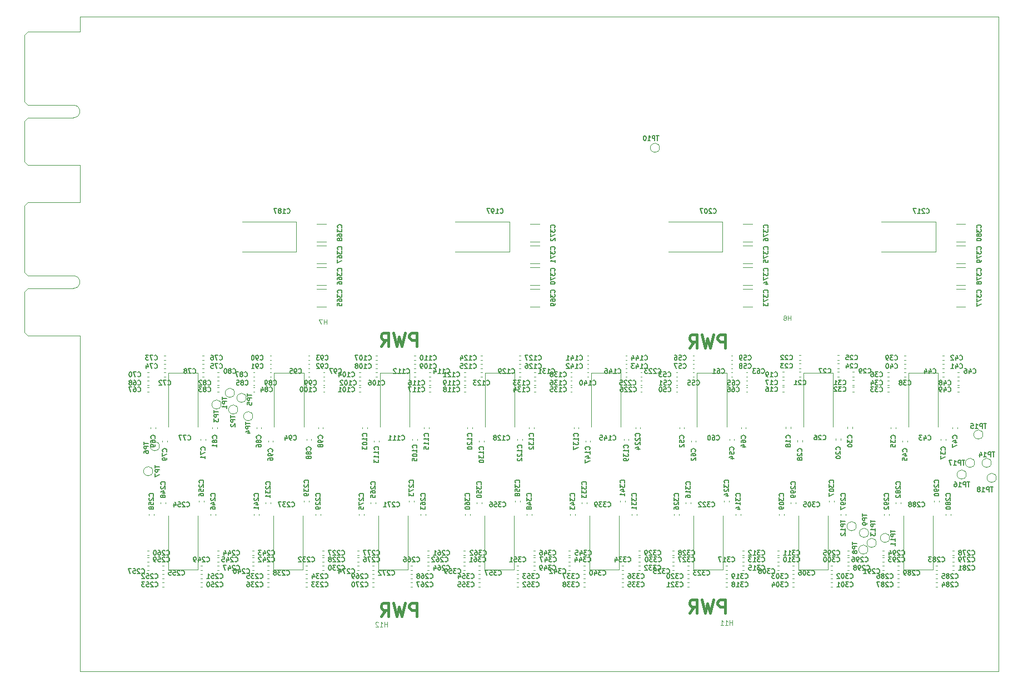
<source format=gbr>
%TF.GenerationSoftware,KiCad,Pcbnew,8.0.1*%
%TF.CreationDate,2024-04-21T01:40:20+02:00*%
%TF.ProjectId,EKO_Miner_BM1366-13xx_16-01A,454b4f5f-4d69-46e6-9572-5f424d313336,rev?*%
%TF.SameCoordinates,Original*%
%TF.FileFunction,Legend,Bot*%
%TF.FilePolarity,Positive*%
%FSLAX46Y46*%
G04 Gerber Fmt 4.6, Leading zero omitted, Abs format (unit mm)*
G04 Created by KiCad (PCBNEW 8.0.1) date 2024-04-21 01:40:20*
%MOMM*%
%LPD*%
G01*
G04 APERTURE LIST*
%ADD10C,0.400000*%
%ADD11C,0.150000*%
%ADD12C,0.100000*%
%ADD13C,0.120000*%
%TA.AperFunction,Profile*%
%ADD14C,0.100000*%
%TD*%
G04 APERTURE END LIST*
D10*
X126080652Y-116606438D02*
X126080652Y-114606438D01*
X126080652Y-114606438D02*
X125318747Y-114606438D01*
X125318747Y-114606438D02*
X125128271Y-114701676D01*
X125128271Y-114701676D02*
X125033033Y-114796914D01*
X125033033Y-114796914D02*
X124937795Y-114987390D01*
X124937795Y-114987390D02*
X124937795Y-115273104D01*
X124937795Y-115273104D02*
X125033033Y-115463580D01*
X125033033Y-115463580D02*
X125128271Y-115558819D01*
X125128271Y-115558819D02*
X125318747Y-115654057D01*
X125318747Y-115654057D02*
X126080652Y-115654057D01*
X124271128Y-114606438D02*
X123794938Y-116606438D01*
X123794938Y-116606438D02*
X123413985Y-115177866D01*
X123413985Y-115177866D02*
X123033033Y-116606438D01*
X123033033Y-116606438D02*
X122556843Y-114606438D01*
X120652081Y-116606438D02*
X121318748Y-115654057D01*
X121794938Y-116606438D02*
X121794938Y-114606438D01*
X121794938Y-114606438D02*
X121033033Y-114606438D01*
X121033033Y-114606438D02*
X120842557Y-114701676D01*
X120842557Y-114701676D02*
X120747319Y-114796914D01*
X120747319Y-114796914D02*
X120652081Y-114987390D01*
X120652081Y-114987390D02*
X120652081Y-115273104D01*
X120652081Y-115273104D02*
X120747319Y-115463580D01*
X120747319Y-115463580D02*
X120842557Y-115558819D01*
X120842557Y-115558819D02*
X121033033Y-115654057D01*
X121033033Y-115654057D02*
X121794938Y-115654057D01*
X173070652Y-75712438D02*
X173070652Y-73712438D01*
X173070652Y-73712438D02*
X172308747Y-73712438D01*
X172308747Y-73712438D02*
X172118271Y-73807676D01*
X172118271Y-73807676D02*
X172023033Y-73902914D01*
X172023033Y-73902914D02*
X171927795Y-74093390D01*
X171927795Y-74093390D02*
X171927795Y-74379104D01*
X171927795Y-74379104D02*
X172023033Y-74569580D01*
X172023033Y-74569580D02*
X172118271Y-74664819D01*
X172118271Y-74664819D02*
X172308747Y-74760057D01*
X172308747Y-74760057D02*
X173070652Y-74760057D01*
X171261128Y-73712438D02*
X170784938Y-75712438D01*
X170784938Y-75712438D02*
X170403985Y-74283866D01*
X170403985Y-74283866D02*
X170023033Y-75712438D01*
X170023033Y-75712438D02*
X169546843Y-73712438D01*
X167642081Y-75712438D02*
X168308748Y-74760057D01*
X168784938Y-75712438D02*
X168784938Y-73712438D01*
X168784938Y-73712438D02*
X168023033Y-73712438D01*
X168023033Y-73712438D02*
X167832557Y-73807676D01*
X167832557Y-73807676D02*
X167737319Y-73902914D01*
X167737319Y-73902914D02*
X167642081Y-74093390D01*
X167642081Y-74093390D02*
X167642081Y-74379104D01*
X167642081Y-74379104D02*
X167737319Y-74569580D01*
X167737319Y-74569580D02*
X167832557Y-74664819D01*
X167832557Y-74664819D02*
X168023033Y-74760057D01*
X168023033Y-74760057D02*
X168784938Y-74760057D01*
X126080652Y-75458438D02*
X126080652Y-73458438D01*
X126080652Y-73458438D02*
X125318747Y-73458438D01*
X125318747Y-73458438D02*
X125128271Y-73553676D01*
X125128271Y-73553676D02*
X125033033Y-73648914D01*
X125033033Y-73648914D02*
X124937795Y-73839390D01*
X124937795Y-73839390D02*
X124937795Y-74125104D01*
X124937795Y-74125104D02*
X125033033Y-74315580D01*
X125033033Y-74315580D02*
X125128271Y-74410819D01*
X125128271Y-74410819D02*
X125318747Y-74506057D01*
X125318747Y-74506057D02*
X126080652Y-74506057D01*
X124271128Y-73458438D02*
X123794938Y-75458438D01*
X123794938Y-75458438D02*
X123413985Y-74029866D01*
X123413985Y-74029866D02*
X123033033Y-75458438D01*
X123033033Y-75458438D02*
X122556843Y-73458438D01*
X120652081Y-75458438D02*
X121318748Y-74506057D01*
X121794938Y-75458438D02*
X121794938Y-73458438D01*
X121794938Y-73458438D02*
X121033033Y-73458438D01*
X121033033Y-73458438D02*
X120842557Y-73553676D01*
X120842557Y-73553676D02*
X120747319Y-73648914D01*
X120747319Y-73648914D02*
X120652081Y-73839390D01*
X120652081Y-73839390D02*
X120652081Y-74125104D01*
X120652081Y-74125104D02*
X120747319Y-74315580D01*
X120747319Y-74315580D02*
X120842557Y-74410819D01*
X120842557Y-74410819D02*
X121033033Y-74506057D01*
X121033033Y-74506057D02*
X121794938Y-74506057D01*
X173070652Y-116098438D02*
X173070652Y-114098438D01*
X173070652Y-114098438D02*
X172308747Y-114098438D01*
X172308747Y-114098438D02*
X172118271Y-114193676D01*
X172118271Y-114193676D02*
X172023033Y-114288914D01*
X172023033Y-114288914D02*
X171927795Y-114479390D01*
X171927795Y-114479390D02*
X171927795Y-114765104D01*
X171927795Y-114765104D02*
X172023033Y-114955580D01*
X172023033Y-114955580D02*
X172118271Y-115050819D01*
X172118271Y-115050819D02*
X172308747Y-115146057D01*
X172308747Y-115146057D02*
X173070652Y-115146057D01*
X171261128Y-114098438D02*
X170784938Y-116098438D01*
X170784938Y-116098438D02*
X170403985Y-114669866D01*
X170403985Y-114669866D02*
X170023033Y-116098438D01*
X170023033Y-116098438D02*
X169546843Y-114098438D01*
X167642081Y-116098438D02*
X168308748Y-115146057D01*
X168784938Y-116098438D02*
X168784938Y-114098438D01*
X168784938Y-114098438D02*
X168023033Y-114098438D01*
X168023033Y-114098438D02*
X167832557Y-114193676D01*
X167832557Y-114193676D02*
X167737319Y-114288914D01*
X167737319Y-114288914D02*
X167642081Y-114479390D01*
X167642081Y-114479390D02*
X167642081Y-114765104D01*
X167642081Y-114765104D02*
X167737319Y-114955580D01*
X167737319Y-114955580D02*
X167832557Y-115050819D01*
X167832557Y-115050819D02*
X168023033Y-115146057D01*
X168023033Y-115146057D02*
X168784938Y-115146057D01*
D11*
X114649333Y-108231366D02*
X114682666Y-108264700D01*
X114682666Y-108264700D02*
X114782666Y-108298033D01*
X114782666Y-108298033D02*
X114849333Y-108298033D01*
X114849333Y-108298033D02*
X114949333Y-108264700D01*
X114949333Y-108264700D02*
X115016000Y-108198033D01*
X115016000Y-108198033D02*
X115049333Y-108131366D01*
X115049333Y-108131366D02*
X115082666Y-107998033D01*
X115082666Y-107998033D02*
X115082666Y-107898033D01*
X115082666Y-107898033D02*
X115049333Y-107764700D01*
X115049333Y-107764700D02*
X115016000Y-107698033D01*
X115016000Y-107698033D02*
X114949333Y-107631366D01*
X114949333Y-107631366D02*
X114849333Y-107598033D01*
X114849333Y-107598033D02*
X114782666Y-107598033D01*
X114782666Y-107598033D02*
X114682666Y-107631366D01*
X114682666Y-107631366D02*
X114649333Y-107664700D01*
X114382666Y-107664700D02*
X114349333Y-107631366D01*
X114349333Y-107631366D02*
X114282666Y-107598033D01*
X114282666Y-107598033D02*
X114116000Y-107598033D01*
X114116000Y-107598033D02*
X114049333Y-107631366D01*
X114049333Y-107631366D02*
X114016000Y-107664700D01*
X114016000Y-107664700D02*
X113982666Y-107731366D01*
X113982666Y-107731366D02*
X113982666Y-107798033D01*
X113982666Y-107798033D02*
X114016000Y-107898033D01*
X114016000Y-107898033D02*
X114416000Y-108298033D01*
X114416000Y-108298033D02*
X113982666Y-108298033D01*
X113715999Y-107664700D02*
X113682666Y-107631366D01*
X113682666Y-107631366D02*
X113615999Y-107598033D01*
X113615999Y-107598033D02*
X113449333Y-107598033D01*
X113449333Y-107598033D02*
X113382666Y-107631366D01*
X113382666Y-107631366D02*
X113349333Y-107664700D01*
X113349333Y-107664700D02*
X113315999Y-107731366D01*
X113315999Y-107731366D02*
X113315999Y-107798033D01*
X113315999Y-107798033D02*
X113349333Y-107898033D01*
X113349333Y-107898033D02*
X113749333Y-108298033D01*
X113749333Y-108298033D02*
X113315999Y-108298033D01*
X112915999Y-107898033D02*
X112982666Y-107864700D01*
X112982666Y-107864700D02*
X113015999Y-107831366D01*
X113015999Y-107831366D02*
X113049332Y-107764700D01*
X113049332Y-107764700D02*
X113049332Y-107731366D01*
X113049332Y-107731366D02*
X113015999Y-107664700D01*
X113015999Y-107664700D02*
X112982666Y-107631366D01*
X112982666Y-107631366D02*
X112915999Y-107598033D01*
X112915999Y-107598033D02*
X112782666Y-107598033D01*
X112782666Y-107598033D02*
X112715999Y-107631366D01*
X112715999Y-107631366D02*
X112682666Y-107664700D01*
X112682666Y-107664700D02*
X112649332Y-107731366D01*
X112649332Y-107731366D02*
X112649332Y-107764700D01*
X112649332Y-107764700D02*
X112682666Y-107831366D01*
X112682666Y-107831366D02*
X112715999Y-107864700D01*
X112715999Y-107864700D02*
X112782666Y-107898033D01*
X112782666Y-107898033D02*
X112915999Y-107898033D01*
X112915999Y-107898033D02*
X112982666Y-107931366D01*
X112982666Y-107931366D02*
X113015999Y-107964700D01*
X113015999Y-107964700D02*
X113049332Y-108031366D01*
X113049332Y-108031366D02*
X113049332Y-108164700D01*
X113049332Y-108164700D02*
X113015999Y-108231366D01*
X113015999Y-108231366D02*
X112982666Y-108264700D01*
X112982666Y-108264700D02*
X112915999Y-108298033D01*
X112915999Y-108298033D02*
X112782666Y-108298033D01*
X112782666Y-108298033D02*
X112715999Y-108264700D01*
X112715999Y-108264700D02*
X112682666Y-108231366D01*
X112682666Y-108231366D02*
X112649332Y-108164700D01*
X112649332Y-108164700D02*
X112649332Y-108031366D01*
X112649332Y-108031366D02*
X112682666Y-107964700D01*
X112682666Y-107964700D02*
X112715999Y-107931366D01*
X112715999Y-107931366D02*
X112782666Y-107898033D01*
X160016794Y-89164666D02*
X160050128Y-89131333D01*
X160050128Y-89131333D02*
X160083461Y-89031333D01*
X160083461Y-89031333D02*
X160083461Y-88964666D01*
X160083461Y-88964666D02*
X160050128Y-88864666D01*
X160050128Y-88864666D02*
X159983461Y-88798000D01*
X159983461Y-88798000D02*
X159916794Y-88764666D01*
X159916794Y-88764666D02*
X159783461Y-88731333D01*
X159783461Y-88731333D02*
X159683461Y-88731333D01*
X159683461Y-88731333D02*
X159550128Y-88764666D01*
X159550128Y-88764666D02*
X159483461Y-88798000D01*
X159483461Y-88798000D02*
X159416794Y-88864666D01*
X159416794Y-88864666D02*
X159383461Y-88964666D01*
X159383461Y-88964666D02*
X159383461Y-89031333D01*
X159383461Y-89031333D02*
X159416794Y-89131333D01*
X159416794Y-89131333D02*
X159450128Y-89164666D01*
X159450128Y-89431333D02*
X159416794Y-89464666D01*
X159416794Y-89464666D02*
X159383461Y-89531333D01*
X159383461Y-89531333D02*
X159383461Y-89698000D01*
X159383461Y-89698000D02*
X159416794Y-89764666D01*
X159416794Y-89764666D02*
X159450128Y-89798000D01*
X159450128Y-89798000D02*
X159516794Y-89831333D01*
X159516794Y-89831333D02*
X159583461Y-89831333D01*
X159583461Y-89831333D02*
X159683461Y-89798000D01*
X159683461Y-89798000D02*
X160083461Y-89398000D01*
X160083461Y-89398000D02*
X160083461Y-89831333D01*
X159450128Y-90098000D02*
X159416794Y-90131333D01*
X159416794Y-90131333D02*
X159383461Y-90198000D01*
X159383461Y-90198000D02*
X159383461Y-90364667D01*
X159383461Y-90364667D02*
X159416794Y-90431333D01*
X159416794Y-90431333D02*
X159450128Y-90464667D01*
X159450128Y-90464667D02*
X159516794Y-90498000D01*
X159516794Y-90498000D02*
X159583461Y-90498000D01*
X159583461Y-90498000D02*
X159683461Y-90464667D01*
X159683461Y-90464667D02*
X160083461Y-90064667D01*
X160083461Y-90064667D02*
X160083461Y-90498000D01*
X159616794Y-91098000D02*
X160083461Y-91098000D01*
X159350128Y-90931334D02*
X159850128Y-90764667D01*
X159850128Y-90764667D02*
X159850128Y-91198000D01*
X94250000Y-81307366D02*
X94283333Y-81340700D01*
X94283333Y-81340700D02*
X94383333Y-81374033D01*
X94383333Y-81374033D02*
X94450000Y-81374033D01*
X94450000Y-81374033D02*
X94550000Y-81340700D01*
X94550000Y-81340700D02*
X94616667Y-81274033D01*
X94616667Y-81274033D02*
X94650000Y-81207366D01*
X94650000Y-81207366D02*
X94683333Y-81074033D01*
X94683333Y-81074033D02*
X94683333Y-80974033D01*
X94683333Y-80974033D02*
X94650000Y-80840700D01*
X94650000Y-80840700D02*
X94616667Y-80774033D01*
X94616667Y-80774033D02*
X94550000Y-80707366D01*
X94550000Y-80707366D02*
X94450000Y-80674033D01*
X94450000Y-80674033D02*
X94383333Y-80674033D01*
X94383333Y-80674033D02*
X94283333Y-80707366D01*
X94283333Y-80707366D02*
X94250000Y-80740700D01*
X93850000Y-80974033D02*
X93916667Y-80940700D01*
X93916667Y-80940700D02*
X93950000Y-80907366D01*
X93950000Y-80907366D02*
X93983333Y-80840700D01*
X93983333Y-80840700D02*
X93983333Y-80807366D01*
X93983333Y-80807366D02*
X93950000Y-80740700D01*
X93950000Y-80740700D02*
X93916667Y-80707366D01*
X93916667Y-80707366D02*
X93850000Y-80674033D01*
X93850000Y-80674033D02*
X93716667Y-80674033D01*
X93716667Y-80674033D02*
X93650000Y-80707366D01*
X93650000Y-80707366D02*
X93616667Y-80740700D01*
X93616667Y-80740700D02*
X93583333Y-80807366D01*
X93583333Y-80807366D02*
X93583333Y-80840700D01*
X93583333Y-80840700D02*
X93616667Y-80907366D01*
X93616667Y-80907366D02*
X93650000Y-80940700D01*
X93650000Y-80940700D02*
X93716667Y-80974033D01*
X93716667Y-80974033D02*
X93850000Y-80974033D01*
X93850000Y-80974033D02*
X93916667Y-81007366D01*
X93916667Y-81007366D02*
X93950000Y-81040700D01*
X93950000Y-81040700D02*
X93983333Y-81107366D01*
X93983333Y-81107366D02*
X93983333Y-81240700D01*
X93983333Y-81240700D02*
X93950000Y-81307366D01*
X93950000Y-81307366D02*
X93916667Y-81340700D01*
X93916667Y-81340700D02*
X93850000Y-81374033D01*
X93850000Y-81374033D02*
X93716667Y-81374033D01*
X93716667Y-81374033D02*
X93650000Y-81340700D01*
X93650000Y-81340700D02*
X93616667Y-81307366D01*
X93616667Y-81307366D02*
X93583333Y-81240700D01*
X93583333Y-81240700D02*
X93583333Y-81107366D01*
X93583333Y-81107366D02*
X93616667Y-81040700D01*
X93616667Y-81040700D02*
X93650000Y-81007366D01*
X93650000Y-81007366D02*
X93716667Y-80974033D01*
X93316666Y-80740700D02*
X93283333Y-80707366D01*
X93283333Y-80707366D02*
X93216666Y-80674033D01*
X93216666Y-80674033D02*
X93050000Y-80674033D01*
X93050000Y-80674033D02*
X92983333Y-80707366D01*
X92983333Y-80707366D02*
X92950000Y-80740700D01*
X92950000Y-80740700D02*
X92916666Y-80807366D01*
X92916666Y-80807366D02*
X92916666Y-80874033D01*
X92916666Y-80874033D02*
X92950000Y-80974033D01*
X92950000Y-80974033D02*
X93350000Y-81374033D01*
X93350000Y-81374033D02*
X92916666Y-81374033D01*
X182895475Y-77477366D02*
X182928808Y-77510700D01*
X182928808Y-77510700D02*
X183028808Y-77544033D01*
X183028808Y-77544033D02*
X183095475Y-77544033D01*
X183095475Y-77544033D02*
X183195475Y-77510700D01*
X183195475Y-77510700D02*
X183262142Y-77444033D01*
X183262142Y-77444033D02*
X183295475Y-77377366D01*
X183295475Y-77377366D02*
X183328808Y-77244033D01*
X183328808Y-77244033D02*
X183328808Y-77144033D01*
X183328808Y-77144033D02*
X183295475Y-77010700D01*
X183295475Y-77010700D02*
X183262142Y-76944033D01*
X183262142Y-76944033D02*
X183195475Y-76877366D01*
X183195475Y-76877366D02*
X183095475Y-76844033D01*
X183095475Y-76844033D02*
X183028808Y-76844033D01*
X183028808Y-76844033D02*
X182928808Y-76877366D01*
X182928808Y-76877366D02*
X182895475Y-76910700D01*
X182628808Y-76910700D02*
X182595475Y-76877366D01*
X182595475Y-76877366D02*
X182528808Y-76844033D01*
X182528808Y-76844033D02*
X182362142Y-76844033D01*
X182362142Y-76844033D02*
X182295475Y-76877366D01*
X182295475Y-76877366D02*
X182262142Y-76910700D01*
X182262142Y-76910700D02*
X182228808Y-76977366D01*
X182228808Y-76977366D02*
X182228808Y-77044033D01*
X182228808Y-77044033D02*
X182262142Y-77144033D01*
X182262142Y-77144033D02*
X182662142Y-77544033D01*
X182662142Y-77544033D02*
X182228808Y-77544033D01*
X181962141Y-76910700D02*
X181928808Y-76877366D01*
X181928808Y-76877366D02*
X181862141Y-76844033D01*
X181862141Y-76844033D02*
X181695475Y-76844033D01*
X181695475Y-76844033D02*
X181628808Y-76877366D01*
X181628808Y-76877366D02*
X181595475Y-76910700D01*
X181595475Y-76910700D02*
X181562141Y-76977366D01*
X181562141Y-76977366D02*
X181562141Y-77044033D01*
X181562141Y-77044033D02*
X181595475Y-77144033D01*
X181595475Y-77144033D02*
X181995475Y-77544033D01*
X181995475Y-77544033D02*
X181562141Y-77544033D01*
X158238794Y-90942666D02*
X158272128Y-90909333D01*
X158272128Y-90909333D02*
X158305461Y-90809333D01*
X158305461Y-90809333D02*
X158305461Y-90742666D01*
X158305461Y-90742666D02*
X158272128Y-90642666D01*
X158272128Y-90642666D02*
X158205461Y-90576000D01*
X158205461Y-90576000D02*
X158138794Y-90542666D01*
X158138794Y-90542666D02*
X158005461Y-90509333D01*
X158005461Y-90509333D02*
X157905461Y-90509333D01*
X157905461Y-90509333D02*
X157772128Y-90542666D01*
X157772128Y-90542666D02*
X157705461Y-90576000D01*
X157705461Y-90576000D02*
X157638794Y-90642666D01*
X157638794Y-90642666D02*
X157605461Y-90742666D01*
X157605461Y-90742666D02*
X157605461Y-90809333D01*
X157605461Y-90809333D02*
X157638794Y-90909333D01*
X157638794Y-90909333D02*
X157672128Y-90942666D01*
X158305461Y-91609333D02*
X158305461Y-91209333D01*
X158305461Y-91409333D02*
X157605461Y-91409333D01*
X157605461Y-91409333D02*
X157705461Y-91342666D01*
X157705461Y-91342666D02*
X157772128Y-91276000D01*
X157772128Y-91276000D02*
X157805461Y-91209333D01*
X157605461Y-91842667D02*
X157605461Y-92276000D01*
X157605461Y-92276000D02*
X157872128Y-92042667D01*
X157872128Y-92042667D02*
X157872128Y-92142667D01*
X157872128Y-92142667D02*
X157905461Y-92209333D01*
X157905461Y-92209333D02*
X157938794Y-92242667D01*
X157938794Y-92242667D02*
X158005461Y-92276000D01*
X158005461Y-92276000D02*
X158172128Y-92276000D01*
X158172128Y-92276000D02*
X158238794Y-92242667D01*
X158238794Y-92242667D02*
X158272128Y-92209333D01*
X158272128Y-92209333D02*
X158305461Y-92142667D01*
X158305461Y-92142667D02*
X158305461Y-91942667D01*
X158305461Y-91942667D02*
X158272128Y-91876000D01*
X158272128Y-91876000D02*
X158238794Y-91842667D01*
X158305461Y-92609334D02*
X158305461Y-92742667D01*
X158305461Y-92742667D02*
X158272128Y-92809334D01*
X158272128Y-92809334D02*
X158238794Y-92842667D01*
X158238794Y-92842667D02*
X158138794Y-92909334D01*
X158138794Y-92909334D02*
X158005461Y-92942667D01*
X158005461Y-92942667D02*
X157738794Y-92942667D01*
X157738794Y-92942667D02*
X157672128Y-92909334D01*
X157672128Y-92909334D02*
X157638794Y-92876000D01*
X157638794Y-92876000D02*
X157605461Y-92809334D01*
X157605461Y-92809334D02*
X157605461Y-92676000D01*
X157605461Y-92676000D02*
X157638794Y-92609334D01*
X157638794Y-92609334D02*
X157672128Y-92576000D01*
X157672128Y-92576000D02*
X157738794Y-92542667D01*
X157738794Y-92542667D02*
X157905461Y-92542667D01*
X157905461Y-92542667D02*
X157972128Y-92576000D01*
X157972128Y-92576000D02*
X158005461Y-92609334D01*
X158005461Y-92609334D02*
X158038794Y-92676000D01*
X158038794Y-92676000D02*
X158038794Y-92809334D01*
X158038794Y-92809334D02*
X158005461Y-92876000D01*
X158005461Y-92876000D02*
X157972128Y-92909334D01*
X157972128Y-92909334D02*
X157905461Y-92942667D01*
X150096032Y-98308666D02*
X150129366Y-98275333D01*
X150129366Y-98275333D02*
X150162699Y-98175333D01*
X150162699Y-98175333D02*
X150162699Y-98108666D01*
X150162699Y-98108666D02*
X150129366Y-98008666D01*
X150129366Y-98008666D02*
X150062699Y-97942000D01*
X150062699Y-97942000D02*
X149996032Y-97908666D01*
X149996032Y-97908666D02*
X149862699Y-97875333D01*
X149862699Y-97875333D02*
X149762699Y-97875333D01*
X149762699Y-97875333D02*
X149629366Y-97908666D01*
X149629366Y-97908666D02*
X149562699Y-97942000D01*
X149562699Y-97942000D02*
X149496032Y-98008666D01*
X149496032Y-98008666D02*
X149462699Y-98108666D01*
X149462699Y-98108666D02*
X149462699Y-98175333D01*
X149462699Y-98175333D02*
X149496032Y-98275333D01*
X149496032Y-98275333D02*
X149529366Y-98308666D01*
X149462699Y-98542000D02*
X149462699Y-98975333D01*
X149462699Y-98975333D02*
X149729366Y-98742000D01*
X149729366Y-98742000D02*
X149729366Y-98842000D01*
X149729366Y-98842000D02*
X149762699Y-98908666D01*
X149762699Y-98908666D02*
X149796032Y-98942000D01*
X149796032Y-98942000D02*
X149862699Y-98975333D01*
X149862699Y-98975333D02*
X150029366Y-98975333D01*
X150029366Y-98975333D02*
X150096032Y-98942000D01*
X150096032Y-98942000D02*
X150129366Y-98908666D01*
X150129366Y-98908666D02*
X150162699Y-98842000D01*
X150162699Y-98842000D02*
X150162699Y-98642000D01*
X150162699Y-98642000D02*
X150129366Y-98575333D01*
X150129366Y-98575333D02*
X150096032Y-98542000D01*
X149696032Y-99575333D02*
X150162699Y-99575333D01*
X149429366Y-99408667D02*
X149929366Y-99242000D01*
X149929366Y-99242000D02*
X149929366Y-99675333D01*
X149462699Y-99875334D02*
X149462699Y-100308667D01*
X149462699Y-100308667D02*
X149729366Y-100075334D01*
X149729366Y-100075334D02*
X149729366Y-100175334D01*
X149729366Y-100175334D02*
X149762699Y-100242000D01*
X149762699Y-100242000D02*
X149796032Y-100275334D01*
X149796032Y-100275334D02*
X149862699Y-100308667D01*
X149862699Y-100308667D02*
X150029366Y-100308667D01*
X150029366Y-100308667D02*
X150096032Y-100275334D01*
X150096032Y-100275334D02*
X150129366Y-100242000D01*
X150129366Y-100242000D02*
X150162699Y-100175334D01*
X150162699Y-100175334D02*
X150162699Y-99975334D01*
X150162699Y-99975334D02*
X150129366Y-99908667D01*
X150129366Y-99908667D02*
X150096032Y-99875334D01*
X96107332Y-110771366D02*
X96140665Y-110804700D01*
X96140665Y-110804700D02*
X96240665Y-110838033D01*
X96240665Y-110838033D02*
X96307332Y-110838033D01*
X96307332Y-110838033D02*
X96407332Y-110804700D01*
X96407332Y-110804700D02*
X96473999Y-110738033D01*
X96473999Y-110738033D02*
X96507332Y-110671366D01*
X96507332Y-110671366D02*
X96540665Y-110538033D01*
X96540665Y-110538033D02*
X96540665Y-110438033D01*
X96540665Y-110438033D02*
X96507332Y-110304700D01*
X96507332Y-110304700D02*
X96473999Y-110238033D01*
X96473999Y-110238033D02*
X96407332Y-110171366D01*
X96407332Y-110171366D02*
X96307332Y-110138033D01*
X96307332Y-110138033D02*
X96240665Y-110138033D01*
X96240665Y-110138033D02*
X96140665Y-110171366D01*
X96140665Y-110171366D02*
X96107332Y-110204700D01*
X95840665Y-110204700D02*
X95807332Y-110171366D01*
X95807332Y-110171366D02*
X95740665Y-110138033D01*
X95740665Y-110138033D02*
X95573999Y-110138033D01*
X95573999Y-110138033D02*
X95507332Y-110171366D01*
X95507332Y-110171366D02*
X95473999Y-110204700D01*
X95473999Y-110204700D02*
X95440665Y-110271366D01*
X95440665Y-110271366D02*
X95440665Y-110338033D01*
X95440665Y-110338033D02*
X95473999Y-110438033D01*
X95473999Y-110438033D02*
X95873999Y-110838033D01*
X95873999Y-110838033D02*
X95440665Y-110838033D01*
X94807332Y-110138033D02*
X95140665Y-110138033D01*
X95140665Y-110138033D02*
X95173998Y-110471366D01*
X95173998Y-110471366D02*
X95140665Y-110438033D01*
X95140665Y-110438033D02*
X95073998Y-110404700D01*
X95073998Y-110404700D02*
X94907332Y-110404700D01*
X94907332Y-110404700D02*
X94840665Y-110438033D01*
X94840665Y-110438033D02*
X94807332Y-110471366D01*
X94807332Y-110471366D02*
X94773998Y-110538033D01*
X94773998Y-110538033D02*
X94773998Y-110704700D01*
X94773998Y-110704700D02*
X94807332Y-110771366D01*
X94807332Y-110771366D02*
X94840665Y-110804700D01*
X94840665Y-110804700D02*
X94907332Y-110838033D01*
X94907332Y-110838033D02*
X95073998Y-110838033D01*
X95073998Y-110838033D02*
X95140665Y-110804700D01*
X95140665Y-110804700D02*
X95173998Y-110771366D01*
X94107331Y-110838033D02*
X94507331Y-110838033D01*
X94307331Y-110838033D02*
X94307331Y-110138033D01*
X94307331Y-110138033D02*
X94373998Y-110238033D01*
X94373998Y-110238033D02*
X94440665Y-110304700D01*
X94440665Y-110304700D02*
X94507331Y-110338033D01*
X142843333Y-81307366D02*
X142876666Y-81340700D01*
X142876666Y-81340700D02*
X142976666Y-81374033D01*
X142976666Y-81374033D02*
X143043333Y-81374033D01*
X143043333Y-81374033D02*
X143143333Y-81340700D01*
X143143333Y-81340700D02*
X143210000Y-81274033D01*
X143210000Y-81274033D02*
X143243333Y-81207366D01*
X143243333Y-81207366D02*
X143276666Y-81074033D01*
X143276666Y-81074033D02*
X143276666Y-80974033D01*
X143276666Y-80974033D02*
X143243333Y-80840700D01*
X143243333Y-80840700D02*
X143210000Y-80774033D01*
X143210000Y-80774033D02*
X143143333Y-80707366D01*
X143143333Y-80707366D02*
X143043333Y-80674033D01*
X143043333Y-80674033D02*
X142976666Y-80674033D01*
X142976666Y-80674033D02*
X142876666Y-80707366D01*
X142876666Y-80707366D02*
X142843333Y-80740700D01*
X142176666Y-81374033D02*
X142576666Y-81374033D01*
X142376666Y-81374033D02*
X142376666Y-80674033D01*
X142376666Y-80674033D02*
X142443333Y-80774033D01*
X142443333Y-80774033D02*
X142510000Y-80840700D01*
X142510000Y-80840700D02*
X142576666Y-80874033D01*
X141943333Y-80674033D02*
X141509999Y-80674033D01*
X141509999Y-80674033D02*
X141743333Y-80940700D01*
X141743333Y-80940700D02*
X141643333Y-80940700D01*
X141643333Y-80940700D02*
X141576666Y-80974033D01*
X141576666Y-80974033D02*
X141543333Y-81007366D01*
X141543333Y-81007366D02*
X141509999Y-81074033D01*
X141509999Y-81074033D02*
X141509999Y-81240700D01*
X141509999Y-81240700D02*
X141543333Y-81307366D01*
X141543333Y-81307366D02*
X141576666Y-81340700D01*
X141576666Y-81340700D02*
X141643333Y-81374033D01*
X141643333Y-81374033D02*
X141843333Y-81374033D01*
X141843333Y-81374033D02*
X141909999Y-81340700D01*
X141909999Y-81340700D02*
X141943333Y-81307366D01*
X141276666Y-80674033D02*
X140843332Y-80674033D01*
X140843332Y-80674033D02*
X141076666Y-80940700D01*
X141076666Y-80940700D02*
X140976666Y-80940700D01*
X140976666Y-80940700D02*
X140909999Y-80974033D01*
X140909999Y-80974033D02*
X140876666Y-81007366D01*
X140876666Y-81007366D02*
X140843332Y-81074033D01*
X140843332Y-81074033D02*
X140843332Y-81240700D01*
X140843332Y-81240700D02*
X140876666Y-81307366D01*
X140876666Y-81307366D02*
X140909999Y-81340700D01*
X140909999Y-81340700D02*
X140976666Y-81374033D01*
X140976666Y-81374033D02*
X141176666Y-81374033D01*
X141176666Y-81374033D02*
X141243332Y-81340700D01*
X141243332Y-81340700D02*
X141276666Y-81307366D01*
X112138857Y-78767366D02*
X112172190Y-78800700D01*
X112172190Y-78800700D02*
X112272190Y-78834033D01*
X112272190Y-78834033D02*
X112338857Y-78834033D01*
X112338857Y-78834033D02*
X112438857Y-78800700D01*
X112438857Y-78800700D02*
X112505524Y-78734033D01*
X112505524Y-78734033D02*
X112538857Y-78667366D01*
X112538857Y-78667366D02*
X112572190Y-78534033D01*
X112572190Y-78534033D02*
X112572190Y-78434033D01*
X112572190Y-78434033D02*
X112538857Y-78300700D01*
X112538857Y-78300700D02*
X112505524Y-78234033D01*
X112505524Y-78234033D02*
X112438857Y-78167366D01*
X112438857Y-78167366D02*
X112338857Y-78134033D01*
X112338857Y-78134033D02*
X112272190Y-78134033D01*
X112272190Y-78134033D02*
X112172190Y-78167366D01*
X112172190Y-78167366D02*
X112138857Y-78200700D01*
X111805524Y-78834033D02*
X111672190Y-78834033D01*
X111672190Y-78834033D02*
X111605524Y-78800700D01*
X111605524Y-78800700D02*
X111572190Y-78767366D01*
X111572190Y-78767366D02*
X111505524Y-78667366D01*
X111505524Y-78667366D02*
X111472190Y-78534033D01*
X111472190Y-78534033D02*
X111472190Y-78267366D01*
X111472190Y-78267366D02*
X111505524Y-78200700D01*
X111505524Y-78200700D02*
X111538857Y-78167366D01*
X111538857Y-78167366D02*
X111605524Y-78134033D01*
X111605524Y-78134033D02*
X111738857Y-78134033D01*
X111738857Y-78134033D02*
X111805524Y-78167366D01*
X111805524Y-78167366D02*
X111838857Y-78200700D01*
X111838857Y-78200700D02*
X111872190Y-78267366D01*
X111872190Y-78267366D02*
X111872190Y-78434033D01*
X111872190Y-78434033D02*
X111838857Y-78500700D01*
X111838857Y-78500700D02*
X111805524Y-78534033D01*
X111805524Y-78534033D02*
X111738857Y-78567366D01*
X111738857Y-78567366D02*
X111605524Y-78567366D01*
X111605524Y-78567366D02*
X111538857Y-78534033D01*
X111538857Y-78534033D02*
X111505524Y-78500700D01*
X111505524Y-78500700D02*
X111472190Y-78434033D01*
X111205523Y-78200700D02*
X111172190Y-78167366D01*
X111172190Y-78167366D02*
X111105523Y-78134033D01*
X111105523Y-78134033D02*
X110938857Y-78134033D01*
X110938857Y-78134033D02*
X110872190Y-78167366D01*
X110872190Y-78167366D02*
X110838857Y-78200700D01*
X110838857Y-78200700D02*
X110805523Y-78267366D01*
X110805523Y-78267366D02*
X110805523Y-78334033D01*
X110805523Y-78334033D02*
X110838857Y-78434033D01*
X110838857Y-78434033D02*
X111238857Y-78834033D01*
X111238857Y-78834033D02*
X110805523Y-78834033D01*
D12*
X174168666Y-117952633D02*
X174168666Y-117252633D01*
X174168666Y-117585966D02*
X173768666Y-117585966D01*
X173768666Y-117952633D02*
X173768666Y-117252633D01*
X173068666Y-117952633D02*
X173468666Y-117952633D01*
X173268666Y-117952633D02*
X173268666Y-117252633D01*
X173268666Y-117252633D02*
X173335333Y-117352633D01*
X173335333Y-117352633D02*
X173402000Y-117419300D01*
X173402000Y-117419300D02*
X173468666Y-117452633D01*
X172401999Y-117952633D02*
X172801999Y-117952633D01*
X172601999Y-117952633D02*
X172601999Y-117252633D01*
X172601999Y-117252633D02*
X172668666Y-117352633D01*
X172668666Y-117352633D02*
X172735333Y-117419300D01*
X172735333Y-117419300D02*
X172801999Y-117452633D01*
D11*
X139200000Y-99849366D02*
X139233333Y-99882700D01*
X139233333Y-99882700D02*
X139333333Y-99916033D01*
X139333333Y-99916033D02*
X139400000Y-99916033D01*
X139400000Y-99916033D02*
X139500000Y-99882700D01*
X139500000Y-99882700D02*
X139566667Y-99816033D01*
X139566667Y-99816033D02*
X139600000Y-99749366D01*
X139600000Y-99749366D02*
X139633333Y-99616033D01*
X139633333Y-99616033D02*
X139633333Y-99516033D01*
X139633333Y-99516033D02*
X139600000Y-99382700D01*
X139600000Y-99382700D02*
X139566667Y-99316033D01*
X139566667Y-99316033D02*
X139500000Y-99249366D01*
X139500000Y-99249366D02*
X139400000Y-99216033D01*
X139400000Y-99216033D02*
X139333333Y-99216033D01*
X139333333Y-99216033D02*
X139233333Y-99249366D01*
X139233333Y-99249366D02*
X139200000Y-99282700D01*
X138966667Y-99216033D02*
X138533333Y-99216033D01*
X138533333Y-99216033D02*
X138766667Y-99482700D01*
X138766667Y-99482700D02*
X138666667Y-99482700D01*
X138666667Y-99482700D02*
X138600000Y-99516033D01*
X138600000Y-99516033D02*
X138566667Y-99549366D01*
X138566667Y-99549366D02*
X138533333Y-99616033D01*
X138533333Y-99616033D02*
X138533333Y-99782700D01*
X138533333Y-99782700D02*
X138566667Y-99849366D01*
X138566667Y-99849366D02*
X138600000Y-99882700D01*
X138600000Y-99882700D02*
X138666667Y-99916033D01*
X138666667Y-99916033D02*
X138866667Y-99916033D01*
X138866667Y-99916033D02*
X138933333Y-99882700D01*
X138933333Y-99882700D02*
X138966667Y-99849366D01*
X137900000Y-99216033D02*
X138233333Y-99216033D01*
X138233333Y-99216033D02*
X138266666Y-99549366D01*
X138266666Y-99549366D02*
X138233333Y-99516033D01*
X138233333Y-99516033D02*
X138166666Y-99482700D01*
X138166666Y-99482700D02*
X138000000Y-99482700D01*
X138000000Y-99482700D02*
X137933333Y-99516033D01*
X137933333Y-99516033D02*
X137900000Y-99549366D01*
X137900000Y-99549366D02*
X137866666Y-99616033D01*
X137866666Y-99616033D02*
X137866666Y-99782700D01*
X137866666Y-99782700D02*
X137900000Y-99849366D01*
X137900000Y-99849366D02*
X137933333Y-99882700D01*
X137933333Y-99882700D02*
X138000000Y-99916033D01*
X138000000Y-99916033D02*
X138166666Y-99916033D01*
X138166666Y-99916033D02*
X138233333Y-99882700D01*
X138233333Y-99882700D02*
X138266666Y-99849366D01*
X137266666Y-99216033D02*
X137399999Y-99216033D01*
X137399999Y-99216033D02*
X137466666Y-99249366D01*
X137466666Y-99249366D02*
X137499999Y-99282700D01*
X137499999Y-99282700D02*
X137566666Y-99382700D01*
X137566666Y-99382700D02*
X137599999Y-99516033D01*
X137599999Y-99516033D02*
X137599999Y-99782700D01*
X137599999Y-99782700D02*
X137566666Y-99849366D01*
X137566666Y-99849366D02*
X137533333Y-99882700D01*
X137533333Y-99882700D02*
X137466666Y-99916033D01*
X137466666Y-99916033D02*
X137333333Y-99916033D01*
X137333333Y-99916033D02*
X137266666Y-99882700D01*
X137266666Y-99882700D02*
X137233333Y-99849366D01*
X137233333Y-99849366D02*
X137199999Y-99782700D01*
X137199999Y-99782700D02*
X137199999Y-99616033D01*
X137199999Y-99616033D02*
X137233333Y-99549366D01*
X137233333Y-99549366D02*
X137266666Y-99516033D01*
X137266666Y-99516033D02*
X137333333Y-99482700D01*
X137333333Y-99482700D02*
X137466666Y-99482700D01*
X137466666Y-99482700D02*
X137533333Y-99516033D01*
X137533333Y-99516033D02*
X137566666Y-99549366D01*
X137566666Y-99549366D02*
X137599999Y-99616033D01*
X128111332Y-112041366D02*
X128144665Y-112074700D01*
X128144665Y-112074700D02*
X128244665Y-112108033D01*
X128244665Y-112108033D02*
X128311332Y-112108033D01*
X128311332Y-112108033D02*
X128411332Y-112074700D01*
X128411332Y-112074700D02*
X128477999Y-112008033D01*
X128477999Y-112008033D02*
X128511332Y-111941366D01*
X128511332Y-111941366D02*
X128544665Y-111808033D01*
X128544665Y-111808033D02*
X128544665Y-111708033D01*
X128544665Y-111708033D02*
X128511332Y-111574700D01*
X128511332Y-111574700D02*
X128477999Y-111508033D01*
X128477999Y-111508033D02*
X128411332Y-111441366D01*
X128411332Y-111441366D02*
X128311332Y-111408033D01*
X128311332Y-111408033D02*
X128244665Y-111408033D01*
X128244665Y-111408033D02*
X128144665Y-111441366D01*
X128144665Y-111441366D02*
X128111332Y-111474700D01*
X127844665Y-111474700D02*
X127811332Y-111441366D01*
X127811332Y-111441366D02*
X127744665Y-111408033D01*
X127744665Y-111408033D02*
X127577999Y-111408033D01*
X127577999Y-111408033D02*
X127511332Y-111441366D01*
X127511332Y-111441366D02*
X127477999Y-111474700D01*
X127477999Y-111474700D02*
X127444665Y-111541366D01*
X127444665Y-111541366D02*
X127444665Y-111608033D01*
X127444665Y-111608033D02*
X127477999Y-111708033D01*
X127477999Y-111708033D02*
X127877999Y-112108033D01*
X127877999Y-112108033D02*
X127444665Y-112108033D01*
X126844665Y-111408033D02*
X126977998Y-111408033D01*
X126977998Y-111408033D02*
X127044665Y-111441366D01*
X127044665Y-111441366D02*
X127077998Y-111474700D01*
X127077998Y-111474700D02*
X127144665Y-111574700D01*
X127144665Y-111574700D02*
X127177998Y-111708033D01*
X127177998Y-111708033D02*
X127177998Y-111974700D01*
X127177998Y-111974700D02*
X127144665Y-112041366D01*
X127144665Y-112041366D02*
X127111332Y-112074700D01*
X127111332Y-112074700D02*
X127044665Y-112108033D01*
X127044665Y-112108033D02*
X126911332Y-112108033D01*
X126911332Y-112108033D02*
X126844665Y-112074700D01*
X126844665Y-112074700D02*
X126811332Y-112041366D01*
X126811332Y-112041366D02*
X126777998Y-111974700D01*
X126777998Y-111974700D02*
X126777998Y-111808033D01*
X126777998Y-111808033D02*
X126811332Y-111741366D01*
X126811332Y-111741366D02*
X126844665Y-111708033D01*
X126844665Y-111708033D02*
X126911332Y-111674700D01*
X126911332Y-111674700D02*
X127044665Y-111674700D01*
X127044665Y-111674700D02*
X127111332Y-111708033D01*
X127111332Y-111708033D02*
X127144665Y-111741366D01*
X127144665Y-111741366D02*
X127177998Y-111808033D01*
X126544665Y-111408033D02*
X126077998Y-111408033D01*
X126077998Y-111408033D02*
X126377998Y-112108033D01*
X210661333Y-107215366D02*
X210694666Y-107248700D01*
X210694666Y-107248700D02*
X210794666Y-107282033D01*
X210794666Y-107282033D02*
X210861333Y-107282033D01*
X210861333Y-107282033D02*
X210961333Y-107248700D01*
X210961333Y-107248700D02*
X211028000Y-107182033D01*
X211028000Y-107182033D02*
X211061333Y-107115366D01*
X211061333Y-107115366D02*
X211094666Y-106982033D01*
X211094666Y-106982033D02*
X211094666Y-106882033D01*
X211094666Y-106882033D02*
X211061333Y-106748700D01*
X211061333Y-106748700D02*
X211028000Y-106682033D01*
X211028000Y-106682033D02*
X210961333Y-106615366D01*
X210961333Y-106615366D02*
X210861333Y-106582033D01*
X210861333Y-106582033D02*
X210794666Y-106582033D01*
X210794666Y-106582033D02*
X210694666Y-106615366D01*
X210694666Y-106615366D02*
X210661333Y-106648700D01*
X210394666Y-106648700D02*
X210361333Y-106615366D01*
X210361333Y-106615366D02*
X210294666Y-106582033D01*
X210294666Y-106582033D02*
X210128000Y-106582033D01*
X210128000Y-106582033D02*
X210061333Y-106615366D01*
X210061333Y-106615366D02*
X210028000Y-106648700D01*
X210028000Y-106648700D02*
X209994666Y-106715366D01*
X209994666Y-106715366D02*
X209994666Y-106782033D01*
X209994666Y-106782033D02*
X210028000Y-106882033D01*
X210028000Y-106882033D02*
X210428000Y-107282033D01*
X210428000Y-107282033D02*
X209994666Y-107282033D01*
X209761333Y-106582033D02*
X209294666Y-106582033D01*
X209294666Y-106582033D02*
X209594666Y-107282033D01*
X208927999Y-106882033D02*
X208994666Y-106848700D01*
X208994666Y-106848700D02*
X209027999Y-106815366D01*
X209027999Y-106815366D02*
X209061332Y-106748700D01*
X209061332Y-106748700D02*
X209061332Y-106715366D01*
X209061332Y-106715366D02*
X209027999Y-106648700D01*
X209027999Y-106648700D02*
X208994666Y-106615366D01*
X208994666Y-106615366D02*
X208927999Y-106582033D01*
X208927999Y-106582033D02*
X208794666Y-106582033D01*
X208794666Y-106582033D02*
X208727999Y-106615366D01*
X208727999Y-106615366D02*
X208694666Y-106648700D01*
X208694666Y-106648700D02*
X208661332Y-106715366D01*
X208661332Y-106715366D02*
X208661332Y-106748700D01*
X208661332Y-106748700D02*
X208694666Y-106815366D01*
X208694666Y-106815366D02*
X208727999Y-106848700D01*
X208727999Y-106848700D02*
X208794666Y-106882033D01*
X208794666Y-106882033D02*
X208927999Y-106882033D01*
X208927999Y-106882033D02*
X208994666Y-106915366D01*
X208994666Y-106915366D02*
X209027999Y-106948700D01*
X209027999Y-106948700D02*
X209061332Y-107015366D01*
X209061332Y-107015366D02*
X209061332Y-107148700D01*
X209061332Y-107148700D02*
X209027999Y-107215366D01*
X209027999Y-107215366D02*
X208994666Y-107248700D01*
X208994666Y-107248700D02*
X208927999Y-107282033D01*
X208927999Y-107282033D02*
X208794666Y-107282033D01*
X208794666Y-107282033D02*
X208727999Y-107248700D01*
X208727999Y-107248700D02*
X208694666Y-107215366D01*
X208694666Y-107215366D02*
X208661332Y-107148700D01*
X208661332Y-107148700D02*
X208661332Y-107015366D01*
X208661332Y-107015366D02*
X208694666Y-106948700D01*
X208694666Y-106948700D02*
X208727999Y-106915366D01*
X208727999Y-106915366D02*
X208794666Y-106882033D01*
X114623366Y-60716666D02*
X114656700Y-60683333D01*
X114656700Y-60683333D02*
X114690033Y-60583333D01*
X114690033Y-60583333D02*
X114690033Y-60516666D01*
X114690033Y-60516666D02*
X114656700Y-60416666D01*
X114656700Y-60416666D02*
X114590033Y-60350000D01*
X114590033Y-60350000D02*
X114523366Y-60316666D01*
X114523366Y-60316666D02*
X114390033Y-60283333D01*
X114390033Y-60283333D02*
X114290033Y-60283333D01*
X114290033Y-60283333D02*
X114156700Y-60316666D01*
X114156700Y-60316666D02*
X114090033Y-60350000D01*
X114090033Y-60350000D02*
X114023366Y-60416666D01*
X114023366Y-60416666D02*
X113990033Y-60516666D01*
X113990033Y-60516666D02*
X113990033Y-60583333D01*
X113990033Y-60583333D02*
X114023366Y-60683333D01*
X114023366Y-60683333D02*
X114056700Y-60716666D01*
X113990033Y-60950000D02*
X113990033Y-61383333D01*
X113990033Y-61383333D02*
X114256700Y-61150000D01*
X114256700Y-61150000D02*
X114256700Y-61250000D01*
X114256700Y-61250000D02*
X114290033Y-61316666D01*
X114290033Y-61316666D02*
X114323366Y-61350000D01*
X114323366Y-61350000D02*
X114390033Y-61383333D01*
X114390033Y-61383333D02*
X114556700Y-61383333D01*
X114556700Y-61383333D02*
X114623366Y-61350000D01*
X114623366Y-61350000D02*
X114656700Y-61316666D01*
X114656700Y-61316666D02*
X114690033Y-61250000D01*
X114690033Y-61250000D02*
X114690033Y-61050000D01*
X114690033Y-61050000D02*
X114656700Y-60983333D01*
X114656700Y-60983333D02*
X114623366Y-60950000D01*
X113990033Y-61983333D02*
X113990033Y-61850000D01*
X113990033Y-61850000D02*
X114023366Y-61783333D01*
X114023366Y-61783333D02*
X114056700Y-61750000D01*
X114056700Y-61750000D02*
X114156700Y-61683333D01*
X114156700Y-61683333D02*
X114290033Y-61650000D01*
X114290033Y-61650000D02*
X114556700Y-61650000D01*
X114556700Y-61650000D02*
X114623366Y-61683333D01*
X114623366Y-61683333D02*
X114656700Y-61716667D01*
X114656700Y-61716667D02*
X114690033Y-61783333D01*
X114690033Y-61783333D02*
X114690033Y-61916667D01*
X114690033Y-61916667D02*
X114656700Y-61983333D01*
X114656700Y-61983333D02*
X114623366Y-62016667D01*
X114623366Y-62016667D02*
X114556700Y-62050000D01*
X114556700Y-62050000D02*
X114390033Y-62050000D01*
X114390033Y-62050000D02*
X114323366Y-62016667D01*
X114323366Y-62016667D02*
X114290033Y-61983333D01*
X114290033Y-61983333D02*
X114256700Y-61916667D01*
X114256700Y-61916667D02*
X114256700Y-61783333D01*
X114256700Y-61783333D02*
X114290033Y-61716667D01*
X114290033Y-61716667D02*
X114323366Y-61683333D01*
X114323366Y-61683333D02*
X114390033Y-61650000D01*
X113990033Y-62283334D02*
X113990033Y-62750000D01*
X113990033Y-62750000D02*
X114690033Y-62450000D01*
X164390285Y-81307366D02*
X164423618Y-81340700D01*
X164423618Y-81340700D02*
X164523618Y-81374033D01*
X164523618Y-81374033D02*
X164590285Y-81374033D01*
X164590285Y-81374033D02*
X164690285Y-81340700D01*
X164690285Y-81340700D02*
X164756952Y-81274033D01*
X164756952Y-81274033D02*
X164790285Y-81207366D01*
X164790285Y-81207366D02*
X164823618Y-81074033D01*
X164823618Y-81074033D02*
X164823618Y-80974033D01*
X164823618Y-80974033D02*
X164790285Y-80840700D01*
X164790285Y-80840700D02*
X164756952Y-80774033D01*
X164756952Y-80774033D02*
X164690285Y-80707366D01*
X164690285Y-80707366D02*
X164590285Y-80674033D01*
X164590285Y-80674033D02*
X164523618Y-80674033D01*
X164523618Y-80674033D02*
X164423618Y-80707366D01*
X164423618Y-80707366D02*
X164390285Y-80740700D01*
X163756952Y-80674033D02*
X164090285Y-80674033D01*
X164090285Y-80674033D02*
X164123618Y-81007366D01*
X164123618Y-81007366D02*
X164090285Y-80974033D01*
X164090285Y-80974033D02*
X164023618Y-80940700D01*
X164023618Y-80940700D02*
X163856952Y-80940700D01*
X163856952Y-80940700D02*
X163790285Y-80974033D01*
X163790285Y-80974033D02*
X163756952Y-81007366D01*
X163756952Y-81007366D02*
X163723618Y-81074033D01*
X163723618Y-81074033D02*
X163723618Y-81240700D01*
X163723618Y-81240700D02*
X163756952Y-81307366D01*
X163756952Y-81307366D02*
X163790285Y-81340700D01*
X163790285Y-81340700D02*
X163856952Y-81374033D01*
X163856952Y-81374033D02*
X164023618Y-81374033D01*
X164023618Y-81374033D02*
X164090285Y-81340700D01*
X164090285Y-81340700D02*
X164123618Y-81307366D01*
X163056951Y-81374033D02*
X163456951Y-81374033D01*
X163256951Y-81374033D02*
X163256951Y-80674033D01*
X163256951Y-80674033D02*
X163323618Y-80774033D01*
X163323618Y-80774033D02*
X163390285Y-80840700D01*
X163390285Y-80840700D02*
X163456951Y-80874033D01*
X144279998Y-112041366D02*
X144313331Y-112074700D01*
X144313331Y-112074700D02*
X144413331Y-112108033D01*
X144413331Y-112108033D02*
X144479998Y-112108033D01*
X144479998Y-112108033D02*
X144579998Y-112074700D01*
X144579998Y-112074700D02*
X144646665Y-112008033D01*
X144646665Y-112008033D02*
X144679998Y-111941366D01*
X144679998Y-111941366D02*
X144713331Y-111808033D01*
X144713331Y-111808033D02*
X144713331Y-111708033D01*
X144713331Y-111708033D02*
X144679998Y-111574700D01*
X144679998Y-111574700D02*
X144646665Y-111508033D01*
X144646665Y-111508033D02*
X144579998Y-111441366D01*
X144579998Y-111441366D02*
X144479998Y-111408033D01*
X144479998Y-111408033D02*
X144413331Y-111408033D01*
X144413331Y-111408033D02*
X144313331Y-111441366D01*
X144313331Y-111441366D02*
X144279998Y-111474700D01*
X144046665Y-111408033D02*
X143613331Y-111408033D01*
X143613331Y-111408033D02*
X143846665Y-111674700D01*
X143846665Y-111674700D02*
X143746665Y-111674700D01*
X143746665Y-111674700D02*
X143679998Y-111708033D01*
X143679998Y-111708033D02*
X143646665Y-111741366D01*
X143646665Y-111741366D02*
X143613331Y-111808033D01*
X143613331Y-111808033D02*
X143613331Y-111974700D01*
X143613331Y-111974700D02*
X143646665Y-112041366D01*
X143646665Y-112041366D02*
X143679998Y-112074700D01*
X143679998Y-112074700D02*
X143746665Y-112108033D01*
X143746665Y-112108033D02*
X143946665Y-112108033D01*
X143946665Y-112108033D02*
X144013331Y-112074700D01*
X144013331Y-112074700D02*
X144046665Y-112041366D01*
X142979998Y-111408033D02*
X143313331Y-111408033D01*
X143313331Y-111408033D02*
X143346664Y-111741366D01*
X143346664Y-111741366D02*
X143313331Y-111708033D01*
X143313331Y-111708033D02*
X143246664Y-111674700D01*
X143246664Y-111674700D02*
X143079998Y-111674700D01*
X143079998Y-111674700D02*
X143013331Y-111708033D01*
X143013331Y-111708033D02*
X142979998Y-111741366D01*
X142979998Y-111741366D02*
X142946664Y-111808033D01*
X142946664Y-111808033D02*
X142946664Y-111974700D01*
X142946664Y-111974700D02*
X142979998Y-112041366D01*
X142979998Y-112041366D02*
X143013331Y-112074700D01*
X143013331Y-112074700D02*
X143079998Y-112108033D01*
X143079998Y-112108033D02*
X143246664Y-112108033D01*
X143246664Y-112108033D02*
X143313331Y-112074700D01*
X143313331Y-112074700D02*
X143346664Y-112041366D01*
X142679997Y-111474700D02*
X142646664Y-111441366D01*
X142646664Y-111441366D02*
X142579997Y-111408033D01*
X142579997Y-111408033D02*
X142413331Y-111408033D01*
X142413331Y-111408033D02*
X142346664Y-111441366D01*
X142346664Y-111441366D02*
X142313331Y-111474700D01*
X142313331Y-111474700D02*
X142279997Y-111541366D01*
X142279997Y-111541366D02*
X142279997Y-111608033D01*
X142279997Y-111608033D02*
X142313331Y-111708033D01*
X142313331Y-111708033D02*
X142713331Y-112108033D01*
X142713331Y-112108033D02*
X142279997Y-112108033D01*
X152153999Y-108231365D02*
X152187332Y-108264699D01*
X152187332Y-108264699D02*
X152287332Y-108298032D01*
X152287332Y-108298032D02*
X152353999Y-108298032D01*
X152353999Y-108298032D02*
X152453999Y-108264699D01*
X152453999Y-108264699D02*
X152520666Y-108198032D01*
X152520666Y-108198032D02*
X152553999Y-108131365D01*
X152553999Y-108131365D02*
X152587332Y-107998032D01*
X152587332Y-107998032D02*
X152587332Y-107898032D01*
X152587332Y-107898032D02*
X152553999Y-107764699D01*
X152553999Y-107764699D02*
X152520666Y-107698032D01*
X152520666Y-107698032D02*
X152453999Y-107631365D01*
X152453999Y-107631365D02*
X152353999Y-107598032D01*
X152353999Y-107598032D02*
X152287332Y-107598032D01*
X152287332Y-107598032D02*
X152187332Y-107631365D01*
X152187332Y-107631365D02*
X152153999Y-107664699D01*
X151920666Y-107598032D02*
X151487332Y-107598032D01*
X151487332Y-107598032D02*
X151720666Y-107864699D01*
X151720666Y-107864699D02*
X151620666Y-107864699D01*
X151620666Y-107864699D02*
X151553999Y-107898032D01*
X151553999Y-107898032D02*
X151520666Y-107931365D01*
X151520666Y-107931365D02*
X151487332Y-107998032D01*
X151487332Y-107998032D02*
X151487332Y-108164699D01*
X151487332Y-108164699D02*
X151520666Y-108231365D01*
X151520666Y-108231365D02*
X151553999Y-108264699D01*
X151553999Y-108264699D02*
X151620666Y-108298032D01*
X151620666Y-108298032D02*
X151820666Y-108298032D01*
X151820666Y-108298032D02*
X151887332Y-108264699D01*
X151887332Y-108264699D02*
X151920666Y-108231365D01*
X150887332Y-107831365D02*
X150887332Y-108298032D01*
X151053999Y-107564699D02*
X151220665Y-108064699D01*
X151220665Y-108064699D02*
X150787332Y-108064699D01*
X150220665Y-107831365D02*
X150220665Y-108298032D01*
X150387332Y-107564699D02*
X150553998Y-108064699D01*
X150553998Y-108064699D02*
X150120665Y-108064699D01*
X102232857Y-77497366D02*
X102266190Y-77530700D01*
X102266190Y-77530700D02*
X102366190Y-77564033D01*
X102366190Y-77564033D02*
X102432857Y-77564033D01*
X102432857Y-77564033D02*
X102532857Y-77530700D01*
X102532857Y-77530700D02*
X102599524Y-77464033D01*
X102599524Y-77464033D02*
X102632857Y-77397366D01*
X102632857Y-77397366D02*
X102666190Y-77264033D01*
X102666190Y-77264033D02*
X102666190Y-77164033D01*
X102666190Y-77164033D02*
X102632857Y-77030700D01*
X102632857Y-77030700D02*
X102599524Y-76964033D01*
X102599524Y-76964033D02*
X102532857Y-76897366D01*
X102532857Y-76897366D02*
X102432857Y-76864033D01*
X102432857Y-76864033D02*
X102366190Y-76864033D01*
X102366190Y-76864033D02*
X102266190Y-76897366D01*
X102266190Y-76897366D02*
X102232857Y-76930700D01*
X101899524Y-77564033D02*
X101766190Y-77564033D01*
X101766190Y-77564033D02*
X101699524Y-77530700D01*
X101699524Y-77530700D02*
X101666190Y-77497366D01*
X101666190Y-77497366D02*
X101599524Y-77397366D01*
X101599524Y-77397366D02*
X101566190Y-77264033D01*
X101566190Y-77264033D02*
X101566190Y-76997366D01*
X101566190Y-76997366D02*
X101599524Y-76930700D01*
X101599524Y-76930700D02*
X101632857Y-76897366D01*
X101632857Y-76897366D02*
X101699524Y-76864033D01*
X101699524Y-76864033D02*
X101832857Y-76864033D01*
X101832857Y-76864033D02*
X101899524Y-76897366D01*
X101899524Y-76897366D02*
X101932857Y-76930700D01*
X101932857Y-76930700D02*
X101966190Y-76997366D01*
X101966190Y-76997366D02*
X101966190Y-77164033D01*
X101966190Y-77164033D02*
X101932857Y-77230700D01*
X101932857Y-77230700D02*
X101899524Y-77264033D01*
X101899524Y-77264033D02*
X101832857Y-77297366D01*
X101832857Y-77297366D02*
X101699524Y-77297366D01*
X101699524Y-77297366D02*
X101632857Y-77264033D01*
X101632857Y-77264033D02*
X101599524Y-77230700D01*
X101599524Y-77230700D02*
X101566190Y-77164033D01*
X101132857Y-76864033D02*
X101066190Y-76864033D01*
X101066190Y-76864033D02*
X100999523Y-76897366D01*
X100999523Y-76897366D02*
X100966190Y-76930700D01*
X100966190Y-76930700D02*
X100932857Y-76997366D01*
X100932857Y-76997366D02*
X100899523Y-77130700D01*
X100899523Y-77130700D02*
X100899523Y-77297366D01*
X100899523Y-77297366D02*
X100932857Y-77430700D01*
X100932857Y-77430700D02*
X100966190Y-77497366D01*
X100966190Y-77497366D02*
X100999523Y-77530700D01*
X100999523Y-77530700D02*
X101066190Y-77564033D01*
X101066190Y-77564033D02*
X101132857Y-77564033D01*
X101132857Y-77564033D02*
X101199523Y-77530700D01*
X101199523Y-77530700D02*
X101232857Y-77497366D01*
X101232857Y-77497366D02*
X101266190Y-77430700D01*
X101266190Y-77430700D02*
X101299523Y-77297366D01*
X101299523Y-77297366D02*
X101299523Y-77130700D01*
X101299523Y-77130700D02*
X101266190Y-76997366D01*
X101266190Y-76997366D02*
X101232857Y-76930700D01*
X101232857Y-76930700D02*
X101199523Y-76897366D01*
X101199523Y-76897366D02*
X101132857Y-76864033D01*
X128619333Y-77497366D02*
X128652666Y-77530700D01*
X128652666Y-77530700D02*
X128752666Y-77564033D01*
X128752666Y-77564033D02*
X128819333Y-77564033D01*
X128819333Y-77564033D02*
X128919333Y-77530700D01*
X128919333Y-77530700D02*
X128986000Y-77464033D01*
X128986000Y-77464033D02*
X129019333Y-77397366D01*
X129019333Y-77397366D02*
X129052666Y-77264033D01*
X129052666Y-77264033D02*
X129052666Y-77164033D01*
X129052666Y-77164033D02*
X129019333Y-77030700D01*
X129019333Y-77030700D02*
X128986000Y-76964033D01*
X128986000Y-76964033D02*
X128919333Y-76897366D01*
X128919333Y-76897366D02*
X128819333Y-76864033D01*
X128819333Y-76864033D02*
X128752666Y-76864033D01*
X128752666Y-76864033D02*
X128652666Y-76897366D01*
X128652666Y-76897366D02*
X128619333Y-76930700D01*
X127952666Y-77564033D02*
X128352666Y-77564033D01*
X128152666Y-77564033D02*
X128152666Y-76864033D01*
X128152666Y-76864033D02*
X128219333Y-76964033D01*
X128219333Y-76964033D02*
X128286000Y-77030700D01*
X128286000Y-77030700D02*
X128352666Y-77064033D01*
X127285999Y-77564033D02*
X127685999Y-77564033D01*
X127485999Y-77564033D02*
X127485999Y-76864033D01*
X127485999Y-76864033D02*
X127552666Y-76964033D01*
X127552666Y-76964033D02*
X127619333Y-77030700D01*
X127619333Y-77030700D02*
X127685999Y-77064033D01*
X126852666Y-76864033D02*
X126785999Y-76864033D01*
X126785999Y-76864033D02*
X126719332Y-76897366D01*
X126719332Y-76897366D02*
X126685999Y-76930700D01*
X126685999Y-76930700D02*
X126652666Y-76997366D01*
X126652666Y-76997366D02*
X126619332Y-77130700D01*
X126619332Y-77130700D02*
X126619332Y-77297366D01*
X126619332Y-77297366D02*
X126652666Y-77430700D01*
X126652666Y-77430700D02*
X126685999Y-77497366D01*
X126685999Y-77497366D02*
X126719332Y-77530700D01*
X126719332Y-77530700D02*
X126785999Y-77564033D01*
X126785999Y-77564033D02*
X126852666Y-77564033D01*
X126852666Y-77564033D02*
X126919332Y-77530700D01*
X126919332Y-77530700D02*
X126952666Y-77497366D01*
X126952666Y-77497366D02*
X126985999Y-77430700D01*
X126985999Y-77430700D02*
X127019332Y-77297366D01*
X127019332Y-77297366D02*
X127019332Y-77130700D01*
X127019332Y-77130700D02*
X126985999Y-76997366D01*
X126985999Y-76997366D02*
X126952666Y-76930700D01*
X126952666Y-76930700D02*
X126919332Y-76897366D01*
X126919332Y-76897366D02*
X126852666Y-76864033D01*
X166211333Y-112041366D02*
X166244666Y-112074700D01*
X166244666Y-112074700D02*
X166344666Y-112108033D01*
X166344666Y-112108033D02*
X166411333Y-112108033D01*
X166411333Y-112108033D02*
X166511333Y-112074700D01*
X166511333Y-112074700D02*
X166578000Y-112008033D01*
X166578000Y-112008033D02*
X166611333Y-111941366D01*
X166611333Y-111941366D02*
X166644666Y-111808033D01*
X166644666Y-111808033D02*
X166644666Y-111708033D01*
X166644666Y-111708033D02*
X166611333Y-111574700D01*
X166611333Y-111574700D02*
X166578000Y-111508033D01*
X166578000Y-111508033D02*
X166511333Y-111441366D01*
X166511333Y-111441366D02*
X166411333Y-111408033D01*
X166411333Y-111408033D02*
X166344666Y-111408033D01*
X166344666Y-111408033D02*
X166244666Y-111441366D01*
X166244666Y-111441366D02*
X166211333Y-111474700D01*
X165978000Y-111408033D02*
X165544666Y-111408033D01*
X165544666Y-111408033D02*
X165778000Y-111674700D01*
X165778000Y-111674700D02*
X165678000Y-111674700D01*
X165678000Y-111674700D02*
X165611333Y-111708033D01*
X165611333Y-111708033D02*
X165578000Y-111741366D01*
X165578000Y-111741366D02*
X165544666Y-111808033D01*
X165544666Y-111808033D02*
X165544666Y-111974700D01*
X165544666Y-111974700D02*
X165578000Y-112041366D01*
X165578000Y-112041366D02*
X165611333Y-112074700D01*
X165611333Y-112074700D02*
X165678000Y-112108033D01*
X165678000Y-112108033D02*
X165878000Y-112108033D01*
X165878000Y-112108033D02*
X165944666Y-112074700D01*
X165944666Y-112074700D02*
X165978000Y-112041366D01*
X165277999Y-111474700D02*
X165244666Y-111441366D01*
X165244666Y-111441366D02*
X165177999Y-111408033D01*
X165177999Y-111408033D02*
X165011333Y-111408033D01*
X165011333Y-111408033D02*
X164944666Y-111441366D01*
X164944666Y-111441366D02*
X164911333Y-111474700D01*
X164911333Y-111474700D02*
X164877999Y-111541366D01*
X164877999Y-111541366D02*
X164877999Y-111608033D01*
X164877999Y-111608033D02*
X164911333Y-111708033D01*
X164911333Y-111708033D02*
X165311333Y-112108033D01*
X165311333Y-112108033D02*
X164877999Y-112108033D01*
X164211332Y-112108033D02*
X164611332Y-112108033D01*
X164411332Y-112108033D02*
X164411332Y-111408033D01*
X164411332Y-111408033D02*
X164477999Y-111508033D01*
X164477999Y-111508033D02*
X164544666Y-111574700D01*
X164544666Y-111574700D02*
X164611332Y-111608033D01*
X106267333Y-110263366D02*
X106300666Y-110296700D01*
X106300666Y-110296700D02*
X106400666Y-110330033D01*
X106400666Y-110330033D02*
X106467333Y-110330033D01*
X106467333Y-110330033D02*
X106567333Y-110296700D01*
X106567333Y-110296700D02*
X106634000Y-110230033D01*
X106634000Y-110230033D02*
X106667333Y-110163366D01*
X106667333Y-110163366D02*
X106700666Y-110030033D01*
X106700666Y-110030033D02*
X106700666Y-109930033D01*
X106700666Y-109930033D02*
X106667333Y-109796700D01*
X106667333Y-109796700D02*
X106634000Y-109730033D01*
X106634000Y-109730033D02*
X106567333Y-109663366D01*
X106567333Y-109663366D02*
X106467333Y-109630033D01*
X106467333Y-109630033D02*
X106400666Y-109630033D01*
X106400666Y-109630033D02*
X106300666Y-109663366D01*
X106300666Y-109663366D02*
X106267333Y-109696700D01*
X106000666Y-109696700D02*
X105967333Y-109663366D01*
X105967333Y-109663366D02*
X105900666Y-109630033D01*
X105900666Y-109630033D02*
X105734000Y-109630033D01*
X105734000Y-109630033D02*
X105667333Y-109663366D01*
X105667333Y-109663366D02*
X105634000Y-109696700D01*
X105634000Y-109696700D02*
X105600666Y-109763366D01*
X105600666Y-109763366D02*
X105600666Y-109830033D01*
X105600666Y-109830033D02*
X105634000Y-109930033D01*
X105634000Y-109930033D02*
X106034000Y-110330033D01*
X106034000Y-110330033D02*
X105600666Y-110330033D01*
X105367333Y-109630033D02*
X104933999Y-109630033D01*
X104933999Y-109630033D02*
X105167333Y-109896700D01*
X105167333Y-109896700D02*
X105067333Y-109896700D01*
X105067333Y-109896700D02*
X105000666Y-109930033D01*
X105000666Y-109930033D02*
X104967333Y-109963366D01*
X104967333Y-109963366D02*
X104933999Y-110030033D01*
X104933999Y-110030033D02*
X104933999Y-110196700D01*
X104933999Y-110196700D02*
X104967333Y-110263366D01*
X104967333Y-110263366D02*
X105000666Y-110296700D01*
X105000666Y-110296700D02*
X105067333Y-110330033D01*
X105067333Y-110330033D02*
X105267333Y-110330033D01*
X105267333Y-110330033D02*
X105333999Y-110296700D01*
X105333999Y-110296700D02*
X105367333Y-110263366D01*
X104533999Y-109930033D02*
X104600666Y-109896700D01*
X104600666Y-109896700D02*
X104633999Y-109863366D01*
X104633999Y-109863366D02*
X104667332Y-109796700D01*
X104667332Y-109796700D02*
X104667332Y-109763366D01*
X104667332Y-109763366D02*
X104633999Y-109696700D01*
X104633999Y-109696700D02*
X104600666Y-109663366D01*
X104600666Y-109663366D02*
X104533999Y-109630033D01*
X104533999Y-109630033D02*
X104400666Y-109630033D01*
X104400666Y-109630033D02*
X104333999Y-109663366D01*
X104333999Y-109663366D02*
X104300666Y-109696700D01*
X104300666Y-109696700D02*
X104267332Y-109763366D01*
X104267332Y-109763366D02*
X104267332Y-109796700D01*
X104267332Y-109796700D02*
X104300666Y-109863366D01*
X104300666Y-109863366D02*
X104333999Y-109896700D01*
X104333999Y-109896700D02*
X104400666Y-109930033D01*
X104400666Y-109930033D02*
X104533999Y-109930033D01*
X104533999Y-109930033D02*
X104600666Y-109963366D01*
X104600666Y-109963366D02*
X104633999Y-109996700D01*
X104633999Y-109996700D02*
X104667332Y-110063366D01*
X104667332Y-110063366D02*
X104667332Y-110196700D01*
X104667332Y-110196700D02*
X104633999Y-110263366D01*
X104633999Y-110263366D02*
X104600666Y-110296700D01*
X104600666Y-110296700D02*
X104533999Y-110330033D01*
X104533999Y-110330033D02*
X104400666Y-110330033D01*
X104400666Y-110330033D02*
X104333999Y-110296700D01*
X104333999Y-110296700D02*
X104300666Y-110263366D01*
X104300666Y-110263366D02*
X104267332Y-110196700D01*
X104267332Y-110196700D02*
X104267332Y-110063366D01*
X104267332Y-110063366D02*
X104300666Y-109996700D01*
X104300666Y-109996700D02*
X104333999Y-109963366D01*
X104333999Y-109963366D02*
X104400666Y-109930033D01*
X111684223Y-89497999D02*
X111717557Y-89464666D01*
X111717557Y-89464666D02*
X111750890Y-89364666D01*
X111750890Y-89364666D02*
X111750890Y-89297999D01*
X111750890Y-89297999D02*
X111717557Y-89197999D01*
X111717557Y-89197999D02*
X111650890Y-89131333D01*
X111650890Y-89131333D02*
X111584223Y-89097999D01*
X111584223Y-89097999D02*
X111450890Y-89064666D01*
X111450890Y-89064666D02*
X111350890Y-89064666D01*
X111350890Y-89064666D02*
X111217557Y-89097999D01*
X111217557Y-89097999D02*
X111150890Y-89131333D01*
X111150890Y-89131333D02*
X111084223Y-89197999D01*
X111084223Y-89197999D02*
X111050890Y-89297999D01*
X111050890Y-89297999D02*
X111050890Y-89364666D01*
X111050890Y-89364666D02*
X111084223Y-89464666D01*
X111084223Y-89464666D02*
X111117557Y-89497999D01*
X111750890Y-89831333D02*
X111750890Y-89964666D01*
X111750890Y-89964666D02*
X111717557Y-90031333D01*
X111717557Y-90031333D02*
X111684223Y-90064666D01*
X111684223Y-90064666D02*
X111584223Y-90131333D01*
X111584223Y-90131333D02*
X111450890Y-90164666D01*
X111450890Y-90164666D02*
X111184223Y-90164666D01*
X111184223Y-90164666D02*
X111117557Y-90131333D01*
X111117557Y-90131333D02*
X111084223Y-90097999D01*
X111084223Y-90097999D02*
X111050890Y-90031333D01*
X111050890Y-90031333D02*
X111050890Y-89897999D01*
X111050890Y-89897999D02*
X111084223Y-89831333D01*
X111084223Y-89831333D02*
X111117557Y-89797999D01*
X111117557Y-89797999D02*
X111184223Y-89764666D01*
X111184223Y-89764666D02*
X111350890Y-89764666D01*
X111350890Y-89764666D02*
X111417557Y-89797999D01*
X111417557Y-89797999D02*
X111450890Y-89831333D01*
X111450890Y-89831333D02*
X111484223Y-89897999D01*
X111484223Y-89897999D02*
X111484223Y-90031333D01*
X111484223Y-90031333D02*
X111450890Y-90097999D01*
X111450890Y-90097999D02*
X111417557Y-90131333D01*
X111417557Y-90131333D02*
X111350890Y-90164666D01*
X111350890Y-90564666D02*
X111317557Y-90498000D01*
X111317557Y-90498000D02*
X111284223Y-90464666D01*
X111284223Y-90464666D02*
X111217557Y-90431333D01*
X111217557Y-90431333D02*
X111184223Y-90431333D01*
X111184223Y-90431333D02*
X111117557Y-90464666D01*
X111117557Y-90464666D02*
X111084223Y-90498000D01*
X111084223Y-90498000D02*
X111050890Y-90564666D01*
X111050890Y-90564666D02*
X111050890Y-90698000D01*
X111050890Y-90698000D02*
X111084223Y-90764666D01*
X111084223Y-90764666D02*
X111117557Y-90798000D01*
X111117557Y-90798000D02*
X111184223Y-90831333D01*
X111184223Y-90831333D02*
X111217557Y-90831333D01*
X111217557Y-90831333D02*
X111284223Y-90798000D01*
X111284223Y-90798000D02*
X111317557Y-90764666D01*
X111317557Y-90764666D02*
X111350890Y-90698000D01*
X111350890Y-90698000D02*
X111350890Y-90564666D01*
X111350890Y-90564666D02*
X111384223Y-90498000D01*
X111384223Y-90498000D02*
X111417557Y-90464666D01*
X111417557Y-90464666D02*
X111484223Y-90431333D01*
X111484223Y-90431333D02*
X111617557Y-90431333D01*
X111617557Y-90431333D02*
X111684223Y-90464666D01*
X111684223Y-90464666D02*
X111717557Y-90498000D01*
X111717557Y-90498000D02*
X111750890Y-90564666D01*
X111750890Y-90564666D02*
X111750890Y-90698000D01*
X111750890Y-90698000D02*
X111717557Y-90764666D01*
X111717557Y-90764666D02*
X111684223Y-90798000D01*
X111684223Y-90798000D02*
X111617557Y-90831333D01*
X111617557Y-90831333D02*
X111484223Y-90831333D01*
X111484223Y-90831333D02*
X111417557Y-90798000D01*
X111417557Y-90798000D02*
X111384223Y-90764666D01*
X111384223Y-90764666D02*
X111350890Y-90698000D01*
X176582285Y-78767366D02*
X176615618Y-78800700D01*
X176615618Y-78800700D02*
X176715618Y-78834033D01*
X176715618Y-78834033D02*
X176782285Y-78834033D01*
X176782285Y-78834033D02*
X176882285Y-78800700D01*
X176882285Y-78800700D02*
X176948952Y-78734033D01*
X176948952Y-78734033D02*
X176982285Y-78667366D01*
X176982285Y-78667366D02*
X177015618Y-78534033D01*
X177015618Y-78534033D02*
X177015618Y-78434033D01*
X177015618Y-78434033D02*
X176982285Y-78300700D01*
X176982285Y-78300700D02*
X176948952Y-78234033D01*
X176948952Y-78234033D02*
X176882285Y-78167366D01*
X176882285Y-78167366D02*
X176782285Y-78134033D01*
X176782285Y-78134033D02*
X176715618Y-78134033D01*
X176715618Y-78134033D02*
X176615618Y-78167366D01*
X176615618Y-78167366D02*
X176582285Y-78200700D01*
X175948952Y-78134033D02*
X176282285Y-78134033D01*
X176282285Y-78134033D02*
X176315618Y-78467366D01*
X176315618Y-78467366D02*
X176282285Y-78434033D01*
X176282285Y-78434033D02*
X176215618Y-78400700D01*
X176215618Y-78400700D02*
X176048952Y-78400700D01*
X176048952Y-78400700D02*
X175982285Y-78434033D01*
X175982285Y-78434033D02*
X175948952Y-78467366D01*
X175948952Y-78467366D02*
X175915618Y-78534033D01*
X175915618Y-78534033D02*
X175915618Y-78700700D01*
X175915618Y-78700700D02*
X175948952Y-78767366D01*
X175948952Y-78767366D02*
X175982285Y-78800700D01*
X175982285Y-78800700D02*
X176048952Y-78834033D01*
X176048952Y-78834033D02*
X176215618Y-78834033D01*
X176215618Y-78834033D02*
X176282285Y-78800700D01*
X176282285Y-78800700D02*
X176315618Y-78767366D01*
X175515618Y-78434033D02*
X175582285Y-78400700D01*
X175582285Y-78400700D02*
X175615618Y-78367366D01*
X175615618Y-78367366D02*
X175648951Y-78300700D01*
X175648951Y-78300700D02*
X175648951Y-78267366D01*
X175648951Y-78267366D02*
X175615618Y-78200700D01*
X175615618Y-78200700D02*
X175582285Y-78167366D01*
X175582285Y-78167366D02*
X175515618Y-78134033D01*
X175515618Y-78134033D02*
X175382285Y-78134033D01*
X175382285Y-78134033D02*
X175315618Y-78167366D01*
X175315618Y-78167366D02*
X175282285Y-78200700D01*
X175282285Y-78200700D02*
X175248951Y-78267366D01*
X175248951Y-78267366D02*
X175248951Y-78300700D01*
X175248951Y-78300700D02*
X175282285Y-78367366D01*
X175282285Y-78367366D02*
X175315618Y-78400700D01*
X175315618Y-78400700D02*
X175382285Y-78434033D01*
X175382285Y-78434033D02*
X175515618Y-78434033D01*
X175515618Y-78434033D02*
X175582285Y-78467366D01*
X175582285Y-78467366D02*
X175615618Y-78500700D01*
X175615618Y-78500700D02*
X175648951Y-78567366D01*
X175648951Y-78567366D02*
X175648951Y-78700700D01*
X175648951Y-78700700D02*
X175615618Y-78767366D01*
X175615618Y-78767366D02*
X175582285Y-78800700D01*
X175582285Y-78800700D02*
X175515618Y-78834033D01*
X175515618Y-78834033D02*
X175382285Y-78834033D01*
X175382285Y-78834033D02*
X175315618Y-78800700D01*
X175315618Y-78800700D02*
X175282285Y-78767366D01*
X175282285Y-78767366D02*
X175248951Y-78700700D01*
X175248951Y-78700700D02*
X175248951Y-78567366D01*
X175248951Y-78567366D02*
X175282285Y-78500700D01*
X175282285Y-78500700D02*
X175315618Y-78467366D01*
X175315618Y-78467366D02*
X175382285Y-78434033D01*
X162821998Y-109501366D02*
X162855331Y-109534700D01*
X162855331Y-109534700D02*
X162955331Y-109568033D01*
X162955331Y-109568033D02*
X163021998Y-109568033D01*
X163021998Y-109568033D02*
X163121998Y-109534700D01*
X163121998Y-109534700D02*
X163188665Y-109468033D01*
X163188665Y-109468033D02*
X163221998Y-109401366D01*
X163221998Y-109401366D02*
X163255331Y-109268033D01*
X163255331Y-109268033D02*
X163255331Y-109168033D01*
X163255331Y-109168033D02*
X163221998Y-109034700D01*
X163221998Y-109034700D02*
X163188665Y-108968033D01*
X163188665Y-108968033D02*
X163121998Y-108901366D01*
X163121998Y-108901366D02*
X163021998Y-108868033D01*
X163021998Y-108868033D02*
X162955331Y-108868033D01*
X162955331Y-108868033D02*
X162855331Y-108901366D01*
X162855331Y-108901366D02*
X162821998Y-108934700D01*
X162588665Y-108868033D02*
X162155331Y-108868033D01*
X162155331Y-108868033D02*
X162388665Y-109134700D01*
X162388665Y-109134700D02*
X162288665Y-109134700D01*
X162288665Y-109134700D02*
X162221998Y-109168033D01*
X162221998Y-109168033D02*
X162188665Y-109201366D01*
X162188665Y-109201366D02*
X162155331Y-109268033D01*
X162155331Y-109268033D02*
X162155331Y-109434700D01*
X162155331Y-109434700D02*
X162188665Y-109501366D01*
X162188665Y-109501366D02*
X162221998Y-109534700D01*
X162221998Y-109534700D02*
X162288665Y-109568033D01*
X162288665Y-109568033D02*
X162488665Y-109568033D01*
X162488665Y-109568033D02*
X162555331Y-109534700D01*
X162555331Y-109534700D02*
X162588665Y-109501366D01*
X161921998Y-108868033D02*
X161488664Y-108868033D01*
X161488664Y-108868033D02*
X161721998Y-109134700D01*
X161721998Y-109134700D02*
X161621998Y-109134700D01*
X161621998Y-109134700D02*
X161555331Y-109168033D01*
X161555331Y-109168033D02*
X161521998Y-109201366D01*
X161521998Y-109201366D02*
X161488664Y-109268033D01*
X161488664Y-109268033D02*
X161488664Y-109434700D01*
X161488664Y-109434700D02*
X161521998Y-109501366D01*
X161521998Y-109501366D02*
X161555331Y-109534700D01*
X161555331Y-109534700D02*
X161621998Y-109568033D01*
X161621998Y-109568033D02*
X161821998Y-109568033D01*
X161821998Y-109568033D02*
X161888664Y-109534700D01*
X161888664Y-109534700D02*
X161921998Y-109501366D01*
X161221997Y-108934700D02*
X161188664Y-108901366D01*
X161188664Y-108901366D02*
X161121997Y-108868033D01*
X161121997Y-108868033D02*
X160955331Y-108868033D01*
X160955331Y-108868033D02*
X160888664Y-108901366D01*
X160888664Y-108901366D02*
X160855331Y-108934700D01*
X160855331Y-108934700D02*
X160821997Y-109001366D01*
X160821997Y-109001366D02*
X160821997Y-109068033D01*
X160821997Y-109068033D02*
X160855331Y-109168033D01*
X160855331Y-109168033D02*
X161255331Y-109568033D01*
X161255331Y-109568033D02*
X160821997Y-109568033D01*
X119703367Y-96530666D02*
X119736701Y-96497333D01*
X119736701Y-96497333D02*
X119770034Y-96397333D01*
X119770034Y-96397333D02*
X119770034Y-96330666D01*
X119770034Y-96330666D02*
X119736701Y-96230666D01*
X119736701Y-96230666D02*
X119670034Y-96164000D01*
X119670034Y-96164000D02*
X119603367Y-96130666D01*
X119603367Y-96130666D02*
X119470034Y-96097333D01*
X119470034Y-96097333D02*
X119370034Y-96097333D01*
X119370034Y-96097333D02*
X119236701Y-96130666D01*
X119236701Y-96130666D02*
X119170034Y-96164000D01*
X119170034Y-96164000D02*
X119103367Y-96230666D01*
X119103367Y-96230666D02*
X119070034Y-96330666D01*
X119070034Y-96330666D02*
X119070034Y-96397333D01*
X119070034Y-96397333D02*
X119103367Y-96497333D01*
X119103367Y-96497333D02*
X119136701Y-96530666D01*
X119136701Y-96797333D02*
X119103367Y-96830666D01*
X119103367Y-96830666D02*
X119070034Y-96897333D01*
X119070034Y-96897333D02*
X119070034Y-97064000D01*
X119070034Y-97064000D02*
X119103367Y-97130666D01*
X119103367Y-97130666D02*
X119136701Y-97164000D01*
X119136701Y-97164000D02*
X119203367Y-97197333D01*
X119203367Y-97197333D02*
X119270034Y-97197333D01*
X119270034Y-97197333D02*
X119370034Y-97164000D01*
X119370034Y-97164000D02*
X119770034Y-96764000D01*
X119770034Y-96764000D02*
X119770034Y-97197333D01*
X119070034Y-97797333D02*
X119070034Y-97664000D01*
X119070034Y-97664000D02*
X119103367Y-97597333D01*
X119103367Y-97597333D02*
X119136701Y-97564000D01*
X119136701Y-97564000D02*
X119236701Y-97497333D01*
X119236701Y-97497333D02*
X119370034Y-97464000D01*
X119370034Y-97464000D02*
X119636701Y-97464000D01*
X119636701Y-97464000D02*
X119703367Y-97497333D01*
X119703367Y-97497333D02*
X119736701Y-97530667D01*
X119736701Y-97530667D02*
X119770034Y-97597333D01*
X119770034Y-97597333D02*
X119770034Y-97730667D01*
X119770034Y-97730667D02*
X119736701Y-97797333D01*
X119736701Y-97797333D02*
X119703367Y-97830667D01*
X119703367Y-97830667D02*
X119636701Y-97864000D01*
X119636701Y-97864000D02*
X119470034Y-97864000D01*
X119470034Y-97864000D02*
X119403367Y-97830667D01*
X119403367Y-97830667D02*
X119370034Y-97797333D01*
X119370034Y-97797333D02*
X119336701Y-97730667D01*
X119336701Y-97730667D02*
X119336701Y-97597333D01*
X119336701Y-97597333D02*
X119370034Y-97530667D01*
X119370034Y-97530667D02*
X119403367Y-97497333D01*
X119403367Y-97497333D02*
X119470034Y-97464000D01*
X119070034Y-98497334D02*
X119070034Y-98164000D01*
X119070034Y-98164000D02*
X119403367Y-98130667D01*
X119403367Y-98130667D02*
X119370034Y-98164000D01*
X119370034Y-98164000D02*
X119336701Y-98230667D01*
X119336701Y-98230667D02*
X119336701Y-98397334D01*
X119336701Y-98397334D02*
X119370034Y-98464000D01*
X119370034Y-98464000D02*
X119403367Y-98497334D01*
X119403367Y-98497334D02*
X119470034Y-98530667D01*
X119470034Y-98530667D02*
X119636701Y-98530667D01*
X119636701Y-98530667D02*
X119703367Y-98497334D01*
X119703367Y-98497334D02*
X119736701Y-98464000D01*
X119736701Y-98464000D02*
X119770034Y-98397334D01*
X119770034Y-98397334D02*
X119770034Y-98230667D01*
X119770034Y-98230667D02*
X119736701Y-98164000D01*
X119736701Y-98164000D02*
X119703367Y-98130667D01*
X114623366Y-67320666D02*
X114656700Y-67287333D01*
X114656700Y-67287333D02*
X114690033Y-67187333D01*
X114690033Y-67187333D02*
X114690033Y-67120666D01*
X114690033Y-67120666D02*
X114656700Y-67020666D01*
X114656700Y-67020666D02*
X114590033Y-66954000D01*
X114590033Y-66954000D02*
X114523366Y-66920666D01*
X114523366Y-66920666D02*
X114390033Y-66887333D01*
X114390033Y-66887333D02*
X114290033Y-66887333D01*
X114290033Y-66887333D02*
X114156700Y-66920666D01*
X114156700Y-66920666D02*
X114090033Y-66954000D01*
X114090033Y-66954000D02*
X114023366Y-67020666D01*
X114023366Y-67020666D02*
X113990033Y-67120666D01*
X113990033Y-67120666D02*
X113990033Y-67187333D01*
X113990033Y-67187333D02*
X114023366Y-67287333D01*
X114023366Y-67287333D02*
X114056700Y-67320666D01*
X113990033Y-67554000D02*
X113990033Y-67987333D01*
X113990033Y-67987333D02*
X114256700Y-67754000D01*
X114256700Y-67754000D02*
X114256700Y-67854000D01*
X114256700Y-67854000D02*
X114290033Y-67920666D01*
X114290033Y-67920666D02*
X114323366Y-67954000D01*
X114323366Y-67954000D02*
X114390033Y-67987333D01*
X114390033Y-67987333D02*
X114556700Y-67987333D01*
X114556700Y-67987333D02*
X114623366Y-67954000D01*
X114623366Y-67954000D02*
X114656700Y-67920666D01*
X114656700Y-67920666D02*
X114690033Y-67854000D01*
X114690033Y-67854000D02*
X114690033Y-67654000D01*
X114690033Y-67654000D02*
X114656700Y-67587333D01*
X114656700Y-67587333D02*
X114623366Y-67554000D01*
X113990033Y-68587333D02*
X113990033Y-68454000D01*
X113990033Y-68454000D02*
X114023366Y-68387333D01*
X114023366Y-68387333D02*
X114056700Y-68354000D01*
X114056700Y-68354000D02*
X114156700Y-68287333D01*
X114156700Y-68287333D02*
X114290033Y-68254000D01*
X114290033Y-68254000D02*
X114556700Y-68254000D01*
X114556700Y-68254000D02*
X114623366Y-68287333D01*
X114623366Y-68287333D02*
X114656700Y-68320667D01*
X114656700Y-68320667D02*
X114690033Y-68387333D01*
X114690033Y-68387333D02*
X114690033Y-68520667D01*
X114690033Y-68520667D02*
X114656700Y-68587333D01*
X114656700Y-68587333D02*
X114623366Y-68620667D01*
X114623366Y-68620667D02*
X114556700Y-68654000D01*
X114556700Y-68654000D02*
X114390033Y-68654000D01*
X114390033Y-68654000D02*
X114323366Y-68620667D01*
X114323366Y-68620667D02*
X114290033Y-68587333D01*
X114290033Y-68587333D02*
X114256700Y-68520667D01*
X114256700Y-68520667D02*
X114256700Y-68387333D01*
X114256700Y-68387333D02*
X114290033Y-68320667D01*
X114290033Y-68320667D02*
X114323366Y-68287333D01*
X114323366Y-68287333D02*
X114390033Y-68254000D01*
X113990033Y-69287334D02*
X113990033Y-68954000D01*
X113990033Y-68954000D02*
X114323366Y-68920667D01*
X114323366Y-68920667D02*
X114290033Y-68954000D01*
X114290033Y-68954000D02*
X114256700Y-69020667D01*
X114256700Y-69020667D02*
X114256700Y-69187334D01*
X114256700Y-69187334D02*
X114290033Y-69254000D01*
X114290033Y-69254000D02*
X114323366Y-69287334D01*
X114323366Y-69287334D02*
X114390033Y-69320667D01*
X114390033Y-69320667D02*
X114556700Y-69320667D01*
X114556700Y-69320667D02*
X114623366Y-69287334D01*
X114623366Y-69287334D02*
X114656700Y-69254000D01*
X114656700Y-69254000D02*
X114690033Y-69187334D01*
X114690033Y-69187334D02*
X114690033Y-69020667D01*
X114690033Y-69020667D02*
X114656700Y-68954000D01*
X114656700Y-68954000D02*
X114623366Y-68920667D01*
X138525333Y-110263366D02*
X138558666Y-110296700D01*
X138558666Y-110296700D02*
X138658666Y-110330033D01*
X138658666Y-110330033D02*
X138725333Y-110330033D01*
X138725333Y-110330033D02*
X138825333Y-110296700D01*
X138825333Y-110296700D02*
X138892000Y-110230033D01*
X138892000Y-110230033D02*
X138925333Y-110163366D01*
X138925333Y-110163366D02*
X138958666Y-110030033D01*
X138958666Y-110030033D02*
X138958666Y-109930033D01*
X138958666Y-109930033D02*
X138925333Y-109796700D01*
X138925333Y-109796700D02*
X138892000Y-109730033D01*
X138892000Y-109730033D02*
X138825333Y-109663366D01*
X138825333Y-109663366D02*
X138725333Y-109630033D01*
X138725333Y-109630033D02*
X138658666Y-109630033D01*
X138658666Y-109630033D02*
X138558666Y-109663366D01*
X138558666Y-109663366D02*
X138525333Y-109696700D01*
X138292000Y-109630033D02*
X137858666Y-109630033D01*
X137858666Y-109630033D02*
X138092000Y-109896700D01*
X138092000Y-109896700D02*
X137992000Y-109896700D01*
X137992000Y-109896700D02*
X137925333Y-109930033D01*
X137925333Y-109930033D02*
X137892000Y-109963366D01*
X137892000Y-109963366D02*
X137858666Y-110030033D01*
X137858666Y-110030033D02*
X137858666Y-110196700D01*
X137858666Y-110196700D02*
X137892000Y-110263366D01*
X137892000Y-110263366D02*
X137925333Y-110296700D01*
X137925333Y-110296700D02*
X137992000Y-110330033D01*
X137992000Y-110330033D02*
X138192000Y-110330033D01*
X138192000Y-110330033D02*
X138258666Y-110296700D01*
X138258666Y-110296700D02*
X138292000Y-110263366D01*
X137225333Y-109630033D02*
X137558666Y-109630033D01*
X137558666Y-109630033D02*
X137591999Y-109963366D01*
X137591999Y-109963366D02*
X137558666Y-109930033D01*
X137558666Y-109930033D02*
X137491999Y-109896700D01*
X137491999Y-109896700D02*
X137325333Y-109896700D01*
X137325333Y-109896700D02*
X137258666Y-109930033D01*
X137258666Y-109930033D02*
X137225333Y-109963366D01*
X137225333Y-109963366D02*
X137191999Y-110030033D01*
X137191999Y-110030033D02*
X137191999Y-110196700D01*
X137191999Y-110196700D02*
X137225333Y-110263366D01*
X137225333Y-110263366D02*
X137258666Y-110296700D01*
X137258666Y-110296700D02*
X137325333Y-110330033D01*
X137325333Y-110330033D02*
X137491999Y-110330033D01*
X137491999Y-110330033D02*
X137558666Y-110296700D01*
X137558666Y-110296700D02*
X137591999Y-110263366D01*
X136958666Y-109630033D02*
X136491999Y-109630033D01*
X136491999Y-109630033D02*
X136791999Y-110330033D01*
X175329366Y-98308667D02*
X175362700Y-98275334D01*
X175362700Y-98275334D02*
X175396033Y-98175334D01*
X175396033Y-98175334D02*
X175396033Y-98108667D01*
X175396033Y-98108667D02*
X175362700Y-98008667D01*
X175362700Y-98008667D02*
X175296033Y-97942001D01*
X175296033Y-97942001D02*
X175229366Y-97908667D01*
X175229366Y-97908667D02*
X175096033Y-97875334D01*
X175096033Y-97875334D02*
X174996033Y-97875334D01*
X174996033Y-97875334D02*
X174862700Y-97908667D01*
X174862700Y-97908667D02*
X174796033Y-97942001D01*
X174796033Y-97942001D02*
X174729366Y-98008667D01*
X174729366Y-98008667D02*
X174696033Y-98108667D01*
X174696033Y-98108667D02*
X174696033Y-98175334D01*
X174696033Y-98175334D02*
X174729366Y-98275334D01*
X174729366Y-98275334D02*
X174762700Y-98308667D01*
X174696033Y-98542001D02*
X174696033Y-98975334D01*
X174696033Y-98975334D02*
X174962700Y-98742001D01*
X174962700Y-98742001D02*
X174962700Y-98842001D01*
X174962700Y-98842001D02*
X174996033Y-98908667D01*
X174996033Y-98908667D02*
X175029366Y-98942001D01*
X175029366Y-98942001D02*
X175096033Y-98975334D01*
X175096033Y-98975334D02*
X175262700Y-98975334D01*
X175262700Y-98975334D02*
X175329366Y-98942001D01*
X175329366Y-98942001D02*
X175362700Y-98908667D01*
X175362700Y-98908667D02*
X175396033Y-98842001D01*
X175396033Y-98842001D02*
X175396033Y-98642001D01*
X175396033Y-98642001D02*
X175362700Y-98575334D01*
X175362700Y-98575334D02*
X175329366Y-98542001D01*
X175396033Y-99642001D02*
X175396033Y-99242001D01*
X175396033Y-99442001D02*
X174696033Y-99442001D01*
X174696033Y-99442001D02*
X174796033Y-99375334D01*
X174796033Y-99375334D02*
X174862700Y-99308668D01*
X174862700Y-99308668D02*
X174896033Y-99242001D01*
X174929366Y-100242001D02*
X175396033Y-100242001D01*
X174662700Y-100075335D02*
X175162700Y-99908668D01*
X175162700Y-99908668D02*
X175162700Y-100342001D01*
X160281998Y-110771366D02*
X160315331Y-110804700D01*
X160315331Y-110804700D02*
X160415331Y-110838033D01*
X160415331Y-110838033D02*
X160481998Y-110838033D01*
X160481998Y-110838033D02*
X160581998Y-110804700D01*
X160581998Y-110804700D02*
X160648665Y-110738033D01*
X160648665Y-110738033D02*
X160681998Y-110671366D01*
X160681998Y-110671366D02*
X160715331Y-110538033D01*
X160715331Y-110538033D02*
X160715331Y-110438033D01*
X160715331Y-110438033D02*
X160681998Y-110304700D01*
X160681998Y-110304700D02*
X160648665Y-110238033D01*
X160648665Y-110238033D02*
X160581998Y-110171366D01*
X160581998Y-110171366D02*
X160481998Y-110138033D01*
X160481998Y-110138033D02*
X160415331Y-110138033D01*
X160415331Y-110138033D02*
X160315331Y-110171366D01*
X160315331Y-110171366D02*
X160281998Y-110204700D01*
X160048665Y-110138033D02*
X159615331Y-110138033D01*
X159615331Y-110138033D02*
X159848665Y-110404700D01*
X159848665Y-110404700D02*
X159748665Y-110404700D01*
X159748665Y-110404700D02*
X159681998Y-110438033D01*
X159681998Y-110438033D02*
X159648665Y-110471366D01*
X159648665Y-110471366D02*
X159615331Y-110538033D01*
X159615331Y-110538033D02*
X159615331Y-110704700D01*
X159615331Y-110704700D02*
X159648665Y-110771366D01*
X159648665Y-110771366D02*
X159681998Y-110804700D01*
X159681998Y-110804700D02*
X159748665Y-110838033D01*
X159748665Y-110838033D02*
X159948665Y-110838033D01*
X159948665Y-110838033D02*
X160015331Y-110804700D01*
X160015331Y-110804700D02*
X160048665Y-110771366D01*
X159381998Y-110138033D02*
X158948664Y-110138033D01*
X158948664Y-110138033D02*
X159181998Y-110404700D01*
X159181998Y-110404700D02*
X159081998Y-110404700D01*
X159081998Y-110404700D02*
X159015331Y-110438033D01*
X159015331Y-110438033D02*
X158981998Y-110471366D01*
X158981998Y-110471366D02*
X158948664Y-110538033D01*
X158948664Y-110538033D02*
X158948664Y-110704700D01*
X158948664Y-110704700D02*
X158981998Y-110771366D01*
X158981998Y-110771366D02*
X159015331Y-110804700D01*
X159015331Y-110804700D02*
X159081998Y-110838033D01*
X159081998Y-110838033D02*
X159281998Y-110838033D01*
X159281998Y-110838033D02*
X159348664Y-110804700D01*
X159348664Y-110804700D02*
X159381998Y-110771366D01*
X158348664Y-110138033D02*
X158481997Y-110138033D01*
X158481997Y-110138033D02*
X158548664Y-110171366D01*
X158548664Y-110171366D02*
X158581997Y-110204700D01*
X158581997Y-110204700D02*
X158648664Y-110304700D01*
X158648664Y-110304700D02*
X158681997Y-110438033D01*
X158681997Y-110438033D02*
X158681997Y-110704700D01*
X158681997Y-110704700D02*
X158648664Y-110771366D01*
X158648664Y-110771366D02*
X158615331Y-110804700D01*
X158615331Y-110804700D02*
X158548664Y-110838033D01*
X158548664Y-110838033D02*
X158415331Y-110838033D01*
X158415331Y-110838033D02*
X158348664Y-110804700D01*
X158348664Y-110804700D02*
X158315331Y-110771366D01*
X158315331Y-110771366D02*
X158281997Y-110704700D01*
X158281997Y-110704700D02*
X158281997Y-110538033D01*
X158281997Y-110538033D02*
X158315331Y-110471366D01*
X158315331Y-110471366D02*
X158348664Y-110438033D01*
X158348664Y-110438033D02*
X158415331Y-110404700D01*
X158415331Y-110404700D02*
X158548664Y-110404700D01*
X158548664Y-110404700D02*
X158615331Y-110438033D01*
X158615331Y-110438033D02*
X158648664Y-110471366D01*
X158648664Y-110471366D02*
X158681997Y-110538033D01*
X157716032Y-96276666D02*
X157749366Y-96243333D01*
X157749366Y-96243333D02*
X157782699Y-96143333D01*
X157782699Y-96143333D02*
X157782699Y-96076666D01*
X157782699Y-96076666D02*
X157749366Y-95976666D01*
X157749366Y-95976666D02*
X157682699Y-95910000D01*
X157682699Y-95910000D02*
X157616032Y-95876666D01*
X157616032Y-95876666D02*
X157482699Y-95843333D01*
X157482699Y-95843333D02*
X157382699Y-95843333D01*
X157382699Y-95843333D02*
X157249366Y-95876666D01*
X157249366Y-95876666D02*
X157182699Y-95910000D01*
X157182699Y-95910000D02*
X157116032Y-95976666D01*
X157116032Y-95976666D02*
X157082699Y-96076666D01*
X157082699Y-96076666D02*
X157082699Y-96143333D01*
X157082699Y-96143333D02*
X157116032Y-96243333D01*
X157116032Y-96243333D02*
X157149366Y-96276666D01*
X157082699Y-96510000D02*
X157082699Y-96943333D01*
X157082699Y-96943333D02*
X157349366Y-96710000D01*
X157349366Y-96710000D02*
X157349366Y-96810000D01*
X157349366Y-96810000D02*
X157382699Y-96876666D01*
X157382699Y-96876666D02*
X157416032Y-96910000D01*
X157416032Y-96910000D02*
X157482699Y-96943333D01*
X157482699Y-96943333D02*
X157649366Y-96943333D01*
X157649366Y-96943333D02*
X157716032Y-96910000D01*
X157716032Y-96910000D02*
X157749366Y-96876666D01*
X157749366Y-96876666D02*
X157782699Y-96810000D01*
X157782699Y-96810000D02*
X157782699Y-96610000D01*
X157782699Y-96610000D02*
X157749366Y-96543333D01*
X157749366Y-96543333D02*
X157716032Y-96510000D01*
X157316032Y-97543333D02*
X157782699Y-97543333D01*
X157049366Y-97376667D02*
X157549366Y-97210000D01*
X157549366Y-97210000D02*
X157549366Y-97643333D01*
X157782699Y-98276667D02*
X157782699Y-97876667D01*
X157782699Y-98076667D02*
X157082699Y-98076667D01*
X157082699Y-98076667D02*
X157182699Y-98010000D01*
X157182699Y-98010000D02*
X157249366Y-97943334D01*
X157249366Y-97943334D02*
X157282699Y-97876667D01*
X95194033Y-85254666D02*
X95194033Y-85654666D01*
X95894033Y-85454666D02*
X95194033Y-85454666D01*
X95894033Y-85887999D02*
X95194033Y-85887999D01*
X95194033Y-85887999D02*
X95194033Y-86154666D01*
X95194033Y-86154666D02*
X95227366Y-86221333D01*
X95227366Y-86221333D02*
X95260700Y-86254666D01*
X95260700Y-86254666D02*
X95327366Y-86287999D01*
X95327366Y-86287999D02*
X95427366Y-86287999D01*
X95427366Y-86287999D02*
X95494033Y-86254666D01*
X95494033Y-86254666D02*
X95527366Y-86221333D01*
X95527366Y-86221333D02*
X95560700Y-86154666D01*
X95560700Y-86154666D02*
X95560700Y-85887999D01*
X95194033Y-86521333D02*
X95194033Y-86954666D01*
X95194033Y-86954666D02*
X95460700Y-86721333D01*
X95460700Y-86721333D02*
X95460700Y-86821333D01*
X95460700Y-86821333D02*
X95494033Y-86887999D01*
X95494033Y-86887999D02*
X95527366Y-86921333D01*
X95527366Y-86921333D02*
X95594033Y-86954666D01*
X95594033Y-86954666D02*
X95760700Y-86954666D01*
X95760700Y-86954666D02*
X95827366Y-86921333D01*
X95827366Y-86921333D02*
X95860700Y-86887999D01*
X95860700Y-86887999D02*
X95894033Y-86821333D01*
X95894033Y-86821333D02*
X95894033Y-86621333D01*
X95894033Y-86621333D02*
X95860700Y-86554666D01*
X95860700Y-86554666D02*
X95827366Y-86521333D01*
X87979333Y-108231365D02*
X88012666Y-108264699D01*
X88012666Y-108264699D02*
X88112666Y-108298032D01*
X88112666Y-108298032D02*
X88179333Y-108298032D01*
X88179333Y-108298032D02*
X88279333Y-108264699D01*
X88279333Y-108264699D02*
X88346000Y-108198032D01*
X88346000Y-108198032D02*
X88379333Y-108131365D01*
X88379333Y-108131365D02*
X88412666Y-107998032D01*
X88412666Y-107998032D02*
X88412666Y-107898032D01*
X88412666Y-107898032D02*
X88379333Y-107764699D01*
X88379333Y-107764699D02*
X88346000Y-107698032D01*
X88346000Y-107698032D02*
X88279333Y-107631365D01*
X88279333Y-107631365D02*
X88179333Y-107598032D01*
X88179333Y-107598032D02*
X88112666Y-107598032D01*
X88112666Y-107598032D02*
X88012666Y-107631365D01*
X88012666Y-107631365D02*
X87979333Y-107664699D01*
X87712666Y-107664699D02*
X87679333Y-107631365D01*
X87679333Y-107631365D02*
X87612666Y-107598032D01*
X87612666Y-107598032D02*
X87446000Y-107598032D01*
X87446000Y-107598032D02*
X87379333Y-107631365D01*
X87379333Y-107631365D02*
X87346000Y-107664699D01*
X87346000Y-107664699D02*
X87312666Y-107731365D01*
X87312666Y-107731365D02*
X87312666Y-107798032D01*
X87312666Y-107798032D02*
X87346000Y-107898032D01*
X87346000Y-107898032D02*
X87746000Y-108298032D01*
X87746000Y-108298032D02*
X87312666Y-108298032D01*
X86679333Y-107598032D02*
X87012666Y-107598032D01*
X87012666Y-107598032D02*
X87045999Y-107931365D01*
X87045999Y-107931365D02*
X87012666Y-107898032D01*
X87012666Y-107898032D02*
X86945999Y-107864699D01*
X86945999Y-107864699D02*
X86779333Y-107864699D01*
X86779333Y-107864699D02*
X86712666Y-107898032D01*
X86712666Y-107898032D02*
X86679333Y-107931365D01*
X86679333Y-107931365D02*
X86645999Y-107998032D01*
X86645999Y-107998032D02*
X86645999Y-108164699D01*
X86645999Y-108164699D02*
X86679333Y-108231365D01*
X86679333Y-108231365D02*
X86712666Y-108264699D01*
X86712666Y-108264699D02*
X86779333Y-108298032D01*
X86779333Y-108298032D02*
X86945999Y-108298032D01*
X86945999Y-108298032D02*
X87012666Y-108264699D01*
X87012666Y-108264699D02*
X87045999Y-108231365D01*
X86312666Y-108298032D02*
X86179332Y-108298032D01*
X86179332Y-108298032D02*
X86112666Y-108264699D01*
X86112666Y-108264699D02*
X86079332Y-108231365D01*
X86079332Y-108231365D02*
X86012666Y-108131365D01*
X86012666Y-108131365D02*
X85979332Y-107998032D01*
X85979332Y-107998032D02*
X85979332Y-107731365D01*
X85979332Y-107731365D02*
X86012666Y-107664699D01*
X86012666Y-107664699D02*
X86045999Y-107631365D01*
X86045999Y-107631365D02*
X86112666Y-107598032D01*
X86112666Y-107598032D02*
X86245999Y-107598032D01*
X86245999Y-107598032D02*
X86312666Y-107631365D01*
X86312666Y-107631365D02*
X86345999Y-107664699D01*
X86345999Y-107664699D02*
X86379332Y-107731365D01*
X86379332Y-107731365D02*
X86379332Y-107898032D01*
X86379332Y-107898032D02*
X86345999Y-107964699D01*
X86345999Y-107964699D02*
X86312666Y-107998032D01*
X86312666Y-107998032D02*
X86245999Y-108031365D01*
X86245999Y-108031365D02*
X86112666Y-108031365D01*
X86112666Y-108031365D02*
X86045999Y-107998032D01*
X86045999Y-107998032D02*
X86012666Y-107964699D01*
X86012666Y-107964699D02*
X85979332Y-107898032D01*
X176582285Y-77497366D02*
X176615618Y-77530700D01*
X176615618Y-77530700D02*
X176715618Y-77564033D01*
X176715618Y-77564033D02*
X176782285Y-77564033D01*
X176782285Y-77564033D02*
X176882285Y-77530700D01*
X176882285Y-77530700D02*
X176948952Y-77464033D01*
X176948952Y-77464033D02*
X176982285Y-77397366D01*
X176982285Y-77397366D02*
X177015618Y-77264033D01*
X177015618Y-77264033D02*
X177015618Y-77164033D01*
X177015618Y-77164033D02*
X176982285Y-77030700D01*
X176982285Y-77030700D02*
X176948952Y-76964033D01*
X176948952Y-76964033D02*
X176882285Y-76897366D01*
X176882285Y-76897366D02*
X176782285Y-76864033D01*
X176782285Y-76864033D02*
X176715618Y-76864033D01*
X176715618Y-76864033D02*
X176615618Y-76897366D01*
X176615618Y-76897366D02*
X176582285Y-76930700D01*
X175948952Y-76864033D02*
X176282285Y-76864033D01*
X176282285Y-76864033D02*
X176315618Y-77197366D01*
X176315618Y-77197366D02*
X176282285Y-77164033D01*
X176282285Y-77164033D02*
X176215618Y-77130700D01*
X176215618Y-77130700D02*
X176048952Y-77130700D01*
X176048952Y-77130700D02*
X175982285Y-77164033D01*
X175982285Y-77164033D02*
X175948952Y-77197366D01*
X175948952Y-77197366D02*
X175915618Y-77264033D01*
X175915618Y-77264033D02*
X175915618Y-77430700D01*
X175915618Y-77430700D02*
X175948952Y-77497366D01*
X175948952Y-77497366D02*
X175982285Y-77530700D01*
X175982285Y-77530700D02*
X176048952Y-77564033D01*
X176048952Y-77564033D02*
X176215618Y-77564033D01*
X176215618Y-77564033D02*
X176282285Y-77530700D01*
X176282285Y-77530700D02*
X176315618Y-77497366D01*
X175582285Y-77564033D02*
X175448951Y-77564033D01*
X175448951Y-77564033D02*
X175382285Y-77530700D01*
X175382285Y-77530700D02*
X175348951Y-77497366D01*
X175348951Y-77497366D02*
X175282285Y-77397366D01*
X175282285Y-77397366D02*
X175248951Y-77264033D01*
X175248951Y-77264033D02*
X175248951Y-76997366D01*
X175248951Y-76997366D02*
X175282285Y-76930700D01*
X175282285Y-76930700D02*
X175315618Y-76897366D01*
X175315618Y-76897366D02*
X175382285Y-76864033D01*
X175382285Y-76864033D02*
X175515618Y-76864033D01*
X175515618Y-76864033D02*
X175582285Y-76897366D01*
X175582285Y-76897366D02*
X175615618Y-76930700D01*
X175615618Y-76930700D02*
X175648951Y-76997366D01*
X175648951Y-76997366D02*
X175648951Y-77164033D01*
X175648951Y-77164033D02*
X175615618Y-77230700D01*
X175615618Y-77230700D02*
X175582285Y-77264033D01*
X175582285Y-77264033D02*
X175515618Y-77297366D01*
X175515618Y-77297366D02*
X175382285Y-77297366D01*
X175382285Y-77297366D02*
X175315618Y-77264033D01*
X175315618Y-77264033D02*
X175282285Y-77230700D01*
X175282285Y-77230700D02*
X175248951Y-77164033D01*
X142247998Y-108231366D02*
X142281331Y-108264700D01*
X142281331Y-108264700D02*
X142381331Y-108298033D01*
X142381331Y-108298033D02*
X142447998Y-108298033D01*
X142447998Y-108298033D02*
X142547998Y-108264700D01*
X142547998Y-108264700D02*
X142614665Y-108198033D01*
X142614665Y-108198033D02*
X142647998Y-108131366D01*
X142647998Y-108131366D02*
X142681331Y-107998033D01*
X142681331Y-107998033D02*
X142681331Y-107898033D01*
X142681331Y-107898033D02*
X142647998Y-107764700D01*
X142647998Y-107764700D02*
X142614665Y-107698033D01*
X142614665Y-107698033D02*
X142547998Y-107631366D01*
X142547998Y-107631366D02*
X142447998Y-107598033D01*
X142447998Y-107598033D02*
X142381331Y-107598033D01*
X142381331Y-107598033D02*
X142281331Y-107631366D01*
X142281331Y-107631366D02*
X142247998Y-107664700D01*
X142014665Y-107598033D02*
X141581331Y-107598033D01*
X141581331Y-107598033D02*
X141814665Y-107864700D01*
X141814665Y-107864700D02*
X141714665Y-107864700D01*
X141714665Y-107864700D02*
X141647998Y-107898033D01*
X141647998Y-107898033D02*
X141614665Y-107931366D01*
X141614665Y-107931366D02*
X141581331Y-107998033D01*
X141581331Y-107998033D02*
X141581331Y-108164700D01*
X141581331Y-108164700D02*
X141614665Y-108231366D01*
X141614665Y-108231366D02*
X141647998Y-108264700D01*
X141647998Y-108264700D02*
X141714665Y-108298033D01*
X141714665Y-108298033D02*
X141914665Y-108298033D01*
X141914665Y-108298033D02*
X141981331Y-108264700D01*
X141981331Y-108264700D02*
X142014665Y-108231366D01*
X140947998Y-107598033D02*
X141281331Y-107598033D01*
X141281331Y-107598033D02*
X141314664Y-107931366D01*
X141314664Y-107931366D02*
X141281331Y-107898033D01*
X141281331Y-107898033D02*
X141214664Y-107864700D01*
X141214664Y-107864700D02*
X141047998Y-107864700D01*
X141047998Y-107864700D02*
X140981331Y-107898033D01*
X140981331Y-107898033D02*
X140947998Y-107931366D01*
X140947998Y-107931366D02*
X140914664Y-107998033D01*
X140914664Y-107998033D02*
X140914664Y-108164700D01*
X140914664Y-108164700D02*
X140947998Y-108231366D01*
X140947998Y-108231366D02*
X140981331Y-108264700D01*
X140981331Y-108264700D02*
X141047998Y-108298033D01*
X141047998Y-108298033D02*
X141214664Y-108298033D01*
X141214664Y-108298033D02*
X141281331Y-108264700D01*
X141281331Y-108264700D02*
X141314664Y-108231366D01*
X140247997Y-108298033D02*
X140647997Y-108298033D01*
X140447997Y-108298033D02*
X140447997Y-107598033D01*
X140447997Y-107598033D02*
X140514664Y-107698033D01*
X140514664Y-107698033D02*
X140581331Y-107764700D01*
X140581331Y-107764700D02*
X140647997Y-107798033D01*
X125545366Y-96276666D02*
X125578700Y-96243333D01*
X125578700Y-96243333D02*
X125612033Y-96143333D01*
X125612033Y-96143333D02*
X125612033Y-96076666D01*
X125612033Y-96076666D02*
X125578700Y-95976666D01*
X125578700Y-95976666D02*
X125512033Y-95910000D01*
X125512033Y-95910000D02*
X125445366Y-95876666D01*
X125445366Y-95876666D02*
X125312033Y-95843333D01*
X125312033Y-95843333D02*
X125212033Y-95843333D01*
X125212033Y-95843333D02*
X125078700Y-95876666D01*
X125078700Y-95876666D02*
X125012033Y-95910000D01*
X125012033Y-95910000D02*
X124945366Y-95976666D01*
X124945366Y-95976666D02*
X124912033Y-96076666D01*
X124912033Y-96076666D02*
X124912033Y-96143333D01*
X124912033Y-96143333D02*
X124945366Y-96243333D01*
X124945366Y-96243333D02*
X124978700Y-96276666D01*
X124978700Y-96543333D02*
X124945366Y-96576666D01*
X124945366Y-96576666D02*
X124912033Y-96643333D01*
X124912033Y-96643333D02*
X124912033Y-96810000D01*
X124912033Y-96810000D02*
X124945366Y-96876666D01*
X124945366Y-96876666D02*
X124978700Y-96910000D01*
X124978700Y-96910000D02*
X125045366Y-96943333D01*
X125045366Y-96943333D02*
X125112033Y-96943333D01*
X125112033Y-96943333D02*
X125212033Y-96910000D01*
X125212033Y-96910000D02*
X125612033Y-96510000D01*
X125612033Y-96510000D02*
X125612033Y-96943333D01*
X124912033Y-97176667D02*
X124912033Y-97643333D01*
X124912033Y-97643333D02*
X125612033Y-97343333D01*
X124912033Y-97843334D02*
X124912033Y-98276667D01*
X124912033Y-98276667D02*
X125178700Y-98043334D01*
X125178700Y-98043334D02*
X125178700Y-98143334D01*
X125178700Y-98143334D02*
X125212033Y-98210000D01*
X125212033Y-98210000D02*
X125245366Y-98243334D01*
X125245366Y-98243334D02*
X125312033Y-98276667D01*
X125312033Y-98276667D02*
X125478700Y-98276667D01*
X125478700Y-98276667D02*
X125545366Y-98243334D01*
X125545366Y-98243334D02*
X125578700Y-98210000D01*
X125578700Y-98210000D02*
X125612033Y-98143334D01*
X125612033Y-98143334D02*
X125612033Y-97943334D01*
X125612033Y-97943334D02*
X125578700Y-97876667D01*
X125578700Y-97876667D02*
X125545366Y-97843334D01*
X122269333Y-110263366D02*
X122302666Y-110296700D01*
X122302666Y-110296700D02*
X122402666Y-110330033D01*
X122402666Y-110330033D02*
X122469333Y-110330033D01*
X122469333Y-110330033D02*
X122569333Y-110296700D01*
X122569333Y-110296700D02*
X122636000Y-110230033D01*
X122636000Y-110230033D02*
X122669333Y-110163366D01*
X122669333Y-110163366D02*
X122702666Y-110030033D01*
X122702666Y-110030033D02*
X122702666Y-109930033D01*
X122702666Y-109930033D02*
X122669333Y-109796700D01*
X122669333Y-109796700D02*
X122636000Y-109730033D01*
X122636000Y-109730033D02*
X122569333Y-109663366D01*
X122569333Y-109663366D02*
X122469333Y-109630033D01*
X122469333Y-109630033D02*
X122402666Y-109630033D01*
X122402666Y-109630033D02*
X122302666Y-109663366D01*
X122302666Y-109663366D02*
X122269333Y-109696700D01*
X122002666Y-109696700D02*
X121969333Y-109663366D01*
X121969333Y-109663366D02*
X121902666Y-109630033D01*
X121902666Y-109630033D02*
X121736000Y-109630033D01*
X121736000Y-109630033D02*
X121669333Y-109663366D01*
X121669333Y-109663366D02*
X121636000Y-109696700D01*
X121636000Y-109696700D02*
X121602666Y-109763366D01*
X121602666Y-109763366D02*
X121602666Y-109830033D01*
X121602666Y-109830033D02*
X121636000Y-109930033D01*
X121636000Y-109930033D02*
X122036000Y-110330033D01*
X122036000Y-110330033D02*
X121602666Y-110330033D01*
X121369333Y-109630033D02*
X120902666Y-109630033D01*
X120902666Y-109630033D02*
X121202666Y-110330033D01*
X120669332Y-109696700D02*
X120635999Y-109663366D01*
X120635999Y-109663366D02*
X120569332Y-109630033D01*
X120569332Y-109630033D02*
X120402666Y-109630033D01*
X120402666Y-109630033D02*
X120335999Y-109663366D01*
X120335999Y-109663366D02*
X120302666Y-109696700D01*
X120302666Y-109696700D02*
X120269332Y-109763366D01*
X120269332Y-109763366D02*
X120269332Y-109830033D01*
X120269332Y-109830033D02*
X120302666Y-109930033D01*
X120302666Y-109930033D02*
X120702666Y-110330033D01*
X120702666Y-110330033D02*
X120269332Y-110330033D01*
X119983333Y-108231365D02*
X120016666Y-108264699D01*
X120016666Y-108264699D02*
X120116666Y-108298032D01*
X120116666Y-108298032D02*
X120183333Y-108298032D01*
X120183333Y-108298032D02*
X120283333Y-108264699D01*
X120283333Y-108264699D02*
X120350000Y-108198032D01*
X120350000Y-108198032D02*
X120383333Y-108131365D01*
X120383333Y-108131365D02*
X120416666Y-107998032D01*
X120416666Y-107998032D02*
X120416666Y-107898032D01*
X120416666Y-107898032D02*
X120383333Y-107764699D01*
X120383333Y-107764699D02*
X120350000Y-107698032D01*
X120350000Y-107698032D02*
X120283333Y-107631365D01*
X120283333Y-107631365D02*
X120183333Y-107598032D01*
X120183333Y-107598032D02*
X120116666Y-107598032D01*
X120116666Y-107598032D02*
X120016666Y-107631365D01*
X120016666Y-107631365D02*
X119983333Y-107664699D01*
X119716666Y-107664699D02*
X119683333Y-107631365D01*
X119683333Y-107631365D02*
X119616666Y-107598032D01*
X119616666Y-107598032D02*
X119450000Y-107598032D01*
X119450000Y-107598032D02*
X119383333Y-107631365D01*
X119383333Y-107631365D02*
X119350000Y-107664699D01*
X119350000Y-107664699D02*
X119316666Y-107731365D01*
X119316666Y-107731365D02*
X119316666Y-107798032D01*
X119316666Y-107798032D02*
X119350000Y-107898032D01*
X119350000Y-107898032D02*
X119750000Y-108298032D01*
X119750000Y-108298032D02*
X119316666Y-108298032D01*
X119083333Y-107598032D02*
X118616666Y-107598032D01*
X118616666Y-107598032D02*
X118916666Y-108298032D01*
X118049999Y-107598032D02*
X118183332Y-107598032D01*
X118183332Y-107598032D02*
X118249999Y-107631365D01*
X118249999Y-107631365D02*
X118283332Y-107664699D01*
X118283332Y-107664699D02*
X118349999Y-107764699D01*
X118349999Y-107764699D02*
X118383332Y-107898032D01*
X118383332Y-107898032D02*
X118383332Y-108164699D01*
X118383332Y-108164699D02*
X118349999Y-108231365D01*
X118349999Y-108231365D02*
X118316666Y-108264699D01*
X118316666Y-108264699D02*
X118249999Y-108298032D01*
X118249999Y-108298032D02*
X118116666Y-108298032D01*
X118116666Y-108298032D02*
X118049999Y-108264699D01*
X118049999Y-108264699D02*
X118016666Y-108231365D01*
X118016666Y-108231365D02*
X117983332Y-108164699D01*
X117983332Y-108164699D02*
X117983332Y-107998032D01*
X117983332Y-107998032D02*
X118016666Y-107931365D01*
X118016666Y-107931365D02*
X118049999Y-107898032D01*
X118049999Y-107898032D02*
X118116666Y-107864699D01*
X118116666Y-107864699D02*
X118249999Y-107864699D01*
X118249999Y-107864699D02*
X118316666Y-107898032D01*
X118316666Y-107898032D02*
X118349999Y-107931365D01*
X118349999Y-107931365D02*
X118383332Y-107998032D01*
X91202000Y-89689366D02*
X91235333Y-89722700D01*
X91235333Y-89722700D02*
X91335333Y-89756033D01*
X91335333Y-89756033D02*
X91402000Y-89756033D01*
X91402000Y-89756033D02*
X91502000Y-89722700D01*
X91502000Y-89722700D02*
X91568667Y-89656033D01*
X91568667Y-89656033D02*
X91602000Y-89589366D01*
X91602000Y-89589366D02*
X91635333Y-89456033D01*
X91635333Y-89456033D02*
X91635333Y-89356033D01*
X91635333Y-89356033D02*
X91602000Y-89222700D01*
X91602000Y-89222700D02*
X91568667Y-89156033D01*
X91568667Y-89156033D02*
X91502000Y-89089366D01*
X91502000Y-89089366D02*
X91402000Y-89056033D01*
X91402000Y-89056033D02*
X91335333Y-89056033D01*
X91335333Y-89056033D02*
X91235333Y-89089366D01*
X91235333Y-89089366D02*
X91202000Y-89122700D01*
X90968667Y-89056033D02*
X90502000Y-89056033D01*
X90502000Y-89056033D02*
X90802000Y-89756033D01*
X90302000Y-89056033D02*
X89835333Y-89056033D01*
X89835333Y-89056033D02*
X90135333Y-89756033D01*
X96028000Y-77497366D02*
X96061333Y-77530700D01*
X96061333Y-77530700D02*
X96161333Y-77564033D01*
X96161333Y-77564033D02*
X96228000Y-77564033D01*
X96228000Y-77564033D02*
X96328000Y-77530700D01*
X96328000Y-77530700D02*
X96394667Y-77464033D01*
X96394667Y-77464033D02*
X96428000Y-77397366D01*
X96428000Y-77397366D02*
X96461333Y-77264033D01*
X96461333Y-77264033D02*
X96461333Y-77164033D01*
X96461333Y-77164033D02*
X96428000Y-77030700D01*
X96428000Y-77030700D02*
X96394667Y-76964033D01*
X96394667Y-76964033D02*
X96328000Y-76897366D01*
X96328000Y-76897366D02*
X96228000Y-76864033D01*
X96228000Y-76864033D02*
X96161333Y-76864033D01*
X96161333Y-76864033D02*
X96061333Y-76897366D01*
X96061333Y-76897366D02*
X96028000Y-76930700D01*
X95794667Y-76864033D02*
X95328000Y-76864033D01*
X95328000Y-76864033D02*
X95628000Y-77564033D01*
X94761333Y-76864033D02*
X94894666Y-76864033D01*
X94894666Y-76864033D02*
X94961333Y-76897366D01*
X94961333Y-76897366D02*
X94994666Y-76930700D01*
X94994666Y-76930700D02*
X95061333Y-77030700D01*
X95061333Y-77030700D02*
X95094666Y-77164033D01*
X95094666Y-77164033D02*
X95094666Y-77430700D01*
X95094666Y-77430700D02*
X95061333Y-77497366D01*
X95061333Y-77497366D02*
X95028000Y-77530700D01*
X95028000Y-77530700D02*
X94961333Y-77564033D01*
X94961333Y-77564033D02*
X94828000Y-77564033D01*
X94828000Y-77564033D02*
X94761333Y-77530700D01*
X94761333Y-77530700D02*
X94728000Y-77497366D01*
X94728000Y-77497366D02*
X94694666Y-77430700D01*
X94694666Y-77430700D02*
X94694666Y-77264033D01*
X94694666Y-77264033D02*
X94728000Y-77197366D01*
X94728000Y-77197366D02*
X94761333Y-77164033D01*
X94761333Y-77164033D02*
X94828000Y-77130700D01*
X94828000Y-77130700D02*
X94961333Y-77130700D01*
X94961333Y-77130700D02*
X95028000Y-77164033D01*
X95028000Y-77164033D02*
X95061333Y-77197366D01*
X95061333Y-77197366D02*
X95094666Y-77264033D01*
X142055366Y-90942666D02*
X142088700Y-90909333D01*
X142088700Y-90909333D02*
X142122033Y-90809333D01*
X142122033Y-90809333D02*
X142122033Y-90742666D01*
X142122033Y-90742666D02*
X142088700Y-90642666D01*
X142088700Y-90642666D02*
X142022033Y-90576000D01*
X142022033Y-90576000D02*
X141955366Y-90542666D01*
X141955366Y-90542666D02*
X141822033Y-90509333D01*
X141822033Y-90509333D02*
X141722033Y-90509333D01*
X141722033Y-90509333D02*
X141588700Y-90542666D01*
X141588700Y-90542666D02*
X141522033Y-90576000D01*
X141522033Y-90576000D02*
X141455366Y-90642666D01*
X141455366Y-90642666D02*
X141422033Y-90742666D01*
X141422033Y-90742666D02*
X141422033Y-90809333D01*
X141422033Y-90809333D02*
X141455366Y-90909333D01*
X141455366Y-90909333D02*
X141488700Y-90942666D01*
X142122033Y-91609333D02*
X142122033Y-91209333D01*
X142122033Y-91409333D02*
X141422033Y-91409333D01*
X141422033Y-91409333D02*
X141522033Y-91342666D01*
X141522033Y-91342666D02*
X141588700Y-91276000D01*
X141588700Y-91276000D02*
X141622033Y-91209333D01*
X141488700Y-91876000D02*
X141455366Y-91909333D01*
X141455366Y-91909333D02*
X141422033Y-91976000D01*
X141422033Y-91976000D02*
X141422033Y-92142667D01*
X141422033Y-92142667D02*
X141455366Y-92209333D01*
X141455366Y-92209333D02*
X141488700Y-92242667D01*
X141488700Y-92242667D02*
X141555366Y-92276000D01*
X141555366Y-92276000D02*
X141622033Y-92276000D01*
X141622033Y-92276000D02*
X141722033Y-92242667D01*
X141722033Y-92242667D02*
X142122033Y-91842667D01*
X142122033Y-91842667D02*
X142122033Y-92276000D01*
X141488700Y-92542667D02*
X141455366Y-92576000D01*
X141455366Y-92576000D02*
X141422033Y-92642667D01*
X141422033Y-92642667D02*
X141422033Y-92809334D01*
X141422033Y-92809334D02*
X141455366Y-92876000D01*
X141455366Y-92876000D02*
X141488700Y-92909334D01*
X141488700Y-92909334D02*
X141555366Y-92942667D01*
X141555366Y-92942667D02*
X141622033Y-92942667D01*
X141622033Y-92942667D02*
X141722033Y-92909334D01*
X141722033Y-92909334D02*
X142122033Y-92509334D01*
X142122033Y-92509334D02*
X142122033Y-92942667D01*
X210332666Y-96168033D02*
X209932666Y-96168033D01*
X210132666Y-96868033D02*
X210132666Y-96168033D01*
X209699333Y-96868033D02*
X209699333Y-96168033D01*
X209699333Y-96168033D02*
X209432666Y-96168033D01*
X209432666Y-96168033D02*
X209366000Y-96201366D01*
X209366000Y-96201366D02*
X209332666Y-96234700D01*
X209332666Y-96234700D02*
X209299333Y-96301366D01*
X209299333Y-96301366D02*
X209299333Y-96401366D01*
X209299333Y-96401366D02*
X209332666Y-96468033D01*
X209332666Y-96468033D02*
X209366000Y-96501366D01*
X209366000Y-96501366D02*
X209432666Y-96534700D01*
X209432666Y-96534700D02*
X209699333Y-96534700D01*
X208632666Y-96868033D02*
X209032666Y-96868033D01*
X208832666Y-96868033D02*
X208832666Y-96168033D01*
X208832666Y-96168033D02*
X208899333Y-96268033D01*
X208899333Y-96268033D02*
X208966000Y-96334700D01*
X208966000Y-96334700D02*
X209032666Y-96368033D01*
X208032666Y-96168033D02*
X208165999Y-96168033D01*
X208165999Y-96168033D02*
X208232666Y-96201366D01*
X208232666Y-96201366D02*
X208265999Y-96234700D01*
X208265999Y-96234700D02*
X208332666Y-96334700D01*
X208332666Y-96334700D02*
X208365999Y-96468033D01*
X208365999Y-96468033D02*
X208365999Y-96734700D01*
X208365999Y-96734700D02*
X208332666Y-96801366D01*
X208332666Y-96801366D02*
X208299333Y-96834700D01*
X208299333Y-96834700D02*
X208232666Y-96868033D01*
X208232666Y-96868033D02*
X208099333Y-96868033D01*
X208099333Y-96868033D02*
X208032666Y-96834700D01*
X208032666Y-96834700D02*
X207999333Y-96801366D01*
X207999333Y-96801366D02*
X207965999Y-96734700D01*
X207965999Y-96734700D02*
X207965999Y-96568033D01*
X207965999Y-96568033D02*
X207999333Y-96501366D01*
X207999333Y-96501366D02*
X208032666Y-96468033D01*
X208032666Y-96468033D02*
X208099333Y-96434700D01*
X208099333Y-96434700D02*
X208232666Y-96434700D01*
X208232666Y-96434700D02*
X208299333Y-96468033D01*
X208299333Y-96468033D02*
X208332666Y-96501366D01*
X208332666Y-96501366D02*
X208365999Y-96568033D01*
X146653333Y-79529366D02*
X146686666Y-79562700D01*
X146686666Y-79562700D02*
X146786666Y-79596033D01*
X146786666Y-79596033D02*
X146853333Y-79596033D01*
X146853333Y-79596033D02*
X146953333Y-79562700D01*
X146953333Y-79562700D02*
X147020000Y-79496033D01*
X147020000Y-79496033D02*
X147053333Y-79429366D01*
X147053333Y-79429366D02*
X147086666Y-79296033D01*
X147086666Y-79296033D02*
X147086666Y-79196033D01*
X147086666Y-79196033D02*
X147053333Y-79062700D01*
X147053333Y-79062700D02*
X147020000Y-78996033D01*
X147020000Y-78996033D02*
X146953333Y-78929366D01*
X146953333Y-78929366D02*
X146853333Y-78896033D01*
X146853333Y-78896033D02*
X146786666Y-78896033D01*
X146786666Y-78896033D02*
X146686666Y-78929366D01*
X146686666Y-78929366D02*
X146653333Y-78962700D01*
X145986666Y-79596033D02*
X146386666Y-79596033D01*
X146186666Y-79596033D02*
X146186666Y-78896033D01*
X146186666Y-78896033D02*
X146253333Y-78996033D01*
X146253333Y-78996033D02*
X146320000Y-79062700D01*
X146320000Y-79062700D02*
X146386666Y-79096033D01*
X145753333Y-78896033D02*
X145319999Y-78896033D01*
X145319999Y-78896033D02*
X145553333Y-79162700D01*
X145553333Y-79162700D02*
X145453333Y-79162700D01*
X145453333Y-79162700D02*
X145386666Y-79196033D01*
X145386666Y-79196033D02*
X145353333Y-79229366D01*
X145353333Y-79229366D02*
X145319999Y-79296033D01*
X145319999Y-79296033D02*
X145319999Y-79462700D01*
X145319999Y-79462700D02*
X145353333Y-79529366D01*
X145353333Y-79529366D02*
X145386666Y-79562700D01*
X145386666Y-79562700D02*
X145453333Y-79596033D01*
X145453333Y-79596033D02*
X145653333Y-79596033D01*
X145653333Y-79596033D02*
X145719999Y-79562700D01*
X145719999Y-79562700D02*
X145753333Y-79529366D01*
X144653332Y-79596033D02*
X145053332Y-79596033D01*
X144853332Y-79596033D02*
X144853332Y-78896033D01*
X144853332Y-78896033D02*
X144919999Y-78996033D01*
X144919999Y-78996033D02*
X144986666Y-79062700D01*
X144986666Y-79062700D02*
X145053332Y-79096033D01*
X146819999Y-107215366D02*
X146853332Y-107248700D01*
X146853332Y-107248700D02*
X146953332Y-107282033D01*
X146953332Y-107282033D02*
X147019999Y-107282033D01*
X147019999Y-107282033D02*
X147119999Y-107248700D01*
X147119999Y-107248700D02*
X147186666Y-107182033D01*
X147186666Y-107182033D02*
X147219999Y-107115366D01*
X147219999Y-107115366D02*
X147253332Y-106982033D01*
X147253332Y-106982033D02*
X147253332Y-106882033D01*
X147253332Y-106882033D02*
X147219999Y-106748700D01*
X147219999Y-106748700D02*
X147186666Y-106682033D01*
X147186666Y-106682033D02*
X147119999Y-106615366D01*
X147119999Y-106615366D02*
X147019999Y-106582033D01*
X147019999Y-106582033D02*
X146953332Y-106582033D01*
X146953332Y-106582033D02*
X146853332Y-106615366D01*
X146853332Y-106615366D02*
X146819999Y-106648700D01*
X146586666Y-106582033D02*
X146153332Y-106582033D01*
X146153332Y-106582033D02*
X146386666Y-106848700D01*
X146386666Y-106848700D02*
X146286666Y-106848700D01*
X146286666Y-106848700D02*
X146219999Y-106882033D01*
X146219999Y-106882033D02*
X146186666Y-106915366D01*
X146186666Y-106915366D02*
X146153332Y-106982033D01*
X146153332Y-106982033D02*
X146153332Y-107148700D01*
X146153332Y-107148700D02*
X146186666Y-107215366D01*
X146186666Y-107215366D02*
X146219999Y-107248700D01*
X146219999Y-107248700D02*
X146286666Y-107282033D01*
X146286666Y-107282033D02*
X146486666Y-107282033D01*
X146486666Y-107282033D02*
X146553332Y-107248700D01*
X146553332Y-107248700D02*
X146586666Y-107215366D01*
X145553332Y-106815366D02*
X145553332Y-107282033D01*
X145719999Y-106548700D02*
X145886665Y-107048700D01*
X145886665Y-107048700D02*
X145453332Y-107048700D01*
X144886665Y-106582033D02*
X145019998Y-106582033D01*
X145019998Y-106582033D02*
X145086665Y-106615366D01*
X145086665Y-106615366D02*
X145119998Y-106648700D01*
X145119998Y-106648700D02*
X145186665Y-106748700D01*
X145186665Y-106748700D02*
X145219998Y-106882033D01*
X145219998Y-106882033D02*
X145219998Y-107148700D01*
X145219998Y-107148700D02*
X145186665Y-107215366D01*
X145186665Y-107215366D02*
X145153332Y-107248700D01*
X145153332Y-107248700D02*
X145086665Y-107282033D01*
X145086665Y-107282033D02*
X144953332Y-107282033D01*
X144953332Y-107282033D02*
X144886665Y-107248700D01*
X144886665Y-107248700D02*
X144853332Y-107215366D01*
X144853332Y-107215366D02*
X144819998Y-107148700D01*
X144819998Y-107148700D02*
X144819998Y-106982033D01*
X144819998Y-106982033D02*
X144853332Y-106915366D01*
X144853332Y-106915366D02*
X144886665Y-106882033D01*
X144886665Y-106882033D02*
X144953332Y-106848700D01*
X144953332Y-106848700D02*
X145086665Y-106848700D01*
X145086665Y-106848700D02*
X145153332Y-106882033D01*
X145153332Y-106882033D02*
X145186665Y-106915366D01*
X145186665Y-106915366D02*
X145219998Y-106982033D01*
X212023366Y-64018666D02*
X212056700Y-63985333D01*
X212056700Y-63985333D02*
X212090033Y-63885333D01*
X212090033Y-63885333D02*
X212090033Y-63818666D01*
X212090033Y-63818666D02*
X212056700Y-63718666D01*
X212056700Y-63718666D02*
X211990033Y-63652000D01*
X211990033Y-63652000D02*
X211923366Y-63618666D01*
X211923366Y-63618666D02*
X211790033Y-63585333D01*
X211790033Y-63585333D02*
X211690033Y-63585333D01*
X211690033Y-63585333D02*
X211556700Y-63618666D01*
X211556700Y-63618666D02*
X211490033Y-63652000D01*
X211490033Y-63652000D02*
X211423366Y-63718666D01*
X211423366Y-63718666D02*
X211390033Y-63818666D01*
X211390033Y-63818666D02*
X211390033Y-63885333D01*
X211390033Y-63885333D02*
X211423366Y-63985333D01*
X211423366Y-63985333D02*
X211456700Y-64018666D01*
X211390033Y-64252000D02*
X211390033Y-64685333D01*
X211390033Y-64685333D02*
X211656700Y-64452000D01*
X211656700Y-64452000D02*
X211656700Y-64552000D01*
X211656700Y-64552000D02*
X211690033Y-64618666D01*
X211690033Y-64618666D02*
X211723366Y-64652000D01*
X211723366Y-64652000D02*
X211790033Y-64685333D01*
X211790033Y-64685333D02*
X211956700Y-64685333D01*
X211956700Y-64685333D02*
X212023366Y-64652000D01*
X212023366Y-64652000D02*
X212056700Y-64618666D01*
X212056700Y-64618666D02*
X212090033Y-64552000D01*
X212090033Y-64552000D02*
X212090033Y-64352000D01*
X212090033Y-64352000D02*
X212056700Y-64285333D01*
X212056700Y-64285333D02*
X212023366Y-64252000D01*
X211390033Y-64918667D02*
X211390033Y-65385333D01*
X211390033Y-65385333D02*
X212090033Y-65085333D01*
X211690033Y-65752000D02*
X211656700Y-65685334D01*
X211656700Y-65685334D02*
X211623366Y-65652000D01*
X211623366Y-65652000D02*
X211556700Y-65618667D01*
X211556700Y-65618667D02*
X211523366Y-65618667D01*
X211523366Y-65618667D02*
X211456700Y-65652000D01*
X211456700Y-65652000D02*
X211423366Y-65685334D01*
X211423366Y-65685334D02*
X211390033Y-65752000D01*
X211390033Y-65752000D02*
X211390033Y-65885334D01*
X211390033Y-65885334D02*
X211423366Y-65952000D01*
X211423366Y-65952000D02*
X211456700Y-65985334D01*
X211456700Y-65985334D02*
X211523366Y-66018667D01*
X211523366Y-66018667D02*
X211556700Y-66018667D01*
X211556700Y-66018667D02*
X211623366Y-65985334D01*
X211623366Y-65985334D02*
X211656700Y-65952000D01*
X211656700Y-65952000D02*
X211690033Y-65885334D01*
X211690033Y-65885334D02*
X211690033Y-65752000D01*
X211690033Y-65752000D02*
X211723366Y-65685334D01*
X211723366Y-65685334D02*
X211756700Y-65652000D01*
X211756700Y-65652000D02*
X211823366Y-65618667D01*
X211823366Y-65618667D02*
X211956700Y-65618667D01*
X211956700Y-65618667D02*
X212023366Y-65652000D01*
X212023366Y-65652000D02*
X212056700Y-65685334D01*
X212056700Y-65685334D02*
X212090033Y-65752000D01*
X212090033Y-65752000D02*
X212090033Y-65885334D01*
X212090033Y-65885334D02*
X212056700Y-65952000D01*
X212056700Y-65952000D02*
X212023366Y-65985334D01*
X212023366Y-65985334D02*
X211956700Y-66018667D01*
X211956700Y-66018667D02*
X211823366Y-66018667D01*
X211823366Y-66018667D02*
X211756700Y-65985334D01*
X211756700Y-65985334D02*
X211723366Y-65952000D01*
X211723366Y-65952000D02*
X211690033Y-65885334D01*
X83582000Y-82323366D02*
X83615333Y-82356700D01*
X83615333Y-82356700D02*
X83715333Y-82390033D01*
X83715333Y-82390033D02*
X83782000Y-82390033D01*
X83782000Y-82390033D02*
X83882000Y-82356700D01*
X83882000Y-82356700D02*
X83948667Y-82290033D01*
X83948667Y-82290033D02*
X83982000Y-82223366D01*
X83982000Y-82223366D02*
X84015333Y-82090033D01*
X84015333Y-82090033D02*
X84015333Y-81990033D01*
X84015333Y-81990033D02*
X83982000Y-81856700D01*
X83982000Y-81856700D02*
X83948667Y-81790033D01*
X83948667Y-81790033D02*
X83882000Y-81723366D01*
X83882000Y-81723366D02*
X83782000Y-81690033D01*
X83782000Y-81690033D02*
X83715333Y-81690033D01*
X83715333Y-81690033D02*
X83615333Y-81723366D01*
X83615333Y-81723366D02*
X83582000Y-81756700D01*
X82982000Y-81690033D02*
X83115333Y-81690033D01*
X83115333Y-81690033D02*
X83182000Y-81723366D01*
X83182000Y-81723366D02*
X83215333Y-81756700D01*
X83215333Y-81756700D02*
X83282000Y-81856700D01*
X83282000Y-81856700D02*
X83315333Y-81990033D01*
X83315333Y-81990033D02*
X83315333Y-82256700D01*
X83315333Y-82256700D02*
X83282000Y-82323366D01*
X83282000Y-82323366D02*
X83248667Y-82356700D01*
X83248667Y-82356700D02*
X83182000Y-82390033D01*
X83182000Y-82390033D02*
X83048667Y-82390033D01*
X83048667Y-82390033D02*
X82982000Y-82356700D01*
X82982000Y-82356700D02*
X82948667Y-82323366D01*
X82948667Y-82323366D02*
X82915333Y-82256700D01*
X82915333Y-82256700D02*
X82915333Y-82090033D01*
X82915333Y-82090033D02*
X82948667Y-82023366D01*
X82948667Y-82023366D02*
X82982000Y-81990033D01*
X82982000Y-81990033D02*
X83048667Y-81956700D01*
X83048667Y-81956700D02*
X83182000Y-81956700D01*
X83182000Y-81956700D02*
X83248667Y-81990033D01*
X83248667Y-81990033D02*
X83282000Y-82023366D01*
X83282000Y-82023366D02*
X83315333Y-82090033D01*
X82682000Y-81690033D02*
X82215333Y-81690033D01*
X82215333Y-81690033D02*
X82515333Y-82390033D01*
X102286223Y-89497999D02*
X102319557Y-89464666D01*
X102319557Y-89464666D02*
X102352890Y-89364666D01*
X102352890Y-89364666D02*
X102352890Y-89297999D01*
X102352890Y-89297999D02*
X102319557Y-89197999D01*
X102319557Y-89197999D02*
X102252890Y-89131333D01*
X102252890Y-89131333D02*
X102186223Y-89097999D01*
X102186223Y-89097999D02*
X102052890Y-89064666D01*
X102052890Y-89064666D02*
X101952890Y-89064666D01*
X101952890Y-89064666D02*
X101819557Y-89097999D01*
X101819557Y-89097999D02*
X101752890Y-89131333D01*
X101752890Y-89131333D02*
X101686223Y-89197999D01*
X101686223Y-89197999D02*
X101652890Y-89297999D01*
X101652890Y-89297999D02*
X101652890Y-89364666D01*
X101652890Y-89364666D02*
X101686223Y-89464666D01*
X101686223Y-89464666D02*
X101719557Y-89497999D01*
X101952890Y-89897999D02*
X101919557Y-89831333D01*
X101919557Y-89831333D02*
X101886223Y-89797999D01*
X101886223Y-89797999D02*
X101819557Y-89764666D01*
X101819557Y-89764666D02*
X101786223Y-89764666D01*
X101786223Y-89764666D02*
X101719557Y-89797999D01*
X101719557Y-89797999D02*
X101686223Y-89831333D01*
X101686223Y-89831333D02*
X101652890Y-89897999D01*
X101652890Y-89897999D02*
X101652890Y-90031333D01*
X101652890Y-90031333D02*
X101686223Y-90097999D01*
X101686223Y-90097999D02*
X101719557Y-90131333D01*
X101719557Y-90131333D02*
X101786223Y-90164666D01*
X101786223Y-90164666D02*
X101819557Y-90164666D01*
X101819557Y-90164666D02*
X101886223Y-90131333D01*
X101886223Y-90131333D02*
X101919557Y-90097999D01*
X101919557Y-90097999D02*
X101952890Y-90031333D01*
X101952890Y-90031333D02*
X101952890Y-89897999D01*
X101952890Y-89897999D02*
X101986223Y-89831333D01*
X101986223Y-89831333D02*
X102019557Y-89797999D01*
X102019557Y-89797999D02*
X102086223Y-89764666D01*
X102086223Y-89764666D02*
X102219557Y-89764666D01*
X102219557Y-89764666D02*
X102286223Y-89797999D01*
X102286223Y-89797999D02*
X102319557Y-89831333D01*
X102319557Y-89831333D02*
X102352890Y-89897999D01*
X102352890Y-89897999D02*
X102352890Y-90031333D01*
X102352890Y-90031333D02*
X102319557Y-90097999D01*
X102319557Y-90097999D02*
X102286223Y-90131333D01*
X102286223Y-90131333D02*
X102219557Y-90164666D01*
X102219557Y-90164666D02*
X102086223Y-90164666D01*
X102086223Y-90164666D02*
X102019557Y-90131333D01*
X102019557Y-90131333D02*
X101986223Y-90097999D01*
X101986223Y-90097999D02*
X101952890Y-90031333D01*
X101652890Y-90764666D02*
X101652890Y-90631333D01*
X101652890Y-90631333D02*
X101686223Y-90564666D01*
X101686223Y-90564666D02*
X101719557Y-90531333D01*
X101719557Y-90531333D02*
X101819557Y-90464666D01*
X101819557Y-90464666D02*
X101952890Y-90431333D01*
X101952890Y-90431333D02*
X102219557Y-90431333D01*
X102219557Y-90431333D02*
X102286223Y-90464666D01*
X102286223Y-90464666D02*
X102319557Y-90498000D01*
X102319557Y-90498000D02*
X102352890Y-90564666D01*
X102352890Y-90564666D02*
X102352890Y-90698000D01*
X102352890Y-90698000D02*
X102319557Y-90764666D01*
X102319557Y-90764666D02*
X102286223Y-90798000D01*
X102286223Y-90798000D02*
X102219557Y-90831333D01*
X102219557Y-90831333D02*
X102052890Y-90831333D01*
X102052890Y-90831333D02*
X101986223Y-90798000D01*
X101986223Y-90798000D02*
X101952890Y-90764666D01*
X101952890Y-90764666D02*
X101919557Y-90698000D01*
X101919557Y-90698000D02*
X101919557Y-90564666D01*
X101919557Y-90564666D02*
X101952890Y-90498000D01*
X101952890Y-90498000D02*
X101986223Y-90464666D01*
X101986223Y-90464666D02*
X102052890Y-90431333D01*
X134373999Y-110771366D02*
X134407332Y-110804700D01*
X134407332Y-110804700D02*
X134507332Y-110838033D01*
X134507332Y-110838033D02*
X134573999Y-110838033D01*
X134573999Y-110838033D02*
X134673999Y-110804700D01*
X134673999Y-110804700D02*
X134740666Y-110738033D01*
X134740666Y-110738033D02*
X134773999Y-110671366D01*
X134773999Y-110671366D02*
X134807332Y-110538033D01*
X134807332Y-110538033D02*
X134807332Y-110438033D01*
X134807332Y-110438033D02*
X134773999Y-110304700D01*
X134773999Y-110304700D02*
X134740666Y-110238033D01*
X134740666Y-110238033D02*
X134673999Y-110171366D01*
X134673999Y-110171366D02*
X134573999Y-110138033D01*
X134573999Y-110138033D02*
X134507332Y-110138033D01*
X134507332Y-110138033D02*
X134407332Y-110171366D01*
X134407332Y-110171366D02*
X134373999Y-110204700D01*
X134140666Y-110138033D02*
X133707332Y-110138033D01*
X133707332Y-110138033D02*
X133940666Y-110404700D01*
X133940666Y-110404700D02*
X133840666Y-110404700D01*
X133840666Y-110404700D02*
X133773999Y-110438033D01*
X133773999Y-110438033D02*
X133740666Y-110471366D01*
X133740666Y-110471366D02*
X133707332Y-110538033D01*
X133707332Y-110538033D02*
X133707332Y-110704700D01*
X133707332Y-110704700D02*
X133740666Y-110771366D01*
X133740666Y-110771366D02*
X133773999Y-110804700D01*
X133773999Y-110804700D02*
X133840666Y-110838033D01*
X133840666Y-110838033D02*
X134040666Y-110838033D01*
X134040666Y-110838033D02*
X134107332Y-110804700D01*
X134107332Y-110804700D02*
X134140666Y-110771366D01*
X133073999Y-110138033D02*
X133407332Y-110138033D01*
X133407332Y-110138033D02*
X133440665Y-110471366D01*
X133440665Y-110471366D02*
X133407332Y-110438033D01*
X133407332Y-110438033D02*
X133340665Y-110404700D01*
X133340665Y-110404700D02*
X133173999Y-110404700D01*
X133173999Y-110404700D02*
X133107332Y-110438033D01*
X133107332Y-110438033D02*
X133073999Y-110471366D01*
X133073999Y-110471366D02*
X133040665Y-110538033D01*
X133040665Y-110538033D02*
X133040665Y-110704700D01*
X133040665Y-110704700D02*
X133073999Y-110771366D01*
X133073999Y-110771366D02*
X133107332Y-110804700D01*
X133107332Y-110804700D02*
X133173999Y-110838033D01*
X133173999Y-110838033D02*
X133340665Y-110838033D01*
X133340665Y-110838033D02*
X133407332Y-110804700D01*
X133407332Y-110804700D02*
X133440665Y-110771366D01*
X132440665Y-110371366D02*
X132440665Y-110838033D01*
X132607332Y-110104700D02*
X132773998Y-110604700D01*
X132773998Y-110604700D02*
X132340665Y-110604700D01*
X100274033Y-82714666D02*
X100274033Y-83114666D01*
X100974033Y-82914666D02*
X100274033Y-82914666D01*
X100974033Y-83347999D02*
X100274033Y-83347999D01*
X100274033Y-83347999D02*
X100274033Y-83614666D01*
X100274033Y-83614666D02*
X100307366Y-83681333D01*
X100307366Y-83681333D02*
X100340700Y-83714666D01*
X100340700Y-83714666D02*
X100407366Y-83747999D01*
X100407366Y-83747999D02*
X100507366Y-83747999D01*
X100507366Y-83747999D02*
X100574033Y-83714666D01*
X100574033Y-83714666D02*
X100607366Y-83681333D01*
X100607366Y-83681333D02*
X100640700Y-83614666D01*
X100640700Y-83614666D02*
X100640700Y-83347999D01*
X100274033Y-84381333D02*
X100274033Y-84047999D01*
X100274033Y-84047999D02*
X100607366Y-84014666D01*
X100607366Y-84014666D02*
X100574033Y-84047999D01*
X100574033Y-84047999D02*
X100540700Y-84114666D01*
X100540700Y-84114666D02*
X100540700Y-84281333D01*
X100540700Y-84281333D02*
X100574033Y-84347999D01*
X100574033Y-84347999D02*
X100607366Y-84381333D01*
X100607366Y-84381333D02*
X100674033Y-84414666D01*
X100674033Y-84414666D02*
X100840700Y-84414666D01*
X100840700Y-84414666D02*
X100907366Y-84381333D01*
X100907366Y-84381333D02*
X100940700Y-84347999D01*
X100940700Y-84347999D02*
X100974033Y-84281333D01*
X100974033Y-84281333D02*
X100974033Y-84114666D01*
X100974033Y-84114666D02*
X100940700Y-84047999D01*
X100940700Y-84047999D02*
X100907366Y-84014666D01*
X200729365Y-91529999D02*
X200762699Y-91496666D01*
X200762699Y-91496666D02*
X200796032Y-91396666D01*
X200796032Y-91396666D02*
X200796032Y-91329999D01*
X200796032Y-91329999D02*
X200762699Y-91229999D01*
X200762699Y-91229999D02*
X200696032Y-91163333D01*
X200696032Y-91163333D02*
X200629365Y-91129999D01*
X200629365Y-91129999D02*
X200496032Y-91096666D01*
X200496032Y-91096666D02*
X200396032Y-91096666D01*
X200396032Y-91096666D02*
X200262699Y-91129999D01*
X200262699Y-91129999D02*
X200196032Y-91163333D01*
X200196032Y-91163333D02*
X200129365Y-91229999D01*
X200129365Y-91229999D02*
X200096032Y-91329999D01*
X200096032Y-91329999D02*
X200096032Y-91396666D01*
X200096032Y-91396666D02*
X200129365Y-91496666D01*
X200129365Y-91496666D02*
X200162699Y-91529999D01*
X200329365Y-92129999D02*
X200796032Y-92129999D01*
X200062699Y-91963333D02*
X200562699Y-91796666D01*
X200562699Y-91796666D02*
X200562699Y-92229999D01*
X200096032Y-92830000D02*
X200096032Y-92496666D01*
X200096032Y-92496666D02*
X200429365Y-92463333D01*
X200429365Y-92463333D02*
X200396032Y-92496666D01*
X200396032Y-92496666D02*
X200362699Y-92563333D01*
X200362699Y-92563333D02*
X200362699Y-92730000D01*
X200362699Y-92730000D02*
X200396032Y-92796666D01*
X200396032Y-92796666D02*
X200429365Y-92830000D01*
X200429365Y-92830000D02*
X200496032Y-92863333D01*
X200496032Y-92863333D02*
X200662699Y-92863333D01*
X200662699Y-92863333D02*
X200729365Y-92830000D01*
X200729365Y-92830000D02*
X200762699Y-92796666D01*
X200762699Y-92796666D02*
X200796032Y-92730000D01*
X200796032Y-92730000D02*
X200796032Y-92563333D01*
X200796032Y-92563333D02*
X200762699Y-92496666D01*
X200762699Y-92496666D02*
X200729365Y-92463333D01*
X174085332Y-108231366D02*
X174118665Y-108264700D01*
X174118665Y-108264700D02*
X174218665Y-108298033D01*
X174218665Y-108298033D02*
X174285332Y-108298033D01*
X174285332Y-108298033D02*
X174385332Y-108264700D01*
X174385332Y-108264700D02*
X174451999Y-108198033D01*
X174451999Y-108198033D02*
X174485332Y-108131366D01*
X174485332Y-108131366D02*
X174518665Y-107998033D01*
X174518665Y-107998033D02*
X174518665Y-107898033D01*
X174518665Y-107898033D02*
X174485332Y-107764700D01*
X174485332Y-107764700D02*
X174451999Y-107698033D01*
X174451999Y-107698033D02*
X174385332Y-107631366D01*
X174385332Y-107631366D02*
X174285332Y-107598033D01*
X174285332Y-107598033D02*
X174218665Y-107598033D01*
X174218665Y-107598033D02*
X174118665Y-107631366D01*
X174118665Y-107631366D02*
X174085332Y-107664700D01*
X173851999Y-107598033D02*
X173418665Y-107598033D01*
X173418665Y-107598033D02*
X173651999Y-107864700D01*
X173651999Y-107864700D02*
X173551999Y-107864700D01*
X173551999Y-107864700D02*
X173485332Y-107898033D01*
X173485332Y-107898033D02*
X173451999Y-107931366D01*
X173451999Y-107931366D02*
X173418665Y-107998033D01*
X173418665Y-107998033D02*
X173418665Y-108164700D01*
X173418665Y-108164700D02*
X173451999Y-108231366D01*
X173451999Y-108231366D02*
X173485332Y-108264700D01*
X173485332Y-108264700D02*
X173551999Y-108298033D01*
X173551999Y-108298033D02*
X173751999Y-108298033D01*
X173751999Y-108298033D02*
X173818665Y-108264700D01*
X173818665Y-108264700D02*
X173851999Y-108231366D01*
X172751998Y-108298033D02*
X173151998Y-108298033D01*
X172951998Y-108298033D02*
X172951998Y-107598033D01*
X172951998Y-107598033D02*
X173018665Y-107698033D01*
X173018665Y-107698033D02*
X173085332Y-107764700D01*
X173085332Y-107764700D02*
X173151998Y-107798033D01*
X172518665Y-107598033D02*
X172051998Y-107598033D01*
X172051998Y-107598033D02*
X172351998Y-108298033D01*
X134435366Y-89164666D02*
X134468700Y-89131333D01*
X134468700Y-89131333D02*
X134502033Y-89031333D01*
X134502033Y-89031333D02*
X134502033Y-88964666D01*
X134502033Y-88964666D02*
X134468700Y-88864666D01*
X134468700Y-88864666D02*
X134402033Y-88798000D01*
X134402033Y-88798000D02*
X134335366Y-88764666D01*
X134335366Y-88764666D02*
X134202033Y-88731333D01*
X134202033Y-88731333D02*
X134102033Y-88731333D01*
X134102033Y-88731333D02*
X133968700Y-88764666D01*
X133968700Y-88764666D02*
X133902033Y-88798000D01*
X133902033Y-88798000D02*
X133835366Y-88864666D01*
X133835366Y-88864666D02*
X133802033Y-88964666D01*
X133802033Y-88964666D02*
X133802033Y-89031333D01*
X133802033Y-89031333D02*
X133835366Y-89131333D01*
X133835366Y-89131333D02*
X133868700Y-89164666D01*
X134502033Y-89831333D02*
X134502033Y-89431333D01*
X134502033Y-89631333D02*
X133802033Y-89631333D01*
X133802033Y-89631333D02*
X133902033Y-89564666D01*
X133902033Y-89564666D02*
X133968700Y-89498000D01*
X133968700Y-89498000D02*
X134002033Y-89431333D01*
X133868700Y-90098000D02*
X133835366Y-90131333D01*
X133835366Y-90131333D02*
X133802033Y-90198000D01*
X133802033Y-90198000D02*
X133802033Y-90364667D01*
X133802033Y-90364667D02*
X133835366Y-90431333D01*
X133835366Y-90431333D02*
X133868700Y-90464667D01*
X133868700Y-90464667D02*
X133935366Y-90498000D01*
X133935366Y-90498000D02*
X134002033Y-90498000D01*
X134002033Y-90498000D02*
X134102033Y-90464667D01*
X134102033Y-90464667D02*
X134502033Y-90064667D01*
X134502033Y-90064667D02*
X134502033Y-90498000D01*
X133802033Y-90931334D02*
X133802033Y-90998000D01*
X133802033Y-90998000D02*
X133835366Y-91064667D01*
X133835366Y-91064667D02*
X133868700Y-91098000D01*
X133868700Y-91098000D02*
X133935366Y-91131334D01*
X133935366Y-91131334D02*
X134068700Y-91164667D01*
X134068700Y-91164667D02*
X134235366Y-91164667D01*
X134235366Y-91164667D02*
X134368700Y-91131334D01*
X134368700Y-91131334D02*
X134435366Y-91098000D01*
X134435366Y-91098000D02*
X134468700Y-91064667D01*
X134468700Y-91064667D02*
X134502033Y-90998000D01*
X134502033Y-90998000D02*
X134502033Y-90931334D01*
X134502033Y-90931334D02*
X134468700Y-90864667D01*
X134468700Y-90864667D02*
X134435366Y-90831334D01*
X134435366Y-90831334D02*
X134368700Y-90798000D01*
X134368700Y-90798000D02*
X134235366Y-90764667D01*
X134235366Y-90764667D02*
X134068700Y-90764667D01*
X134068700Y-90764667D02*
X133935366Y-90798000D01*
X133935366Y-90798000D02*
X133868700Y-90831334D01*
X133868700Y-90831334D02*
X133835366Y-90864667D01*
X133835366Y-90864667D02*
X133802033Y-90931334D01*
X154439999Y-110263366D02*
X154473332Y-110296700D01*
X154473332Y-110296700D02*
X154573332Y-110330033D01*
X154573332Y-110330033D02*
X154639999Y-110330033D01*
X154639999Y-110330033D02*
X154739999Y-110296700D01*
X154739999Y-110296700D02*
X154806666Y-110230033D01*
X154806666Y-110230033D02*
X154839999Y-110163366D01*
X154839999Y-110163366D02*
X154873332Y-110030033D01*
X154873332Y-110030033D02*
X154873332Y-109930033D01*
X154873332Y-109930033D02*
X154839999Y-109796700D01*
X154839999Y-109796700D02*
X154806666Y-109730033D01*
X154806666Y-109730033D02*
X154739999Y-109663366D01*
X154739999Y-109663366D02*
X154639999Y-109630033D01*
X154639999Y-109630033D02*
X154573332Y-109630033D01*
X154573332Y-109630033D02*
X154473332Y-109663366D01*
X154473332Y-109663366D02*
X154439999Y-109696700D01*
X154206666Y-109630033D02*
X153773332Y-109630033D01*
X153773332Y-109630033D02*
X154006666Y-109896700D01*
X154006666Y-109896700D02*
X153906666Y-109896700D01*
X153906666Y-109896700D02*
X153839999Y-109930033D01*
X153839999Y-109930033D02*
X153806666Y-109963366D01*
X153806666Y-109963366D02*
X153773332Y-110030033D01*
X153773332Y-110030033D02*
X153773332Y-110196700D01*
X153773332Y-110196700D02*
X153806666Y-110263366D01*
X153806666Y-110263366D02*
X153839999Y-110296700D01*
X153839999Y-110296700D02*
X153906666Y-110330033D01*
X153906666Y-110330033D02*
X154106666Y-110330033D01*
X154106666Y-110330033D02*
X154173332Y-110296700D01*
X154173332Y-110296700D02*
X154206666Y-110263366D01*
X153173332Y-109863366D02*
X153173332Y-110330033D01*
X153339999Y-109596700D02*
X153506665Y-110096700D01*
X153506665Y-110096700D02*
X153073332Y-110096700D01*
X152673332Y-109630033D02*
X152606665Y-109630033D01*
X152606665Y-109630033D02*
X152539998Y-109663366D01*
X152539998Y-109663366D02*
X152506665Y-109696700D01*
X152506665Y-109696700D02*
X152473332Y-109763366D01*
X152473332Y-109763366D02*
X152439998Y-109896700D01*
X152439998Y-109896700D02*
X152439998Y-110063366D01*
X152439998Y-110063366D02*
X152473332Y-110196700D01*
X152473332Y-110196700D02*
X152506665Y-110263366D01*
X152506665Y-110263366D02*
X152539998Y-110296700D01*
X152539998Y-110296700D02*
X152606665Y-110330033D01*
X152606665Y-110330033D02*
X152673332Y-110330033D01*
X152673332Y-110330033D02*
X152739998Y-110296700D01*
X152739998Y-110296700D02*
X152773332Y-110263366D01*
X152773332Y-110263366D02*
X152806665Y-110196700D01*
X152806665Y-110196700D02*
X152839998Y-110063366D01*
X152839998Y-110063366D02*
X152839998Y-109896700D01*
X152839998Y-109896700D02*
X152806665Y-109763366D01*
X152806665Y-109763366D02*
X152773332Y-109696700D01*
X152773332Y-109696700D02*
X152739998Y-109663366D01*
X152739998Y-109663366D02*
X152673332Y-109630033D01*
X192476033Y-105320666D02*
X192476033Y-105720666D01*
X193176033Y-105520666D02*
X192476033Y-105520666D01*
X193176033Y-105953999D02*
X192476033Y-105953999D01*
X192476033Y-105953999D02*
X192476033Y-106220666D01*
X192476033Y-106220666D02*
X192509366Y-106287333D01*
X192509366Y-106287333D02*
X192542700Y-106320666D01*
X192542700Y-106320666D02*
X192609366Y-106353999D01*
X192609366Y-106353999D02*
X192709366Y-106353999D01*
X192709366Y-106353999D02*
X192776033Y-106320666D01*
X192776033Y-106320666D02*
X192809366Y-106287333D01*
X192809366Y-106287333D02*
X192842700Y-106220666D01*
X192842700Y-106220666D02*
X192842700Y-105953999D01*
X192776033Y-106753999D02*
X192742700Y-106687333D01*
X192742700Y-106687333D02*
X192709366Y-106653999D01*
X192709366Y-106653999D02*
X192642700Y-106620666D01*
X192642700Y-106620666D02*
X192609366Y-106620666D01*
X192609366Y-106620666D02*
X192542700Y-106653999D01*
X192542700Y-106653999D02*
X192509366Y-106687333D01*
X192509366Y-106687333D02*
X192476033Y-106753999D01*
X192476033Y-106753999D02*
X192476033Y-106887333D01*
X192476033Y-106887333D02*
X192509366Y-106953999D01*
X192509366Y-106953999D02*
X192542700Y-106987333D01*
X192542700Y-106987333D02*
X192609366Y-107020666D01*
X192609366Y-107020666D02*
X192642700Y-107020666D01*
X192642700Y-107020666D02*
X192709366Y-106987333D01*
X192709366Y-106987333D02*
X192742700Y-106953999D01*
X192742700Y-106953999D02*
X192776033Y-106887333D01*
X192776033Y-106887333D02*
X192776033Y-106753999D01*
X192776033Y-106753999D02*
X192809366Y-106687333D01*
X192809366Y-106687333D02*
X192842700Y-106653999D01*
X192842700Y-106653999D02*
X192909366Y-106620666D01*
X192909366Y-106620666D02*
X193042700Y-106620666D01*
X193042700Y-106620666D02*
X193109366Y-106653999D01*
X193109366Y-106653999D02*
X193142700Y-106687333D01*
X193142700Y-106687333D02*
X193176033Y-106753999D01*
X193176033Y-106753999D02*
X193176033Y-106887333D01*
X193176033Y-106887333D02*
X193142700Y-106953999D01*
X193142700Y-106953999D02*
X193109366Y-106987333D01*
X193109366Y-106987333D02*
X193042700Y-107020666D01*
X193042700Y-107020666D02*
X192909366Y-107020666D01*
X192909366Y-107020666D02*
X192842700Y-106987333D01*
X192842700Y-106987333D02*
X192809366Y-106953999D01*
X192809366Y-106953999D02*
X192776033Y-106887333D01*
X103981333Y-107215366D02*
X104014666Y-107248700D01*
X104014666Y-107248700D02*
X104114666Y-107282033D01*
X104114666Y-107282033D02*
X104181333Y-107282033D01*
X104181333Y-107282033D02*
X104281333Y-107248700D01*
X104281333Y-107248700D02*
X104348000Y-107182033D01*
X104348000Y-107182033D02*
X104381333Y-107115366D01*
X104381333Y-107115366D02*
X104414666Y-106982033D01*
X104414666Y-106982033D02*
X104414666Y-106882033D01*
X104414666Y-106882033D02*
X104381333Y-106748700D01*
X104381333Y-106748700D02*
X104348000Y-106682033D01*
X104348000Y-106682033D02*
X104281333Y-106615366D01*
X104281333Y-106615366D02*
X104181333Y-106582033D01*
X104181333Y-106582033D02*
X104114666Y-106582033D01*
X104114666Y-106582033D02*
X104014666Y-106615366D01*
X104014666Y-106615366D02*
X103981333Y-106648700D01*
X103714666Y-106648700D02*
X103681333Y-106615366D01*
X103681333Y-106615366D02*
X103614666Y-106582033D01*
X103614666Y-106582033D02*
X103448000Y-106582033D01*
X103448000Y-106582033D02*
X103381333Y-106615366D01*
X103381333Y-106615366D02*
X103348000Y-106648700D01*
X103348000Y-106648700D02*
X103314666Y-106715366D01*
X103314666Y-106715366D02*
X103314666Y-106782033D01*
X103314666Y-106782033D02*
X103348000Y-106882033D01*
X103348000Y-106882033D02*
X103748000Y-107282033D01*
X103748000Y-107282033D02*
X103314666Y-107282033D01*
X102714666Y-106815366D02*
X102714666Y-107282033D01*
X102881333Y-106548700D02*
X103047999Y-107048700D01*
X103047999Y-107048700D02*
X102614666Y-107048700D01*
X102414666Y-106582033D02*
X101981332Y-106582033D01*
X101981332Y-106582033D02*
X102214666Y-106848700D01*
X102214666Y-106848700D02*
X102114666Y-106848700D01*
X102114666Y-106848700D02*
X102047999Y-106882033D01*
X102047999Y-106882033D02*
X102014666Y-106915366D01*
X102014666Y-106915366D02*
X101981332Y-106982033D01*
X101981332Y-106982033D02*
X101981332Y-107148700D01*
X101981332Y-107148700D02*
X102014666Y-107215366D01*
X102014666Y-107215366D02*
X102047999Y-107248700D01*
X102047999Y-107248700D02*
X102114666Y-107282033D01*
X102114666Y-107282033D02*
X102314666Y-107282033D01*
X102314666Y-107282033D02*
X102381332Y-107248700D01*
X102381332Y-107248700D02*
X102414666Y-107215366D01*
X208803999Y-78767366D02*
X208837332Y-78800700D01*
X208837332Y-78800700D02*
X208937332Y-78834033D01*
X208937332Y-78834033D02*
X209003999Y-78834033D01*
X209003999Y-78834033D02*
X209103999Y-78800700D01*
X209103999Y-78800700D02*
X209170666Y-78734033D01*
X209170666Y-78734033D02*
X209203999Y-78667366D01*
X209203999Y-78667366D02*
X209237332Y-78534033D01*
X209237332Y-78534033D02*
X209237332Y-78434033D01*
X209237332Y-78434033D02*
X209203999Y-78300700D01*
X209203999Y-78300700D02*
X209170666Y-78234033D01*
X209170666Y-78234033D02*
X209103999Y-78167366D01*
X209103999Y-78167366D02*
X209003999Y-78134033D01*
X209003999Y-78134033D02*
X208937332Y-78134033D01*
X208937332Y-78134033D02*
X208837332Y-78167366D01*
X208837332Y-78167366D02*
X208803999Y-78200700D01*
X208203999Y-78367366D02*
X208203999Y-78834033D01*
X208370666Y-78100700D02*
X208537332Y-78600700D01*
X208537332Y-78600700D02*
X208103999Y-78600700D01*
X207470665Y-78834033D02*
X207870665Y-78834033D01*
X207670665Y-78834033D02*
X207670665Y-78134033D01*
X207670665Y-78134033D02*
X207737332Y-78234033D01*
X207737332Y-78234033D02*
X207803999Y-78300700D01*
X207803999Y-78300700D02*
X207870665Y-78334033D01*
X148431333Y-82323366D02*
X148464666Y-82356700D01*
X148464666Y-82356700D02*
X148564666Y-82390033D01*
X148564666Y-82390033D02*
X148631333Y-82390033D01*
X148631333Y-82390033D02*
X148731333Y-82356700D01*
X148731333Y-82356700D02*
X148798000Y-82290033D01*
X148798000Y-82290033D02*
X148831333Y-82223366D01*
X148831333Y-82223366D02*
X148864666Y-82090033D01*
X148864666Y-82090033D02*
X148864666Y-81990033D01*
X148864666Y-81990033D02*
X148831333Y-81856700D01*
X148831333Y-81856700D02*
X148798000Y-81790033D01*
X148798000Y-81790033D02*
X148731333Y-81723366D01*
X148731333Y-81723366D02*
X148631333Y-81690033D01*
X148631333Y-81690033D02*
X148564666Y-81690033D01*
X148564666Y-81690033D02*
X148464666Y-81723366D01*
X148464666Y-81723366D02*
X148431333Y-81756700D01*
X147764666Y-82390033D02*
X148164666Y-82390033D01*
X147964666Y-82390033D02*
X147964666Y-81690033D01*
X147964666Y-81690033D02*
X148031333Y-81790033D01*
X148031333Y-81790033D02*
X148098000Y-81856700D01*
X148098000Y-81856700D02*
X148164666Y-81890033D01*
X147531333Y-81690033D02*
X147097999Y-81690033D01*
X147097999Y-81690033D02*
X147331333Y-81956700D01*
X147331333Y-81956700D02*
X147231333Y-81956700D01*
X147231333Y-81956700D02*
X147164666Y-81990033D01*
X147164666Y-81990033D02*
X147131333Y-82023366D01*
X147131333Y-82023366D02*
X147097999Y-82090033D01*
X147097999Y-82090033D02*
X147097999Y-82256700D01*
X147097999Y-82256700D02*
X147131333Y-82323366D01*
X147131333Y-82323366D02*
X147164666Y-82356700D01*
X147164666Y-82356700D02*
X147231333Y-82390033D01*
X147231333Y-82390033D02*
X147431333Y-82390033D01*
X147431333Y-82390033D02*
X147497999Y-82356700D01*
X147497999Y-82356700D02*
X147531333Y-82323366D01*
X146464666Y-81690033D02*
X146797999Y-81690033D01*
X146797999Y-81690033D02*
X146831332Y-82023366D01*
X146831332Y-82023366D02*
X146797999Y-81990033D01*
X146797999Y-81990033D02*
X146731332Y-81956700D01*
X146731332Y-81956700D02*
X146564666Y-81956700D01*
X146564666Y-81956700D02*
X146497999Y-81990033D01*
X146497999Y-81990033D02*
X146464666Y-82023366D01*
X146464666Y-82023366D02*
X146431332Y-82090033D01*
X146431332Y-82090033D02*
X146431332Y-82256700D01*
X146431332Y-82256700D02*
X146464666Y-82323366D01*
X146464666Y-82323366D02*
X146497999Y-82356700D01*
X146497999Y-82356700D02*
X146564666Y-82390033D01*
X146564666Y-82390033D02*
X146731332Y-82390033D01*
X146731332Y-82390033D02*
X146797999Y-82356700D01*
X146797999Y-82356700D02*
X146831332Y-82323366D01*
X162821999Y-107215366D02*
X162855332Y-107248700D01*
X162855332Y-107248700D02*
X162955332Y-107282033D01*
X162955332Y-107282033D02*
X163021999Y-107282033D01*
X163021999Y-107282033D02*
X163121999Y-107248700D01*
X163121999Y-107248700D02*
X163188666Y-107182033D01*
X163188666Y-107182033D02*
X163221999Y-107115366D01*
X163221999Y-107115366D02*
X163255332Y-106982033D01*
X163255332Y-106982033D02*
X163255332Y-106882033D01*
X163255332Y-106882033D02*
X163221999Y-106748700D01*
X163221999Y-106748700D02*
X163188666Y-106682033D01*
X163188666Y-106682033D02*
X163121999Y-106615366D01*
X163121999Y-106615366D02*
X163021999Y-106582033D01*
X163021999Y-106582033D02*
X162955332Y-106582033D01*
X162955332Y-106582033D02*
X162855332Y-106615366D01*
X162855332Y-106615366D02*
X162821999Y-106648700D01*
X162588666Y-106582033D02*
X162155332Y-106582033D01*
X162155332Y-106582033D02*
X162388666Y-106848700D01*
X162388666Y-106848700D02*
X162288666Y-106848700D01*
X162288666Y-106848700D02*
X162221999Y-106882033D01*
X162221999Y-106882033D02*
X162188666Y-106915366D01*
X162188666Y-106915366D02*
X162155332Y-106982033D01*
X162155332Y-106982033D02*
X162155332Y-107148700D01*
X162155332Y-107148700D02*
X162188666Y-107215366D01*
X162188666Y-107215366D02*
X162221999Y-107248700D01*
X162221999Y-107248700D02*
X162288666Y-107282033D01*
X162288666Y-107282033D02*
X162488666Y-107282033D01*
X162488666Y-107282033D02*
X162555332Y-107248700D01*
X162555332Y-107248700D02*
X162588666Y-107215366D01*
X161888665Y-106648700D02*
X161855332Y-106615366D01*
X161855332Y-106615366D02*
X161788665Y-106582033D01*
X161788665Y-106582033D02*
X161621999Y-106582033D01*
X161621999Y-106582033D02*
X161555332Y-106615366D01*
X161555332Y-106615366D02*
X161521999Y-106648700D01*
X161521999Y-106648700D02*
X161488665Y-106715366D01*
X161488665Y-106715366D02*
X161488665Y-106782033D01*
X161488665Y-106782033D02*
X161521999Y-106882033D01*
X161521999Y-106882033D02*
X161921999Y-107282033D01*
X161921999Y-107282033D02*
X161488665Y-107282033D01*
X161155332Y-107282033D02*
X161021998Y-107282033D01*
X161021998Y-107282033D02*
X160955332Y-107248700D01*
X160955332Y-107248700D02*
X160921998Y-107215366D01*
X160921998Y-107215366D02*
X160855332Y-107115366D01*
X160855332Y-107115366D02*
X160821998Y-106982033D01*
X160821998Y-106982033D02*
X160821998Y-106715366D01*
X160821998Y-106715366D02*
X160855332Y-106648700D01*
X160855332Y-106648700D02*
X160888665Y-106615366D01*
X160888665Y-106615366D02*
X160955332Y-106582033D01*
X160955332Y-106582033D02*
X161088665Y-106582033D01*
X161088665Y-106582033D02*
X161155332Y-106615366D01*
X161155332Y-106615366D02*
X161188665Y-106648700D01*
X161188665Y-106648700D02*
X161221998Y-106715366D01*
X161221998Y-106715366D02*
X161221998Y-106882033D01*
X161221998Y-106882033D02*
X161188665Y-106948700D01*
X161188665Y-106948700D02*
X161155332Y-106982033D01*
X161155332Y-106982033D02*
X161088665Y-107015366D01*
X161088665Y-107015366D02*
X160955332Y-107015366D01*
X160955332Y-107015366D02*
X160888665Y-106982033D01*
X160888665Y-106982033D02*
X160855332Y-106948700D01*
X160855332Y-106948700D02*
X160821998Y-106882033D01*
X117925366Y-98308666D02*
X117958700Y-98275333D01*
X117958700Y-98275333D02*
X117992033Y-98175333D01*
X117992033Y-98175333D02*
X117992033Y-98108666D01*
X117992033Y-98108666D02*
X117958700Y-98008666D01*
X117958700Y-98008666D02*
X117892033Y-97942000D01*
X117892033Y-97942000D02*
X117825366Y-97908666D01*
X117825366Y-97908666D02*
X117692033Y-97875333D01*
X117692033Y-97875333D02*
X117592033Y-97875333D01*
X117592033Y-97875333D02*
X117458700Y-97908666D01*
X117458700Y-97908666D02*
X117392033Y-97942000D01*
X117392033Y-97942000D02*
X117325366Y-98008666D01*
X117325366Y-98008666D02*
X117292033Y-98108666D01*
X117292033Y-98108666D02*
X117292033Y-98175333D01*
X117292033Y-98175333D02*
X117325366Y-98275333D01*
X117325366Y-98275333D02*
X117358700Y-98308666D01*
X117358700Y-98575333D02*
X117325366Y-98608666D01*
X117325366Y-98608666D02*
X117292033Y-98675333D01*
X117292033Y-98675333D02*
X117292033Y-98842000D01*
X117292033Y-98842000D02*
X117325366Y-98908666D01*
X117325366Y-98908666D02*
X117358700Y-98942000D01*
X117358700Y-98942000D02*
X117425366Y-98975333D01*
X117425366Y-98975333D02*
X117492033Y-98975333D01*
X117492033Y-98975333D02*
X117592033Y-98942000D01*
X117592033Y-98942000D02*
X117992033Y-98542000D01*
X117992033Y-98542000D02*
X117992033Y-98975333D01*
X117292033Y-99208667D02*
X117292033Y-99675333D01*
X117292033Y-99675333D02*
X117992033Y-99375333D01*
X117292033Y-100275334D02*
X117292033Y-99942000D01*
X117292033Y-99942000D02*
X117625366Y-99908667D01*
X117625366Y-99908667D02*
X117592033Y-99942000D01*
X117592033Y-99942000D02*
X117558700Y-100008667D01*
X117558700Y-100008667D02*
X117558700Y-100175334D01*
X117558700Y-100175334D02*
X117592033Y-100242000D01*
X117592033Y-100242000D02*
X117625366Y-100275334D01*
X117625366Y-100275334D02*
X117692033Y-100308667D01*
X117692033Y-100308667D02*
X117858700Y-100308667D01*
X117858700Y-100308667D02*
X117925366Y-100275334D01*
X117925366Y-100275334D02*
X117958700Y-100242000D01*
X117958700Y-100242000D02*
X117992033Y-100175334D01*
X117992033Y-100175334D02*
X117992033Y-100008667D01*
X117992033Y-100008667D02*
X117958700Y-99942000D01*
X117958700Y-99942000D02*
X117925366Y-99908667D01*
X188737475Y-79509366D02*
X188770808Y-79542700D01*
X188770808Y-79542700D02*
X188870808Y-79576033D01*
X188870808Y-79576033D02*
X188937475Y-79576033D01*
X188937475Y-79576033D02*
X189037475Y-79542700D01*
X189037475Y-79542700D02*
X189104142Y-79476033D01*
X189104142Y-79476033D02*
X189137475Y-79409366D01*
X189137475Y-79409366D02*
X189170808Y-79276033D01*
X189170808Y-79276033D02*
X189170808Y-79176033D01*
X189170808Y-79176033D02*
X189137475Y-79042700D01*
X189137475Y-79042700D02*
X189104142Y-78976033D01*
X189104142Y-78976033D02*
X189037475Y-78909366D01*
X189037475Y-78909366D02*
X188937475Y-78876033D01*
X188937475Y-78876033D02*
X188870808Y-78876033D01*
X188870808Y-78876033D02*
X188770808Y-78909366D01*
X188770808Y-78909366D02*
X188737475Y-78942700D01*
X188470808Y-78942700D02*
X188437475Y-78909366D01*
X188437475Y-78909366D02*
X188370808Y-78876033D01*
X188370808Y-78876033D02*
X188204142Y-78876033D01*
X188204142Y-78876033D02*
X188137475Y-78909366D01*
X188137475Y-78909366D02*
X188104142Y-78942700D01*
X188104142Y-78942700D02*
X188070808Y-79009366D01*
X188070808Y-79009366D02*
X188070808Y-79076033D01*
X188070808Y-79076033D02*
X188104142Y-79176033D01*
X188104142Y-79176033D02*
X188504142Y-79576033D01*
X188504142Y-79576033D02*
X188070808Y-79576033D01*
X187837475Y-78876033D02*
X187370808Y-78876033D01*
X187370808Y-78876033D02*
X187670808Y-79576033D01*
X134715333Y-77497366D02*
X134748666Y-77530700D01*
X134748666Y-77530700D02*
X134848666Y-77564033D01*
X134848666Y-77564033D02*
X134915333Y-77564033D01*
X134915333Y-77564033D02*
X135015333Y-77530700D01*
X135015333Y-77530700D02*
X135082000Y-77464033D01*
X135082000Y-77464033D02*
X135115333Y-77397366D01*
X135115333Y-77397366D02*
X135148666Y-77264033D01*
X135148666Y-77264033D02*
X135148666Y-77164033D01*
X135148666Y-77164033D02*
X135115333Y-77030700D01*
X135115333Y-77030700D02*
X135082000Y-76964033D01*
X135082000Y-76964033D02*
X135015333Y-76897366D01*
X135015333Y-76897366D02*
X134915333Y-76864033D01*
X134915333Y-76864033D02*
X134848666Y-76864033D01*
X134848666Y-76864033D02*
X134748666Y-76897366D01*
X134748666Y-76897366D02*
X134715333Y-76930700D01*
X134048666Y-77564033D02*
X134448666Y-77564033D01*
X134248666Y-77564033D02*
X134248666Y-76864033D01*
X134248666Y-76864033D02*
X134315333Y-76964033D01*
X134315333Y-76964033D02*
X134382000Y-77030700D01*
X134382000Y-77030700D02*
X134448666Y-77064033D01*
X133781999Y-76930700D02*
X133748666Y-76897366D01*
X133748666Y-76897366D02*
X133681999Y-76864033D01*
X133681999Y-76864033D02*
X133515333Y-76864033D01*
X133515333Y-76864033D02*
X133448666Y-76897366D01*
X133448666Y-76897366D02*
X133415333Y-76930700D01*
X133415333Y-76930700D02*
X133381999Y-76997366D01*
X133381999Y-76997366D02*
X133381999Y-77064033D01*
X133381999Y-77064033D02*
X133415333Y-77164033D01*
X133415333Y-77164033D02*
X133815333Y-77564033D01*
X133815333Y-77564033D02*
X133381999Y-77564033D01*
X132781999Y-77097366D02*
X132781999Y-77564033D01*
X132948666Y-76830700D02*
X133115332Y-77330700D01*
X133115332Y-77330700D02*
X132681999Y-77330700D01*
X86122000Y-78767366D02*
X86155333Y-78800700D01*
X86155333Y-78800700D02*
X86255333Y-78834033D01*
X86255333Y-78834033D02*
X86322000Y-78834033D01*
X86322000Y-78834033D02*
X86422000Y-78800700D01*
X86422000Y-78800700D02*
X86488667Y-78734033D01*
X86488667Y-78734033D02*
X86522000Y-78667366D01*
X86522000Y-78667366D02*
X86555333Y-78534033D01*
X86555333Y-78534033D02*
X86555333Y-78434033D01*
X86555333Y-78434033D02*
X86522000Y-78300700D01*
X86522000Y-78300700D02*
X86488667Y-78234033D01*
X86488667Y-78234033D02*
X86422000Y-78167366D01*
X86422000Y-78167366D02*
X86322000Y-78134033D01*
X86322000Y-78134033D02*
X86255333Y-78134033D01*
X86255333Y-78134033D02*
X86155333Y-78167366D01*
X86155333Y-78167366D02*
X86122000Y-78200700D01*
X85888667Y-78134033D02*
X85422000Y-78134033D01*
X85422000Y-78134033D02*
X85722000Y-78834033D01*
X84855333Y-78367366D02*
X84855333Y-78834033D01*
X85022000Y-78100700D02*
X85188666Y-78600700D01*
X85188666Y-78600700D02*
X84755333Y-78600700D01*
X134373999Y-112041366D02*
X134407332Y-112074700D01*
X134407332Y-112074700D02*
X134507332Y-112108033D01*
X134507332Y-112108033D02*
X134573999Y-112108033D01*
X134573999Y-112108033D02*
X134673999Y-112074700D01*
X134673999Y-112074700D02*
X134740666Y-112008033D01*
X134740666Y-112008033D02*
X134773999Y-111941366D01*
X134773999Y-111941366D02*
X134807332Y-111808033D01*
X134807332Y-111808033D02*
X134807332Y-111708033D01*
X134807332Y-111708033D02*
X134773999Y-111574700D01*
X134773999Y-111574700D02*
X134740666Y-111508033D01*
X134740666Y-111508033D02*
X134673999Y-111441366D01*
X134673999Y-111441366D02*
X134573999Y-111408033D01*
X134573999Y-111408033D02*
X134507332Y-111408033D01*
X134507332Y-111408033D02*
X134407332Y-111441366D01*
X134407332Y-111441366D02*
X134373999Y-111474700D01*
X134140666Y-111408033D02*
X133707332Y-111408033D01*
X133707332Y-111408033D02*
X133940666Y-111674700D01*
X133940666Y-111674700D02*
X133840666Y-111674700D01*
X133840666Y-111674700D02*
X133773999Y-111708033D01*
X133773999Y-111708033D02*
X133740666Y-111741366D01*
X133740666Y-111741366D02*
X133707332Y-111808033D01*
X133707332Y-111808033D02*
X133707332Y-111974700D01*
X133707332Y-111974700D02*
X133740666Y-112041366D01*
X133740666Y-112041366D02*
X133773999Y-112074700D01*
X133773999Y-112074700D02*
X133840666Y-112108033D01*
X133840666Y-112108033D02*
X134040666Y-112108033D01*
X134040666Y-112108033D02*
X134107332Y-112074700D01*
X134107332Y-112074700D02*
X134140666Y-112041366D01*
X133073999Y-111408033D02*
X133407332Y-111408033D01*
X133407332Y-111408033D02*
X133440665Y-111741366D01*
X133440665Y-111741366D02*
X133407332Y-111708033D01*
X133407332Y-111708033D02*
X133340665Y-111674700D01*
X133340665Y-111674700D02*
X133173999Y-111674700D01*
X133173999Y-111674700D02*
X133107332Y-111708033D01*
X133107332Y-111708033D02*
X133073999Y-111741366D01*
X133073999Y-111741366D02*
X133040665Y-111808033D01*
X133040665Y-111808033D02*
X133040665Y-111974700D01*
X133040665Y-111974700D02*
X133073999Y-112041366D01*
X133073999Y-112041366D02*
X133107332Y-112074700D01*
X133107332Y-112074700D02*
X133173999Y-112108033D01*
X133173999Y-112108033D02*
X133340665Y-112108033D01*
X133340665Y-112108033D02*
X133407332Y-112074700D01*
X133407332Y-112074700D02*
X133440665Y-112041366D01*
X132407332Y-111408033D02*
X132740665Y-111408033D01*
X132740665Y-111408033D02*
X132773998Y-111741366D01*
X132773998Y-111741366D02*
X132740665Y-111708033D01*
X132740665Y-111708033D02*
X132673998Y-111674700D01*
X132673998Y-111674700D02*
X132507332Y-111674700D01*
X132507332Y-111674700D02*
X132440665Y-111708033D01*
X132440665Y-111708033D02*
X132407332Y-111741366D01*
X132407332Y-111741366D02*
X132373998Y-111808033D01*
X132373998Y-111808033D02*
X132373998Y-111974700D01*
X132373998Y-111974700D02*
X132407332Y-112041366D01*
X132407332Y-112041366D02*
X132440665Y-112074700D01*
X132440665Y-112074700D02*
X132507332Y-112108033D01*
X132507332Y-112108033D02*
X132673998Y-112108033D01*
X132673998Y-112108033D02*
X132740665Y-112074700D01*
X132740665Y-112074700D02*
X132773998Y-112041366D01*
X172518285Y-79529366D02*
X172551618Y-79562700D01*
X172551618Y-79562700D02*
X172651618Y-79596033D01*
X172651618Y-79596033D02*
X172718285Y-79596033D01*
X172718285Y-79596033D02*
X172818285Y-79562700D01*
X172818285Y-79562700D02*
X172884952Y-79496033D01*
X172884952Y-79496033D02*
X172918285Y-79429366D01*
X172918285Y-79429366D02*
X172951618Y-79296033D01*
X172951618Y-79296033D02*
X172951618Y-79196033D01*
X172951618Y-79196033D02*
X172918285Y-79062700D01*
X172918285Y-79062700D02*
X172884952Y-78996033D01*
X172884952Y-78996033D02*
X172818285Y-78929366D01*
X172818285Y-78929366D02*
X172718285Y-78896033D01*
X172718285Y-78896033D02*
X172651618Y-78896033D01*
X172651618Y-78896033D02*
X172551618Y-78929366D01*
X172551618Y-78929366D02*
X172518285Y-78962700D01*
X171918285Y-78896033D02*
X172051618Y-78896033D01*
X172051618Y-78896033D02*
X172118285Y-78929366D01*
X172118285Y-78929366D02*
X172151618Y-78962700D01*
X172151618Y-78962700D02*
X172218285Y-79062700D01*
X172218285Y-79062700D02*
X172251618Y-79196033D01*
X172251618Y-79196033D02*
X172251618Y-79462700D01*
X172251618Y-79462700D02*
X172218285Y-79529366D01*
X172218285Y-79529366D02*
X172184952Y-79562700D01*
X172184952Y-79562700D02*
X172118285Y-79596033D01*
X172118285Y-79596033D02*
X171984952Y-79596033D01*
X171984952Y-79596033D02*
X171918285Y-79562700D01*
X171918285Y-79562700D02*
X171884952Y-79529366D01*
X171884952Y-79529366D02*
X171851618Y-79462700D01*
X171851618Y-79462700D02*
X171851618Y-79296033D01*
X171851618Y-79296033D02*
X171884952Y-79229366D01*
X171884952Y-79229366D02*
X171918285Y-79196033D01*
X171918285Y-79196033D02*
X171984952Y-79162700D01*
X171984952Y-79162700D02*
X172118285Y-79162700D01*
X172118285Y-79162700D02*
X172184952Y-79196033D01*
X172184952Y-79196033D02*
X172218285Y-79229366D01*
X172218285Y-79229366D02*
X172251618Y-79296033D01*
X171184951Y-79596033D02*
X171584951Y-79596033D01*
X171384951Y-79596033D02*
X171384951Y-78896033D01*
X171384951Y-78896033D02*
X171451618Y-78996033D01*
X171451618Y-78996033D02*
X171518285Y-79062700D01*
X171518285Y-79062700D02*
X171584951Y-79096033D01*
X110360857Y-81307366D02*
X110394190Y-81340700D01*
X110394190Y-81340700D02*
X110494190Y-81374033D01*
X110494190Y-81374033D02*
X110560857Y-81374033D01*
X110560857Y-81374033D02*
X110660857Y-81340700D01*
X110660857Y-81340700D02*
X110727524Y-81274033D01*
X110727524Y-81274033D02*
X110760857Y-81207366D01*
X110760857Y-81207366D02*
X110794190Y-81074033D01*
X110794190Y-81074033D02*
X110794190Y-80974033D01*
X110794190Y-80974033D02*
X110760857Y-80840700D01*
X110760857Y-80840700D02*
X110727524Y-80774033D01*
X110727524Y-80774033D02*
X110660857Y-80707366D01*
X110660857Y-80707366D02*
X110560857Y-80674033D01*
X110560857Y-80674033D02*
X110494190Y-80674033D01*
X110494190Y-80674033D02*
X110394190Y-80707366D01*
X110394190Y-80707366D02*
X110360857Y-80740700D01*
X110027524Y-81374033D02*
X109894190Y-81374033D01*
X109894190Y-81374033D02*
X109827524Y-81340700D01*
X109827524Y-81340700D02*
X109794190Y-81307366D01*
X109794190Y-81307366D02*
X109727524Y-81207366D01*
X109727524Y-81207366D02*
X109694190Y-81074033D01*
X109694190Y-81074033D02*
X109694190Y-80807366D01*
X109694190Y-80807366D02*
X109727524Y-80740700D01*
X109727524Y-80740700D02*
X109760857Y-80707366D01*
X109760857Y-80707366D02*
X109827524Y-80674033D01*
X109827524Y-80674033D02*
X109960857Y-80674033D01*
X109960857Y-80674033D02*
X110027524Y-80707366D01*
X110027524Y-80707366D02*
X110060857Y-80740700D01*
X110060857Y-80740700D02*
X110094190Y-80807366D01*
X110094190Y-80807366D02*
X110094190Y-80974033D01*
X110094190Y-80974033D02*
X110060857Y-81040700D01*
X110060857Y-81040700D02*
X110027524Y-81074033D01*
X110027524Y-81074033D02*
X109960857Y-81107366D01*
X109960857Y-81107366D02*
X109827524Y-81107366D01*
X109827524Y-81107366D02*
X109760857Y-81074033D01*
X109760857Y-81074033D02*
X109727524Y-81040700D01*
X109727524Y-81040700D02*
X109694190Y-80974033D01*
X109360857Y-81374033D02*
X109227523Y-81374033D01*
X109227523Y-81374033D02*
X109160857Y-81340700D01*
X109160857Y-81340700D02*
X109127523Y-81307366D01*
X109127523Y-81307366D02*
X109060857Y-81207366D01*
X109060857Y-81207366D02*
X109027523Y-81074033D01*
X109027523Y-81074033D02*
X109027523Y-80807366D01*
X109027523Y-80807366D02*
X109060857Y-80740700D01*
X109060857Y-80740700D02*
X109094190Y-80707366D01*
X109094190Y-80707366D02*
X109160857Y-80674033D01*
X109160857Y-80674033D02*
X109294190Y-80674033D01*
X109294190Y-80674033D02*
X109360857Y-80707366D01*
X109360857Y-80707366D02*
X109394190Y-80740700D01*
X109394190Y-80740700D02*
X109427523Y-80807366D01*
X109427523Y-80807366D02*
X109427523Y-80974033D01*
X109427523Y-80974033D02*
X109394190Y-81040700D01*
X109394190Y-81040700D02*
X109360857Y-81074033D01*
X109360857Y-81074033D02*
X109294190Y-81107366D01*
X109294190Y-81107366D02*
X109160857Y-81107366D01*
X109160857Y-81107366D02*
X109094190Y-81074033D01*
X109094190Y-81074033D02*
X109060857Y-81040700D01*
X109060857Y-81040700D02*
X109027523Y-80974033D01*
X114649333Y-107215366D02*
X114682666Y-107248700D01*
X114682666Y-107248700D02*
X114782666Y-107282033D01*
X114782666Y-107282033D02*
X114849333Y-107282033D01*
X114849333Y-107282033D02*
X114949333Y-107248700D01*
X114949333Y-107248700D02*
X115016000Y-107182033D01*
X115016000Y-107182033D02*
X115049333Y-107115366D01*
X115049333Y-107115366D02*
X115082666Y-106982033D01*
X115082666Y-106982033D02*
X115082666Y-106882033D01*
X115082666Y-106882033D02*
X115049333Y-106748700D01*
X115049333Y-106748700D02*
X115016000Y-106682033D01*
X115016000Y-106682033D02*
X114949333Y-106615366D01*
X114949333Y-106615366D02*
X114849333Y-106582033D01*
X114849333Y-106582033D02*
X114782666Y-106582033D01*
X114782666Y-106582033D02*
X114682666Y-106615366D01*
X114682666Y-106615366D02*
X114649333Y-106648700D01*
X114382666Y-106648700D02*
X114349333Y-106615366D01*
X114349333Y-106615366D02*
X114282666Y-106582033D01*
X114282666Y-106582033D02*
X114116000Y-106582033D01*
X114116000Y-106582033D02*
X114049333Y-106615366D01*
X114049333Y-106615366D02*
X114016000Y-106648700D01*
X114016000Y-106648700D02*
X113982666Y-106715366D01*
X113982666Y-106715366D02*
X113982666Y-106782033D01*
X113982666Y-106782033D02*
X114016000Y-106882033D01*
X114016000Y-106882033D02*
X114416000Y-107282033D01*
X114416000Y-107282033D02*
X113982666Y-107282033D01*
X113715999Y-106648700D02*
X113682666Y-106615366D01*
X113682666Y-106615366D02*
X113615999Y-106582033D01*
X113615999Y-106582033D02*
X113449333Y-106582033D01*
X113449333Y-106582033D02*
X113382666Y-106615366D01*
X113382666Y-106615366D02*
X113349333Y-106648700D01*
X113349333Y-106648700D02*
X113315999Y-106715366D01*
X113315999Y-106715366D02*
X113315999Y-106782033D01*
X113315999Y-106782033D02*
X113349333Y-106882033D01*
X113349333Y-106882033D02*
X113749333Y-107282033D01*
X113749333Y-107282033D02*
X113315999Y-107282033D01*
X113082666Y-106582033D02*
X112615999Y-106582033D01*
X112615999Y-106582033D02*
X112915999Y-107282033D01*
X104264857Y-81307366D02*
X104298190Y-81340700D01*
X104298190Y-81340700D02*
X104398190Y-81374033D01*
X104398190Y-81374033D02*
X104464857Y-81374033D01*
X104464857Y-81374033D02*
X104564857Y-81340700D01*
X104564857Y-81340700D02*
X104631524Y-81274033D01*
X104631524Y-81274033D02*
X104664857Y-81207366D01*
X104664857Y-81207366D02*
X104698190Y-81074033D01*
X104698190Y-81074033D02*
X104698190Y-80974033D01*
X104698190Y-80974033D02*
X104664857Y-80840700D01*
X104664857Y-80840700D02*
X104631524Y-80774033D01*
X104631524Y-80774033D02*
X104564857Y-80707366D01*
X104564857Y-80707366D02*
X104464857Y-80674033D01*
X104464857Y-80674033D02*
X104398190Y-80674033D01*
X104398190Y-80674033D02*
X104298190Y-80707366D01*
X104298190Y-80707366D02*
X104264857Y-80740700D01*
X103864857Y-80974033D02*
X103931524Y-80940700D01*
X103931524Y-80940700D02*
X103964857Y-80907366D01*
X103964857Y-80907366D02*
X103998190Y-80840700D01*
X103998190Y-80840700D02*
X103998190Y-80807366D01*
X103998190Y-80807366D02*
X103964857Y-80740700D01*
X103964857Y-80740700D02*
X103931524Y-80707366D01*
X103931524Y-80707366D02*
X103864857Y-80674033D01*
X103864857Y-80674033D02*
X103731524Y-80674033D01*
X103731524Y-80674033D02*
X103664857Y-80707366D01*
X103664857Y-80707366D02*
X103631524Y-80740700D01*
X103631524Y-80740700D02*
X103598190Y-80807366D01*
X103598190Y-80807366D02*
X103598190Y-80840700D01*
X103598190Y-80840700D02*
X103631524Y-80907366D01*
X103631524Y-80907366D02*
X103664857Y-80940700D01*
X103664857Y-80940700D02*
X103731524Y-80974033D01*
X103731524Y-80974033D02*
X103864857Y-80974033D01*
X103864857Y-80974033D02*
X103931524Y-81007366D01*
X103931524Y-81007366D02*
X103964857Y-81040700D01*
X103964857Y-81040700D02*
X103998190Y-81107366D01*
X103998190Y-81107366D02*
X103998190Y-81240700D01*
X103998190Y-81240700D02*
X103964857Y-81307366D01*
X103964857Y-81307366D02*
X103931524Y-81340700D01*
X103931524Y-81340700D02*
X103864857Y-81374033D01*
X103864857Y-81374033D02*
X103731524Y-81374033D01*
X103731524Y-81374033D02*
X103664857Y-81340700D01*
X103664857Y-81340700D02*
X103631524Y-81307366D01*
X103631524Y-81307366D02*
X103598190Y-81240700D01*
X103598190Y-81240700D02*
X103598190Y-81107366D01*
X103598190Y-81107366D02*
X103631524Y-81040700D01*
X103631524Y-81040700D02*
X103664857Y-81007366D01*
X103664857Y-81007366D02*
X103731524Y-80974033D01*
X103264857Y-81374033D02*
X103131523Y-81374033D01*
X103131523Y-81374033D02*
X103064857Y-81340700D01*
X103064857Y-81340700D02*
X103031523Y-81307366D01*
X103031523Y-81307366D02*
X102964857Y-81207366D01*
X102964857Y-81207366D02*
X102931523Y-81074033D01*
X102931523Y-81074033D02*
X102931523Y-80807366D01*
X102931523Y-80807366D02*
X102964857Y-80740700D01*
X102964857Y-80740700D02*
X102998190Y-80707366D01*
X102998190Y-80707366D02*
X103064857Y-80674033D01*
X103064857Y-80674033D02*
X103198190Y-80674033D01*
X103198190Y-80674033D02*
X103264857Y-80707366D01*
X103264857Y-80707366D02*
X103298190Y-80740700D01*
X103298190Y-80740700D02*
X103331523Y-80807366D01*
X103331523Y-80807366D02*
X103331523Y-80974033D01*
X103331523Y-80974033D02*
X103298190Y-81040700D01*
X103298190Y-81040700D02*
X103264857Y-81074033D01*
X103264857Y-81074033D02*
X103198190Y-81107366D01*
X103198190Y-81107366D02*
X103064857Y-81107366D01*
X103064857Y-81107366D02*
X102998190Y-81074033D01*
X102998190Y-81074033D02*
X102964857Y-81040700D01*
X102964857Y-81040700D02*
X102931523Y-80974033D01*
X147090032Y-60716666D02*
X147123366Y-60683333D01*
X147123366Y-60683333D02*
X147156699Y-60583333D01*
X147156699Y-60583333D02*
X147156699Y-60516666D01*
X147156699Y-60516666D02*
X147123366Y-60416666D01*
X147123366Y-60416666D02*
X147056699Y-60350000D01*
X147056699Y-60350000D02*
X146990032Y-60316666D01*
X146990032Y-60316666D02*
X146856699Y-60283333D01*
X146856699Y-60283333D02*
X146756699Y-60283333D01*
X146756699Y-60283333D02*
X146623366Y-60316666D01*
X146623366Y-60316666D02*
X146556699Y-60350000D01*
X146556699Y-60350000D02*
X146490032Y-60416666D01*
X146490032Y-60416666D02*
X146456699Y-60516666D01*
X146456699Y-60516666D02*
X146456699Y-60583333D01*
X146456699Y-60583333D02*
X146490032Y-60683333D01*
X146490032Y-60683333D02*
X146523366Y-60716666D01*
X146456699Y-60950000D02*
X146456699Y-61383333D01*
X146456699Y-61383333D02*
X146723366Y-61150000D01*
X146723366Y-61150000D02*
X146723366Y-61250000D01*
X146723366Y-61250000D02*
X146756699Y-61316666D01*
X146756699Y-61316666D02*
X146790032Y-61350000D01*
X146790032Y-61350000D02*
X146856699Y-61383333D01*
X146856699Y-61383333D02*
X147023366Y-61383333D01*
X147023366Y-61383333D02*
X147090032Y-61350000D01*
X147090032Y-61350000D02*
X147123366Y-61316666D01*
X147123366Y-61316666D02*
X147156699Y-61250000D01*
X147156699Y-61250000D02*
X147156699Y-61050000D01*
X147156699Y-61050000D02*
X147123366Y-60983333D01*
X147123366Y-60983333D02*
X147090032Y-60950000D01*
X146456699Y-61616667D02*
X146456699Y-62083333D01*
X146456699Y-62083333D02*
X147156699Y-61783333D01*
X147156699Y-62716667D02*
X147156699Y-62316667D01*
X147156699Y-62516667D02*
X146456699Y-62516667D01*
X146456699Y-62516667D02*
X146556699Y-62450000D01*
X146556699Y-62450000D02*
X146623366Y-62383334D01*
X146623366Y-62383334D02*
X146656699Y-62316667D01*
X87699367Y-96530666D02*
X87732701Y-96497333D01*
X87732701Y-96497333D02*
X87766034Y-96397333D01*
X87766034Y-96397333D02*
X87766034Y-96330666D01*
X87766034Y-96330666D02*
X87732701Y-96230666D01*
X87732701Y-96230666D02*
X87666034Y-96164000D01*
X87666034Y-96164000D02*
X87599367Y-96130666D01*
X87599367Y-96130666D02*
X87466034Y-96097333D01*
X87466034Y-96097333D02*
X87366034Y-96097333D01*
X87366034Y-96097333D02*
X87232701Y-96130666D01*
X87232701Y-96130666D02*
X87166034Y-96164000D01*
X87166034Y-96164000D02*
X87099367Y-96230666D01*
X87099367Y-96230666D02*
X87066034Y-96330666D01*
X87066034Y-96330666D02*
X87066034Y-96397333D01*
X87066034Y-96397333D02*
X87099367Y-96497333D01*
X87099367Y-96497333D02*
X87132701Y-96530666D01*
X87132701Y-96797333D02*
X87099367Y-96830666D01*
X87099367Y-96830666D02*
X87066034Y-96897333D01*
X87066034Y-96897333D02*
X87066034Y-97064000D01*
X87066034Y-97064000D02*
X87099367Y-97130666D01*
X87099367Y-97130666D02*
X87132701Y-97164000D01*
X87132701Y-97164000D02*
X87199367Y-97197333D01*
X87199367Y-97197333D02*
X87266034Y-97197333D01*
X87266034Y-97197333D02*
X87366034Y-97164000D01*
X87366034Y-97164000D02*
X87766034Y-96764000D01*
X87766034Y-96764000D02*
X87766034Y-97197333D01*
X87299367Y-97797333D02*
X87766034Y-97797333D01*
X87032701Y-97630667D02*
X87532701Y-97464000D01*
X87532701Y-97464000D02*
X87532701Y-97897333D01*
X87366034Y-98264000D02*
X87332701Y-98197334D01*
X87332701Y-98197334D02*
X87299367Y-98164000D01*
X87299367Y-98164000D02*
X87232701Y-98130667D01*
X87232701Y-98130667D02*
X87199367Y-98130667D01*
X87199367Y-98130667D02*
X87132701Y-98164000D01*
X87132701Y-98164000D02*
X87099367Y-98197334D01*
X87099367Y-98197334D02*
X87066034Y-98264000D01*
X87066034Y-98264000D02*
X87066034Y-98397334D01*
X87066034Y-98397334D02*
X87099367Y-98464000D01*
X87099367Y-98464000D02*
X87132701Y-98497334D01*
X87132701Y-98497334D02*
X87199367Y-98530667D01*
X87199367Y-98530667D02*
X87232701Y-98530667D01*
X87232701Y-98530667D02*
X87299367Y-98497334D01*
X87299367Y-98497334D02*
X87332701Y-98464000D01*
X87332701Y-98464000D02*
X87366034Y-98397334D01*
X87366034Y-98397334D02*
X87366034Y-98264000D01*
X87366034Y-98264000D02*
X87399367Y-98197334D01*
X87399367Y-98197334D02*
X87432701Y-98164000D01*
X87432701Y-98164000D02*
X87499367Y-98130667D01*
X87499367Y-98130667D02*
X87632701Y-98130667D01*
X87632701Y-98130667D02*
X87699367Y-98164000D01*
X87699367Y-98164000D02*
X87732701Y-98197334D01*
X87732701Y-98197334D02*
X87766034Y-98264000D01*
X87766034Y-98264000D02*
X87766034Y-98397334D01*
X87766034Y-98397334D02*
X87732701Y-98464000D01*
X87732701Y-98464000D02*
X87699367Y-98497334D01*
X87699367Y-98497334D02*
X87632701Y-98530667D01*
X87632701Y-98530667D02*
X87499367Y-98530667D01*
X87499367Y-98530667D02*
X87432701Y-98497334D01*
X87432701Y-98497334D02*
X87399367Y-98464000D01*
X87399367Y-98464000D02*
X87366034Y-98397334D01*
X127831366Y-89164666D02*
X127864700Y-89131333D01*
X127864700Y-89131333D02*
X127898033Y-89031333D01*
X127898033Y-89031333D02*
X127898033Y-88964666D01*
X127898033Y-88964666D02*
X127864700Y-88864666D01*
X127864700Y-88864666D02*
X127798033Y-88798000D01*
X127798033Y-88798000D02*
X127731366Y-88764666D01*
X127731366Y-88764666D02*
X127598033Y-88731333D01*
X127598033Y-88731333D02*
X127498033Y-88731333D01*
X127498033Y-88731333D02*
X127364700Y-88764666D01*
X127364700Y-88764666D02*
X127298033Y-88798000D01*
X127298033Y-88798000D02*
X127231366Y-88864666D01*
X127231366Y-88864666D02*
X127198033Y-88964666D01*
X127198033Y-88964666D02*
X127198033Y-89031333D01*
X127198033Y-89031333D02*
X127231366Y-89131333D01*
X127231366Y-89131333D02*
X127264700Y-89164666D01*
X127898033Y-89831333D02*
X127898033Y-89431333D01*
X127898033Y-89631333D02*
X127198033Y-89631333D01*
X127198033Y-89631333D02*
X127298033Y-89564666D01*
X127298033Y-89564666D02*
X127364700Y-89498000D01*
X127364700Y-89498000D02*
X127398033Y-89431333D01*
X127898033Y-90498000D02*
X127898033Y-90098000D01*
X127898033Y-90298000D02*
X127198033Y-90298000D01*
X127198033Y-90298000D02*
X127298033Y-90231333D01*
X127298033Y-90231333D02*
X127364700Y-90164667D01*
X127364700Y-90164667D02*
X127398033Y-90098000D01*
X127198033Y-91131334D02*
X127198033Y-90798000D01*
X127198033Y-90798000D02*
X127531366Y-90764667D01*
X127531366Y-90764667D02*
X127498033Y-90798000D01*
X127498033Y-90798000D02*
X127464700Y-90864667D01*
X127464700Y-90864667D02*
X127464700Y-91031334D01*
X127464700Y-91031334D02*
X127498033Y-91098000D01*
X127498033Y-91098000D02*
X127531366Y-91131334D01*
X127531366Y-91131334D02*
X127598033Y-91164667D01*
X127598033Y-91164667D02*
X127764700Y-91164667D01*
X127764700Y-91164667D02*
X127831366Y-91131334D01*
X127831366Y-91131334D02*
X127864700Y-91098000D01*
X127864700Y-91098000D02*
X127898033Y-91031334D01*
X127898033Y-91031334D02*
X127898033Y-90864667D01*
X127898033Y-90864667D02*
X127864700Y-90798000D01*
X127864700Y-90798000D02*
X127831366Y-90764667D01*
X166211333Y-110771366D02*
X166244666Y-110804700D01*
X166244666Y-110804700D02*
X166344666Y-110838033D01*
X166344666Y-110838033D02*
X166411333Y-110838033D01*
X166411333Y-110838033D02*
X166511333Y-110804700D01*
X166511333Y-110804700D02*
X166578000Y-110738033D01*
X166578000Y-110738033D02*
X166611333Y-110671366D01*
X166611333Y-110671366D02*
X166644666Y-110538033D01*
X166644666Y-110538033D02*
X166644666Y-110438033D01*
X166644666Y-110438033D02*
X166611333Y-110304700D01*
X166611333Y-110304700D02*
X166578000Y-110238033D01*
X166578000Y-110238033D02*
X166511333Y-110171366D01*
X166511333Y-110171366D02*
X166411333Y-110138033D01*
X166411333Y-110138033D02*
X166344666Y-110138033D01*
X166344666Y-110138033D02*
X166244666Y-110171366D01*
X166244666Y-110171366D02*
X166211333Y-110204700D01*
X165978000Y-110138033D02*
X165544666Y-110138033D01*
X165544666Y-110138033D02*
X165778000Y-110404700D01*
X165778000Y-110404700D02*
X165678000Y-110404700D01*
X165678000Y-110404700D02*
X165611333Y-110438033D01*
X165611333Y-110438033D02*
X165578000Y-110471366D01*
X165578000Y-110471366D02*
X165544666Y-110538033D01*
X165544666Y-110538033D02*
X165544666Y-110704700D01*
X165544666Y-110704700D02*
X165578000Y-110771366D01*
X165578000Y-110771366D02*
X165611333Y-110804700D01*
X165611333Y-110804700D02*
X165678000Y-110838033D01*
X165678000Y-110838033D02*
X165878000Y-110838033D01*
X165878000Y-110838033D02*
X165944666Y-110804700D01*
X165944666Y-110804700D02*
X165978000Y-110771366D01*
X165277999Y-110204700D02*
X165244666Y-110171366D01*
X165244666Y-110171366D02*
X165177999Y-110138033D01*
X165177999Y-110138033D02*
X165011333Y-110138033D01*
X165011333Y-110138033D02*
X164944666Y-110171366D01*
X164944666Y-110171366D02*
X164911333Y-110204700D01*
X164911333Y-110204700D02*
X164877999Y-110271366D01*
X164877999Y-110271366D02*
X164877999Y-110338033D01*
X164877999Y-110338033D02*
X164911333Y-110438033D01*
X164911333Y-110438033D02*
X165311333Y-110838033D01*
X165311333Y-110838033D02*
X164877999Y-110838033D01*
X164444666Y-110138033D02*
X164377999Y-110138033D01*
X164377999Y-110138033D02*
X164311332Y-110171366D01*
X164311332Y-110171366D02*
X164277999Y-110204700D01*
X164277999Y-110204700D02*
X164244666Y-110271366D01*
X164244666Y-110271366D02*
X164211332Y-110404700D01*
X164211332Y-110404700D02*
X164211332Y-110571366D01*
X164211332Y-110571366D02*
X164244666Y-110704700D01*
X164244666Y-110704700D02*
X164277999Y-110771366D01*
X164277999Y-110771366D02*
X164311332Y-110804700D01*
X164311332Y-110804700D02*
X164377999Y-110838033D01*
X164377999Y-110838033D02*
X164444666Y-110838033D01*
X164444666Y-110838033D02*
X164511332Y-110804700D01*
X164511332Y-110804700D02*
X164544666Y-110771366D01*
X164544666Y-110771366D02*
X164577999Y-110704700D01*
X164577999Y-110704700D02*
X164611332Y-110571366D01*
X164611332Y-110571366D02*
X164611332Y-110404700D01*
X164611332Y-110404700D02*
X164577999Y-110271366D01*
X164577999Y-110271366D02*
X164544666Y-110204700D01*
X164544666Y-110204700D02*
X164511332Y-110171366D01*
X164511332Y-110171366D02*
X164444666Y-110138033D01*
X170275333Y-110263366D02*
X170308666Y-110296700D01*
X170308666Y-110296700D02*
X170408666Y-110330033D01*
X170408666Y-110330033D02*
X170475333Y-110330033D01*
X170475333Y-110330033D02*
X170575333Y-110296700D01*
X170575333Y-110296700D02*
X170642000Y-110230033D01*
X170642000Y-110230033D02*
X170675333Y-110163366D01*
X170675333Y-110163366D02*
X170708666Y-110030033D01*
X170708666Y-110030033D02*
X170708666Y-109930033D01*
X170708666Y-109930033D02*
X170675333Y-109796700D01*
X170675333Y-109796700D02*
X170642000Y-109730033D01*
X170642000Y-109730033D02*
X170575333Y-109663366D01*
X170575333Y-109663366D02*
X170475333Y-109630033D01*
X170475333Y-109630033D02*
X170408666Y-109630033D01*
X170408666Y-109630033D02*
X170308666Y-109663366D01*
X170308666Y-109663366D02*
X170275333Y-109696700D01*
X170042000Y-109630033D02*
X169608666Y-109630033D01*
X169608666Y-109630033D02*
X169842000Y-109896700D01*
X169842000Y-109896700D02*
X169742000Y-109896700D01*
X169742000Y-109896700D02*
X169675333Y-109930033D01*
X169675333Y-109930033D02*
X169642000Y-109963366D01*
X169642000Y-109963366D02*
X169608666Y-110030033D01*
X169608666Y-110030033D02*
X169608666Y-110196700D01*
X169608666Y-110196700D02*
X169642000Y-110263366D01*
X169642000Y-110263366D02*
X169675333Y-110296700D01*
X169675333Y-110296700D02*
X169742000Y-110330033D01*
X169742000Y-110330033D02*
X169942000Y-110330033D01*
X169942000Y-110330033D02*
X170008666Y-110296700D01*
X170008666Y-110296700D02*
X170042000Y-110263366D01*
X169341999Y-109696700D02*
X169308666Y-109663366D01*
X169308666Y-109663366D02*
X169241999Y-109630033D01*
X169241999Y-109630033D02*
X169075333Y-109630033D01*
X169075333Y-109630033D02*
X169008666Y-109663366D01*
X169008666Y-109663366D02*
X168975333Y-109696700D01*
X168975333Y-109696700D02*
X168941999Y-109763366D01*
X168941999Y-109763366D02*
X168941999Y-109830033D01*
X168941999Y-109830033D02*
X168975333Y-109930033D01*
X168975333Y-109930033D02*
X169375333Y-110330033D01*
X169375333Y-110330033D02*
X168941999Y-110330033D01*
X168708666Y-109630033D02*
X168275332Y-109630033D01*
X168275332Y-109630033D02*
X168508666Y-109896700D01*
X168508666Y-109896700D02*
X168408666Y-109896700D01*
X168408666Y-109896700D02*
X168341999Y-109930033D01*
X168341999Y-109930033D02*
X168308666Y-109963366D01*
X168308666Y-109963366D02*
X168275332Y-110030033D01*
X168275332Y-110030033D02*
X168275332Y-110196700D01*
X168275332Y-110196700D02*
X168308666Y-110263366D01*
X168308666Y-110263366D02*
X168341999Y-110296700D01*
X168341999Y-110296700D02*
X168408666Y-110330033D01*
X168408666Y-110330033D02*
X168608666Y-110330033D01*
X168608666Y-110330033D02*
X168675332Y-110296700D01*
X168675332Y-110296700D02*
X168708666Y-110263366D01*
X192346841Y-89477999D02*
X192380175Y-89444666D01*
X192380175Y-89444666D02*
X192413508Y-89344666D01*
X192413508Y-89344666D02*
X192413508Y-89277999D01*
X192413508Y-89277999D02*
X192380175Y-89177999D01*
X192380175Y-89177999D02*
X192313508Y-89111333D01*
X192313508Y-89111333D02*
X192246841Y-89077999D01*
X192246841Y-89077999D02*
X192113508Y-89044666D01*
X192113508Y-89044666D02*
X192013508Y-89044666D01*
X192013508Y-89044666D02*
X191880175Y-89077999D01*
X191880175Y-89077999D02*
X191813508Y-89111333D01*
X191813508Y-89111333D02*
X191746841Y-89177999D01*
X191746841Y-89177999D02*
X191713508Y-89277999D01*
X191713508Y-89277999D02*
X191713508Y-89344666D01*
X191713508Y-89344666D02*
X191746841Y-89444666D01*
X191746841Y-89444666D02*
X191780175Y-89477999D01*
X191713508Y-89711333D02*
X191713508Y-90144666D01*
X191713508Y-90144666D02*
X191980175Y-89911333D01*
X191980175Y-89911333D02*
X191980175Y-90011333D01*
X191980175Y-90011333D02*
X192013508Y-90077999D01*
X192013508Y-90077999D02*
X192046841Y-90111333D01*
X192046841Y-90111333D02*
X192113508Y-90144666D01*
X192113508Y-90144666D02*
X192280175Y-90144666D01*
X192280175Y-90144666D02*
X192346841Y-90111333D01*
X192346841Y-90111333D02*
X192380175Y-90077999D01*
X192380175Y-90077999D02*
X192413508Y-90011333D01*
X192413508Y-90011333D02*
X192413508Y-89811333D01*
X192413508Y-89811333D02*
X192380175Y-89744666D01*
X192380175Y-89744666D02*
X192346841Y-89711333D01*
X191713508Y-90578000D02*
X191713508Y-90644666D01*
X191713508Y-90644666D02*
X191746841Y-90711333D01*
X191746841Y-90711333D02*
X191780175Y-90744666D01*
X191780175Y-90744666D02*
X191846841Y-90778000D01*
X191846841Y-90778000D02*
X191980175Y-90811333D01*
X191980175Y-90811333D02*
X192146841Y-90811333D01*
X192146841Y-90811333D02*
X192280175Y-90778000D01*
X192280175Y-90778000D02*
X192346841Y-90744666D01*
X192346841Y-90744666D02*
X192380175Y-90711333D01*
X192380175Y-90711333D02*
X192413508Y-90644666D01*
X192413508Y-90644666D02*
X192413508Y-90578000D01*
X192413508Y-90578000D02*
X192380175Y-90511333D01*
X192380175Y-90511333D02*
X192346841Y-90478000D01*
X192346841Y-90478000D02*
X192280175Y-90444666D01*
X192280175Y-90444666D02*
X192146841Y-90411333D01*
X192146841Y-90411333D02*
X191980175Y-90411333D01*
X191980175Y-90411333D02*
X191846841Y-90444666D01*
X191846841Y-90444666D02*
X191780175Y-90478000D01*
X191780175Y-90478000D02*
X191746841Y-90511333D01*
X191746841Y-90511333D02*
X191713508Y-90578000D01*
X212023366Y-57414666D02*
X212056700Y-57381333D01*
X212056700Y-57381333D02*
X212090033Y-57281333D01*
X212090033Y-57281333D02*
X212090033Y-57214666D01*
X212090033Y-57214666D02*
X212056700Y-57114666D01*
X212056700Y-57114666D02*
X211990033Y-57048000D01*
X211990033Y-57048000D02*
X211923366Y-57014666D01*
X211923366Y-57014666D02*
X211790033Y-56981333D01*
X211790033Y-56981333D02*
X211690033Y-56981333D01*
X211690033Y-56981333D02*
X211556700Y-57014666D01*
X211556700Y-57014666D02*
X211490033Y-57048000D01*
X211490033Y-57048000D02*
X211423366Y-57114666D01*
X211423366Y-57114666D02*
X211390033Y-57214666D01*
X211390033Y-57214666D02*
X211390033Y-57281333D01*
X211390033Y-57281333D02*
X211423366Y-57381333D01*
X211423366Y-57381333D02*
X211456700Y-57414666D01*
X211390033Y-57648000D02*
X211390033Y-58081333D01*
X211390033Y-58081333D02*
X211656700Y-57848000D01*
X211656700Y-57848000D02*
X211656700Y-57948000D01*
X211656700Y-57948000D02*
X211690033Y-58014666D01*
X211690033Y-58014666D02*
X211723366Y-58048000D01*
X211723366Y-58048000D02*
X211790033Y-58081333D01*
X211790033Y-58081333D02*
X211956700Y-58081333D01*
X211956700Y-58081333D02*
X212023366Y-58048000D01*
X212023366Y-58048000D02*
X212056700Y-58014666D01*
X212056700Y-58014666D02*
X212090033Y-57948000D01*
X212090033Y-57948000D02*
X212090033Y-57748000D01*
X212090033Y-57748000D02*
X212056700Y-57681333D01*
X212056700Y-57681333D02*
X212023366Y-57648000D01*
X211690033Y-58481333D02*
X211656700Y-58414667D01*
X211656700Y-58414667D02*
X211623366Y-58381333D01*
X211623366Y-58381333D02*
X211556700Y-58348000D01*
X211556700Y-58348000D02*
X211523366Y-58348000D01*
X211523366Y-58348000D02*
X211456700Y-58381333D01*
X211456700Y-58381333D02*
X211423366Y-58414667D01*
X211423366Y-58414667D02*
X211390033Y-58481333D01*
X211390033Y-58481333D02*
X211390033Y-58614667D01*
X211390033Y-58614667D02*
X211423366Y-58681333D01*
X211423366Y-58681333D02*
X211456700Y-58714667D01*
X211456700Y-58714667D02*
X211523366Y-58748000D01*
X211523366Y-58748000D02*
X211556700Y-58748000D01*
X211556700Y-58748000D02*
X211623366Y-58714667D01*
X211623366Y-58714667D02*
X211656700Y-58681333D01*
X211656700Y-58681333D02*
X211690033Y-58614667D01*
X211690033Y-58614667D02*
X211690033Y-58481333D01*
X211690033Y-58481333D02*
X211723366Y-58414667D01*
X211723366Y-58414667D02*
X211756700Y-58381333D01*
X211756700Y-58381333D02*
X211823366Y-58348000D01*
X211823366Y-58348000D02*
X211956700Y-58348000D01*
X211956700Y-58348000D02*
X212023366Y-58381333D01*
X212023366Y-58381333D02*
X212056700Y-58414667D01*
X212056700Y-58414667D02*
X212090033Y-58481333D01*
X212090033Y-58481333D02*
X212090033Y-58614667D01*
X212090033Y-58614667D02*
X212056700Y-58681333D01*
X212056700Y-58681333D02*
X212023366Y-58714667D01*
X212023366Y-58714667D02*
X211956700Y-58748000D01*
X211956700Y-58748000D02*
X211823366Y-58748000D01*
X211823366Y-58748000D02*
X211756700Y-58714667D01*
X211756700Y-58714667D02*
X211723366Y-58681333D01*
X211723366Y-58681333D02*
X211690033Y-58614667D01*
X211390033Y-59181334D02*
X211390033Y-59248000D01*
X211390033Y-59248000D02*
X211423366Y-59314667D01*
X211423366Y-59314667D02*
X211456700Y-59348000D01*
X211456700Y-59348000D02*
X211523366Y-59381334D01*
X211523366Y-59381334D02*
X211656700Y-59414667D01*
X211656700Y-59414667D02*
X211823366Y-59414667D01*
X211823366Y-59414667D02*
X211956700Y-59381334D01*
X211956700Y-59381334D02*
X212023366Y-59348000D01*
X212023366Y-59348000D02*
X212056700Y-59314667D01*
X212056700Y-59314667D02*
X212090033Y-59248000D01*
X212090033Y-59248000D02*
X212090033Y-59181334D01*
X212090033Y-59181334D02*
X212056700Y-59114667D01*
X212056700Y-59114667D02*
X212023366Y-59081334D01*
X212023366Y-59081334D02*
X211956700Y-59048000D01*
X211956700Y-59048000D02*
X211823366Y-59014667D01*
X211823366Y-59014667D02*
X211656700Y-59014667D01*
X211656700Y-59014667D02*
X211523366Y-59048000D01*
X211523366Y-59048000D02*
X211456700Y-59081334D01*
X211456700Y-59081334D02*
X211423366Y-59114667D01*
X211423366Y-59114667D02*
X211390033Y-59181334D01*
X128619333Y-78767366D02*
X128652666Y-78800700D01*
X128652666Y-78800700D02*
X128752666Y-78834033D01*
X128752666Y-78834033D02*
X128819333Y-78834033D01*
X128819333Y-78834033D02*
X128919333Y-78800700D01*
X128919333Y-78800700D02*
X128986000Y-78734033D01*
X128986000Y-78734033D02*
X129019333Y-78667366D01*
X129019333Y-78667366D02*
X129052666Y-78534033D01*
X129052666Y-78534033D02*
X129052666Y-78434033D01*
X129052666Y-78434033D02*
X129019333Y-78300700D01*
X129019333Y-78300700D02*
X128986000Y-78234033D01*
X128986000Y-78234033D02*
X128919333Y-78167366D01*
X128919333Y-78167366D02*
X128819333Y-78134033D01*
X128819333Y-78134033D02*
X128752666Y-78134033D01*
X128752666Y-78134033D02*
X128652666Y-78167366D01*
X128652666Y-78167366D02*
X128619333Y-78200700D01*
X127952666Y-78834033D02*
X128352666Y-78834033D01*
X128152666Y-78834033D02*
X128152666Y-78134033D01*
X128152666Y-78134033D02*
X128219333Y-78234033D01*
X128219333Y-78234033D02*
X128286000Y-78300700D01*
X128286000Y-78300700D02*
X128352666Y-78334033D01*
X127519333Y-78134033D02*
X127452666Y-78134033D01*
X127452666Y-78134033D02*
X127385999Y-78167366D01*
X127385999Y-78167366D02*
X127352666Y-78200700D01*
X127352666Y-78200700D02*
X127319333Y-78267366D01*
X127319333Y-78267366D02*
X127285999Y-78400700D01*
X127285999Y-78400700D02*
X127285999Y-78567366D01*
X127285999Y-78567366D02*
X127319333Y-78700700D01*
X127319333Y-78700700D02*
X127352666Y-78767366D01*
X127352666Y-78767366D02*
X127385999Y-78800700D01*
X127385999Y-78800700D02*
X127452666Y-78834033D01*
X127452666Y-78834033D02*
X127519333Y-78834033D01*
X127519333Y-78834033D02*
X127585999Y-78800700D01*
X127585999Y-78800700D02*
X127619333Y-78767366D01*
X127619333Y-78767366D02*
X127652666Y-78700700D01*
X127652666Y-78700700D02*
X127685999Y-78567366D01*
X127685999Y-78567366D02*
X127685999Y-78400700D01*
X127685999Y-78400700D02*
X127652666Y-78267366D01*
X127652666Y-78267366D02*
X127619333Y-78200700D01*
X127619333Y-78200700D02*
X127585999Y-78167366D01*
X127585999Y-78167366D02*
X127519333Y-78134033D01*
X126952666Y-78834033D02*
X126819332Y-78834033D01*
X126819332Y-78834033D02*
X126752666Y-78800700D01*
X126752666Y-78800700D02*
X126719332Y-78767366D01*
X126719332Y-78767366D02*
X126652666Y-78667366D01*
X126652666Y-78667366D02*
X126619332Y-78534033D01*
X126619332Y-78534033D02*
X126619332Y-78267366D01*
X126619332Y-78267366D02*
X126652666Y-78200700D01*
X126652666Y-78200700D02*
X126685999Y-78167366D01*
X126685999Y-78167366D02*
X126752666Y-78134033D01*
X126752666Y-78134033D02*
X126885999Y-78134033D01*
X126885999Y-78134033D02*
X126952666Y-78167366D01*
X126952666Y-78167366D02*
X126985999Y-78200700D01*
X126985999Y-78200700D02*
X127019332Y-78267366D01*
X127019332Y-78267366D02*
X127019332Y-78434033D01*
X127019332Y-78434033D02*
X126985999Y-78500700D01*
X126985999Y-78500700D02*
X126952666Y-78534033D01*
X126952666Y-78534033D02*
X126885999Y-78567366D01*
X126885999Y-78567366D02*
X126752666Y-78567366D01*
X126752666Y-78567366D02*
X126685999Y-78534033D01*
X126685999Y-78534033D02*
X126652666Y-78500700D01*
X126652666Y-78500700D02*
X126619332Y-78434033D01*
X198215333Y-112041366D02*
X198248666Y-112074700D01*
X198248666Y-112074700D02*
X198348666Y-112108033D01*
X198348666Y-112108033D02*
X198415333Y-112108033D01*
X198415333Y-112108033D02*
X198515333Y-112074700D01*
X198515333Y-112074700D02*
X198582000Y-112008033D01*
X198582000Y-112008033D02*
X198615333Y-111941366D01*
X198615333Y-111941366D02*
X198648666Y-111808033D01*
X198648666Y-111808033D02*
X198648666Y-111708033D01*
X198648666Y-111708033D02*
X198615333Y-111574700D01*
X198615333Y-111574700D02*
X198582000Y-111508033D01*
X198582000Y-111508033D02*
X198515333Y-111441366D01*
X198515333Y-111441366D02*
X198415333Y-111408033D01*
X198415333Y-111408033D02*
X198348666Y-111408033D01*
X198348666Y-111408033D02*
X198248666Y-111441366D01*
X198248666Y-111441366D02*
X198215333Y-111474700D01*
X197948666Y-111474700D02*
X197915333Y-111441366D01*
X197915333Y-111441366D02*
X197848666Y-111408033D01*
X197848666Y-111408033D02*
X197682000Y-111408033D01*
X197682000Y-111408033D02*
X197615333Y-111441366D01*
X197615333Y-111441366D02*
X197582000Y-111474700D01*
X197582000Y-111474700D02*
X197548666Y-111541366D01*
X197548666Y-111541366D02*
X197548666Y-111608033D01*
X197548666Y-111608033D02*
X197582000Y-111708033D01*
X197582000Y-111708033D02*
X197982000Y-112108033D01*
X197982000Y-112108033D02*
X197548666Y-112108033D01*
X197148666Y-111708033D02*
X197215333Y-111674700D01*
X197215333Y-111674700D02*
X197248666Y-111641366D01*
X197248666Y-111641366D02*
X197281999Y-111574700D01*
X197281999Y-111574700D02*
X197281999Y-111541366D01*
X197281999Y-111541366D02*
X197248666Y-111474700D01*
X197248666Y-111474700D02*
X197215333Y-111441366D01*
X197215333Y-111441366D02*
X197148666Y-111408033D01*
X197148666Y-111408033D02*
X197015333Y-111408033D01*
X197015333Y-111408033D02*
X196948666Y-111441366D01*
X196948666Y-111441366D02*
X196915333Y-111474700D01*
X196915333Y-111474700D02*
X196881999Y-111541366D01*
X196881999Y-111541366D02*
X196881999Y-111574700D01*
X196881999Y-111574700D02*
X196915333Y-111641366D01*
X196915333Y-111641366D02*
X196948666Y-111674700D01*
X196948666Y-111674700D02*
X197015333Y-111708033D01*
X197015333Y-111708033D02*
X197148666Y-111708033D01*
X197148666Y-111708033D02*
X197215333Y-111741366D01*
X197215333Y-111741366D02*
X197248666Y-111774700D01*
X197248666Y-111774700D02*
X197281999Y-111841366D01*
X197281999Y-111841366D02*
X197281999Y-111974700D01*
X197281999Y-111974700D02*
X197248666Y-112041366D01*
X197248666Y-112041366D02*
X197215333Y-112074700D01*
X197215333Y-112074700D02*
X197148666Y-112108033D01*
X197148666Y-112108033D02*
X197015333Y-112108033D01*
X197015333Y-112108033D02*
X196948666Y-112074700D01*
X196948666Y-112074700D02*
X196915333Y-112041366D01*
X196915333Y-112041366D02*
X196881999Y-111974700D01*
X196881999Y-111974700D02*
X196881999Y-111841366D01*
X196881999Y-111841366D02*
X196915333Y-111774700D01*
X196915333Y-111774700D02*
X196948666Y-111741366D01*
X196948666Y-111741366D02*
X197015333Y-111708033D01*
X196648666Y-111408033D02*
X196181999Y-111408033D01*
X196181999Y-111408033D02*
X196481999Y-112108033D01*
X214142666Y-91596033D02*
X213742666Y-91596033D01*
X213942666Y-92296033D02*
X213942666Y-91596033D01*
X213509333Y-92296033D02*
X213509333Y-91596033D01*
X213509333Y-91596033D02*
X213242666Y-91596033D01*
X213242666Y-91596033D02*
X213176000Y-91629366D01*
X213176000Y-91629366D02*
X213142666Y-91662700D01*
X213142666Y-91662700D02*
X213109333Y-91729366D01*
X213109333Y-91729366D02*
X213109333Y-91829366D01*
X213109333Y-91829366D02*
X213142666Y-91896033D01*
X213142666Y-91896033D02*
X213176000Y-91929366D01*
X213176000Y-91929366D02*
X213242666Y-91962700D01*
X213242666Y-91962700D02*
X213509333Y-91962700D01*
X212442666Y-92296033D02*
X212842666Y-92296033D01*
X212642666Y-92296033D02*
X212642666Y-91596033D01*
X212642666Y-91596033D02*
X212709333Y-91696033D01*
X212709333Y-91696033D02*
X212776000Y-91762700D01*
X212776000Y-91762700D02*
X212842666Y-91796033D01*
X211842666Y-91829366D02*
X211842666Y-92296033D01*
X212009333Y-91562700D02*
X212175999Y-92062700D01*
X212175999Y-92062700D02*
X211742666Y-92062700D01*
X126053366Y-90942666D02*
X126086700Y-90909333D01*
X126086700Y-90909333D02*
X126120033Y-90809333D01*
X126120033Y-90809333D02*
X126120033Y-90742666D01*
X126120033Y-90742666D02*
X126086700Y-90642666D01*
X126086700Y-90642666D02*
X126020033Y-90576000D01*
X126020033Y-90576000D02*
X125953366Y-90542666D01*
X125953366Y-90542666D02*
X125820033Y-90509333D01*
X125820033Y-90509333D02*
X125720033Y-90509333D01*
X125720033Y-90509333D02*
X125586700Y-90542666D01*
X125586700Y-90542666D02*
X125520033Y-90576000D01*
X125520033Y-90576000D02*
X125453366Y-90642666D01*
X125453366Y-90642666D02*
X125420033Y-90742666D01*
X125420033Y-90742666D02*
X125420033Y-90809333D01*
X125420033Y-90809333D02*
X125453366Y-90909333D01*
X125453366Y-90909333D02*
X125486700Y-90942666D01*
X126120033Y-91609333D02*
X126120033Y-91209333D01*
X126120033Y-91409333D02*
X125420033Y-91409333D01*
X125420033Y-91409333D02*
X125520033Y-91342666D01*
X125520033Y-91342666D02*
X125586700Y-91276000D01*
X125586700Y-91276000D02*
X125620033Y-91209333D01*
X125420033Y-92042667D02*
X125420033Y-92109333D01*
X125420033Y-92109333D02*
X125453366Y-92176000D01*
X125453366Y-92176000D02*
X125486700Y-92209333D01*
X125486700Y-92209333D02*
X125553366Y-92242667D01*
X125553366Y-92242667D02*
X125686700Y-92276000D01*
X125686700Y-92276000D02*
X125853366Y-92276000D01*
X125853366Y-92276000D02*
X125986700Y-92242667D01*
X125986700Y-92242667D02*
X126053366Y-92209333D01*
X126053366Y-92209333D02*
X126086700Y-92176000D01*
X126086700Y-92176000D02*
X126120033Y-92109333D01*
X126120033Y-92109333D02*
X126120033Y-92042667D01*
X126120033Y-92042667D02*
X126086700Y-91976000D01*
X126086700Y-91976000D02*
X126053366Y-91942667D01*
X126053366Y-91942667D02*
X125986700Y-91909333D01*
X125986700Y-91909333D02*
X125853366Y-91876000D01*
X125853366Y-91876000D02*
X125686700Y-91876000D01*
X125686700Y-91876000D02*
X125553366Y-91909333D01*
X125553366Y-91909333D02*
X125486700Y-91942667D01*
X125486700Y-91942667D02*
X125453366Y-91976000D01*
X125453366Y-91976000D02*
X125420033Y-92042667D01*
X125420033Y-92909334D02*
X125420033Y-92576000D01*
X125420033Y-92576000D02*
X125753366Y-92542667D01*
X125753366Y-92542667D02*
X125720033Y-92576000D01*
X125720033Y-92576000D02*
X125686700Y-92642667D01*
X125686700Y-92642667D02*
X125686700Y-92809334D01*
X125686700Y-92809334D02*
X125720033Y-92876000D01*
X125720033Y-92876000D02*
X125753366Y-92909334D01*
X125753366Y-92909334D02*
X125820033Y-92942667D01*
X125820033Y-92942667D02*
X125986700Y-92942667D01*
X125986700Y-92942667D02*
X126053366Y-92909334D01*
X126053366Y-92909334D02*
X126086700Y-92876000D01*
X126086700Y-92876000D02*
X126120033Y-92809334D01*
X126120033Y-92809334D02*
X126120033Y-92642667D01*
X126120033Y-92642667D02*
X126086700Y-92576000D01*
X126086700Y-92576000D02*
X126053366Y-92542667D01*
X103981333Y-108231365D02*
X104014666Y-108264699D01*
X104014666Y-108264699D02*
X104114666Y-108298032D01*
X104114666Y-108298032D02*
X104181333Y-108298032D01*
X104181333Y-108298032D02*
X104281333Y-108264699D01*
X104281333Y-108264699D02*
X104348000Y-108198032D01*
X104348000Y-108198032D02*
X104381333Y-108131365D01*
X104381333Y-108131365D02*
X104414666Y-107998032D01*
X104414666Y-107998032D02*
X104414666Y-107898032D01*
X104414666Y-107898032D02*
X104381333Y-107764699D01*
X104381333Y-107764699D02*
X104348000Y-107698032D01*
X104348000Y-107698032D02*
X104281333Y-107631365D01*
X104281333Y-107631365D02*
X104181333Y-107598032D01*
X104181333Y-107598032D02*
X104114666Y-107598032D01*
X104114666Y-107598032D02*
X104014666Y-107631365D01*
X104014666Y-107631365D02*
X103981333Y-107664699D01*
X103714666Y-107664699D02*
X103681333Y-107631365D01*
X103681333Y-107631365D02*
X103614666Y-107598032D01*
X103614666Y-107598032D02*
X103448000Y-107598032D01*
X103448000Y-107598032D02*
X103381333Y-107631365D01*
X103381333Y-107631365D02*
X103348000Y-107664699D01*
X103348000Y-107664699D02*
X103314666Y-107731365D01*
X103314666Y-107731365D02*
X103314666Y-107798032D01*
X103314666Y-107798032D02*
X103348000Y-107898032D01*
X103348000Y-107898032D02*
X103748000Y-108298032D01*
X103748000Y-108298032D02*
X103314666Y-108298032D01*
X102714666Y-107831365D02*
X102714666Y-108298032D01*
X102881333Y-107564699D02*
X103047999Y-108064699D01*
X103047999Y-108064699D02*
X102614666Y-108064699D01*
X102381332Y-107664699D02*
X102347999Y-107631365D01*
X102347999Y-107631365D02*
X102281332Y-107598032D01*
X102281332Y-107598032D02*
X102114666Y-107598032D01*
X102114666Y-107598032D02*
X102047999Y-107631365D01*
X102047999Y-107631365D02*
X102014666Y-107664699D01*
X102014666Y-107664699D02*
X101981332Y-107731365D01*
X101981332Y-107731365D02*
X101981332Y-107798032D01*
X101981332Y-107798032D02*
X102014666Y-107898032D01*
X102014666Y-107898032D02*
X102414666Y-108298032D01*
X102414666Y-108298032D02*
X101981332Y-108298032D01*
X98060000Y-79529366D02*
X98093333Y-79562700D01*
X98093333Y-79562700D02*
X98193333Y-79596033D01*
X98193333Y-79596033D02*
X98260000Y-79596033D01*
X98260000Y-79596033D02*
X98360000Y-79562700D01*
X98360000Y-79562700D02*
X98426667Y-79496033D01*
X98426667Y-79496033D02*
X98460000Y-79429366D01*
X98460000Y-79429366D02*
X98493333Y-79296033D01*
X98493333Y-79296033D02*
X98493333Y-79196033D01*
X98493333Y-79196033D02*
X98460000Y-79062700D01*
X98460000Y-79062700D02*
X98426667Y-78996033D01*
X98426667Y-78996033D02*
X98360000Y-78929366D01*
X98360000Y-78929366D02*
X98260000Y-78896033D01*
X98260000Y-78896033D02*
X98193333Y-78896033D01*
X98193333Y-78896033D02*
X98093333Y-78929366D01*
X98093333Y-78929366D02*
X98060000Y-78962700D01*
X97660000Y-79196033D02*
X97726667Y-79162700D01*
X97726667Y-79162700D02*
X97760000Y-79129366D01*
X97760000Y-79129366D02*
X97793333Y-79062700D01*
X97793333Y-79062700D02*
X97793333Y-79029366D01*
X97793333Y-79029366D02*
X97760000Y-78962700D01*
X97760000Y-78962700D02*
X97726667Y-78929366D01*
X97726667Y-78929366D02*
X97660000Y-78896033D01*
X97660000Y-78896033D02*
X97526667Y-78896033D01*
X97526667Y-78896033D02*
X97460000Y-78929366D01*
X97460000Y-78929366D02*
X97426667Y-78962700D01*
X97426667Y-78962700D02*
X97393333Y-79029366D01*
X97393333Y-79029366D02*
X97393333Y-79062700D01*
X97393333Y-79062700D02*
X97426667Y-79129366D01*
X97426667Y-79129366D02*
X97460000Y-79162700D01*
X97460000Y-79162700D02*
X97526667Y-79196033D01*
X97526667Y-79196033D02*
X97660000Y-79196033D01*
X97660000Y-79196033D02*
X97726667Y-79229366D01*
X97726667Y-79229366D02*
X97760000Y-79262700D01*
X97760000Y-79262700D02*
X97793333Y-79329366D01*
X97793333Y-79329366D02*
X97793333Y-79462700D01*
X97793333Y-79462700D02*
X97760000Y-79529366D01*
X97760000Y-79529366D02*
X97726667Y-79562700D01*
X97726667Y-79562700D02*
X97660000Y-79596033D01*
X97660000Y-79596033D02*
X97526667Y-79596033D01*
X97526667Y-79596033D02*
X97460000Y-79562700D01*
X97460000Y-79562700D02*
X97426667Y-79529366D01*
X97426667Y-79529366D02*
X97393333Y-79462700D01*
X97393333Y-79462700D02*
X97393333Y-79329366D01*
X97393333Y-79329366D02*
X97426667Y-79262700D01*
X97426667Y-79262700D02*
X97460000Y-79229366D01*
X97460000Y-79229366D02*
X97526667Y-79196033D01*
X96960000Y-78896033D02*
X96893333Y-78896033D01*
X96893333Y-78896033D02*
X96826666Y-78929366D01*
X96826666Y-78929366D02*
X96793333Y-78962700D01*
X96793333Y-78962700D02*
X96760000Y-79029366D01*
X96760000Y-79029366D02*
X96726666Y-79162700D01*
X96726666Y-79162700D02*
X96726666Y-79329366D01*
X96726666Y-79329366D02*
X96760000Y-79462700D01*
X96760000Y-79462700D02*
X96793333Y-79529366D01*
X96793333Y-79529366D02*
X96826666Y-79562700D01*
X96826666Y-79562700D02*
X96893333Y-79596033D01*
X96893333Y-79596033D02*
X96960000Y-79596033D01*
X96960000Y-79596033D02*
X97026666Y-79562700D01*
X97026666Y-79562700D02*
X97060000Y-79529366D01*
X97060000Y-79529366D02*
X97093333Y-79462700D01*
X97093333Y-79462700D02*
X97126666Y-79329366D01*
X97126666Y-79329366D02*
X97126666Y-79162700D01*
X97126666Y-79162700D02*
X97093333Y-79029366D01*
X97093333Y-79029366D02*
X97060000Y-78962700D01*
X97060000Y-78962700D02*
X97026666Y-78929366D01*
X97026666Y-78929366D02*
X96960000Y-78896033D01*
X199993333Y-108231365D02*
X200026666Y-108264699D01*
X200026666Y-108264699D02*
X200126666Y-108298032D01*
X200126666Y-108298032D02*
X200193333Y-108298032D01*
X200193333Y-108298032D02*
X200293333Y-108264699D01*
X200293333Y-108264699D02*
X200360000Y-108198032D01*
X200360000Y-108198032D02*
X200393333Y-108131365D01*
X200393333Y-108131365D02*
X200426666Y-107998032D01*
X200426666Y-107998032D02*
X200426666Y-107898032D01*
X200426666Y-107898032D02*
X200393333Y-107764699D01*
X200393333Y-107764699D02*
X200360000Y-107698032D01*
X200360000Y-107698032D02*
X200293333Y-107631365D01*
X200293333Y-107631365D02*
X200193333Y-107598032D01*
X200193333Y-107598032D02*
X200126666Y-107598032D01*
X200126666Y-107598032D02*
X200026666Y-107631365D01*
X200026666Y-107631365D02*
X199993333Y-107664699D01*
X199726666Y-107664699D02*
X199693333Y-107631365D01*
X199693333Y-107631365D02*
X199626666Y-107598032D01*
X199626666Y-107598032D02*
X199460000Y-107598032D01*
X199460000Y-107598032D02*
X199393333Y-107631365D01*
X199393333Y-107631365D02*
X199360000Y-107664699D01*
X199360000Y-107664699D02*
X199326666Y-107731365D01*
X199326666Y-107731365D02*
X199326666Y-107798032D01*
X199326666Y-107798032D02*
X199360000Y-107898032D01*
X199360000Y-107898032D02*
X199760000Y-108298032D01*
X199760000Y-108298032D02*
X199326666Y-108298032D01*
X198993333Y-108298032D02*
X198859999Y-108298032D01*
X198859999Y-108298032D02*
X198793333Y-108264699D01*
X198793333Y-108264699D02*
X198759999Y-108231365D01*
X198759999Y-108231365D02*
X198693333Y-108131365D01*
X198693333Y-108131365D02*
X198659999Y-107998032D01*
X198659999Y-107998032D02*
X198659999Y-107731365D01*
X198659999Y-107731365D02*
X198693333Y-107664699D01*
X198693333Y-107664699D02*
X198726666Y-107631365D01*
X198726666Y-107631365D02*
X198793333Y-107598032D01*
X198793333Y-107598032D02*
X198926666Y-107598032D01*
X198926666Y-107598032D02*
X198993333Y-107631365D01*
X198993333Y-107631365D02*
X199026666Y-107664699D01*
X199026666Y-107664699D02*
X199059999Y-107731365D01*
X199059999Y-107731365D02*
X199059999Y-107898032D01*
X199059999Y-107898032D02*
X199026666Y-107964699D01*
X199026666Y-107964699D02*
X198993333Y-107998032D01*
X198993333Y-107998032D02*
X198926666Y-108031365D01*
X198926666Y-108031365D02*
X198793333Y-108031365D01*
X198793333Y-108031365D02*
X198726666Y-107998032D01*
X198726666Y-107998032D02*
X198693333Y-107964699D01*
X198693333Y-107964699D02*
X198659999Y-107898032D01*
X198426666Y-107598032D02*
X197993332Y-107598032D01*
X197993332Y-107598032D02*
X198226666Y-107864699D01*
X198226666Y-107864699D02*
X198126666Y-107864699D01*
X198126666Y-107864699D02*
X198059999Y-107898032D01*
X198059999Y-107898032D02*
X198026666Y-107931365D01*
X198026666Y-107931365D02*
X197993332Y-107998032D01*
X197993332Y-107998032D02*
X197993332Y-108164699D01*
X197993332Y-108164699D02*
X198026666Y-108231365D01*
X198026666Y-108231365D02*
X198059999Y-108264699D01*
X198059999Y-108264699D02*
X198126666Y-108298032D01*
X198126666Y-108298032D02*
X198326666Y-108298032D01*
X198326666Y-108298032D02*
X198393332Y-108264699D01*
X198393332Y-108264699D02*
X198426666Y-108231365D01*
X116427333Y-81307366D02*
X116460666Y-81340700D01*
X116460666Y-81340700D02*
X116560666Y-81374033D01*
X116560666Y-81374033D02*
X116627333Y-81374033D01*
X116627333Y-81374033D02*
X116727333Y-81340700D01*
X116727333Y-81340700D02*
X116794000Y-81274033D01*
X116794000Y-81274033D02*
X116827333Y-81207366D01*
X116827333Y-81207366D02*
X116860666Y-81074033D01*
X116860666Y-81074033D02*
X116860666Y-80974033D01*
X116860666Y-80974033D02*
X116827333Y-80840700D01*
X116827333Y-80840700D02*
X116794000Y-80774033D01*
X116794000Y-80774033D02*
X116727333Y-80707366D01*
X116727333Y-80707366D02*
X116627333Y-80674033D01*
X116627333Y-80674033D02*
X116560666Y-80674033D01*
X116560666Y-80674033D02*
X116460666Y-80707366D01*
X116460666Y-80707366D02*
X116427333Y-80740700D01*
X115760666Y-81374033D02*
X116160666Y-81374033D01*
X115960666Y-81374033D02*
X115960666Y-80674033D01*
X115960666Y-80674033D02*
X116027333Y-80774033D01*
X116027333Y-80774033D02*
X116094000Y-80840700D01*
X116094000Y-80840700D02*
X116160666Y-80874033D01*
X115327333Y-80674033D02*
X115260666Y-80674033D01*
X115260666Y-80674033D02*
X115193999Y-80707366D01*
X115193999Y-80707366D02*
X115160666Y-80740700D01*
X115160666Y-80740700D02*
X115127333Y-80807366D01*
X115127333Y-80807366D02*
X115093999Y-80940700D01*
X115093999Y-80940700D02*
X115093999Y-81107366D01*
X115093999Y-81107366D02*
X115127333Y-81240700D01*
X115127333Y-81240700D02*
X115160666Y-81307366D01*
X115160666Y-81307366D02*
X115193999Y-81340700D01*
X115193999Y-81340700D02*
X115260666Y-81374033D01*
X115260666Y-81374033D02*
X115327333Y-81374033D01*
X115327333Y-81374033D02*
X115393999Y-81340700D01*
X115393999Y-81340700D02*
X115427333Y-81307366D01*
X115427333Y-81307366D02*
X115460666Y-81240700D01*
X115460666Y-81240700D02*
X115493999Y-81107366D01*
X115493999Y-81107366D02*
X115493999Y-80940700D01*
X115493999Y-80940700D02*
X115460666Y-80807366D01*
X115460666Y-80807366D02*
X115427333Y-80740700D01*
X115427333Y-80740700D02*
X115393999Y-80707366D01*
X115393999Y-80707366D02*
X115327333Y-80674033D01*
X114827332Y-80740700D02*
X114793999Y-80707366D01*
X114793999Y-80707366D02*
X114727332Y-80674033D01*
X114727332Y-80674033D02*
X114560666Y-80674033D01*
X114560666Y-80674033D02*
X114493999Y-80707366D01*
X114493999Y-80707366D02*
X114460666Y-80740700D01*
X114460666Y-80740700D02*
X114427332Y-80807366D01*
X114427332Y-80807366D02*
X114427332Y-80874033D01*
X114427332Y-80874033D02*
X114460666Y-80974033D01*
X114460666Y-80974033D02*
X114860666Y-81374033D01*
X114860666Y-81374033D02*
X114427332Y-81374033D01*
X178657333Y-108231366D02*
X178690666Y-108264700D01*
X178690666Y-108264700D02*
X178790666Y-108298033D01*
X178790666Y-108298033D02*
X178857333Y-108298033D01*
X178857333Y-108298033D02*
X178957333Y-108264700D01*
X178957333Y-108264700D02*
X179024000Y-108198033D01*
X179024000Y-108198033D02*
X179057333Y-108131366D01*
X179057333Y-108131366D02*
X179090666Y-107998033D01*
X179090666Y-107998033D02*
X179090666Y-107898033D01*
X179090666Y-107898033D02*
X179057333Y-107764700D01*
X179057333Y-107764700D02*
X179024000Y-107698033D01*
X179024000Y-107698033D02*
X178957333Y-107631366D01*
X178957333Y-107631366D02*
X178857333Y-107598033D01*
X178857333Y-107598033D02*
X178790666Y-107598033D01*
X178790666Y-107598033D02*
X178690666Y-107631366D01*
X178690666Y-107631366D02*
X178657333Y-107664700D01*
X178424000Y-107598033D02*
X177990666Y-107598033D01*
X177990666Y-107598033D02*
X178224000Y-107864700D01*
X178224000Y-107864700D02*
X178124000Y-107864700D01*
X178124000Y-107864700D02*
X178057333Y-107898033D01*
X178057333Y-107898033D02*
X178024000Y-107931366D01*
X178024000Y-107931366D02*
X177990666Y-107998033D01*
X177990666Y-107998033D02*
X177990666Y-108164700D01*
X177990666Y-108164700D02*
X178024000Y-108231366D01*
X178024000Y-108231366D02*
X178057333Y-108264700D01*
X178057333Y-108264700D02*
X178124000Y-108298033D01*
X178124000Y-108298033D02*
X178324000Y-108298033D01*
X178324000Y-108298033D02*
X178390666Y-108264700D01*
X178390666Y-108264700D02*
X178424000Y-108231366D01*
X177323999Y-108298033D02*
X177723999Y-108298033D01*
X177523999Y-108298033D02*
X177523999Y-107598033D01*
X177523999Y-107598033D02*
X177590666Y-107698033D01*
X177590666Y-107698033D02*
X177657333Y-107764700D01*
X177657333Y-107764700D02*
X177723999Y-107798033D01*
X177090666Y-107598033D02*
X176657332Y-107598033D01*
X176657332Y-107598033D02*
X176890666Y-107864700D01*
X176890666Y-107864700D02*
X176790666Y-107864700D01*
X176790666Y-107864700D02*
X176723999Y-107898033D01*
X176723999Y-107898033D02*
X176690666Y-107931366D01*
X176690666Y-107931366D02*
X176657332Y-107998033D01*
X176657332Y-107998033D02*
X176657332Y-108164700D01*
X176657332Y-108164700D02*
X176690666Y-108231366D01*
X176690666Y-108231366D02*
X176723999Y-108264700D01*
X176723999Y-108264700D02*
X176790666Y-108298033D01*
X176790666Y-108298033D02
... [595599 chars truncated]
</source>
